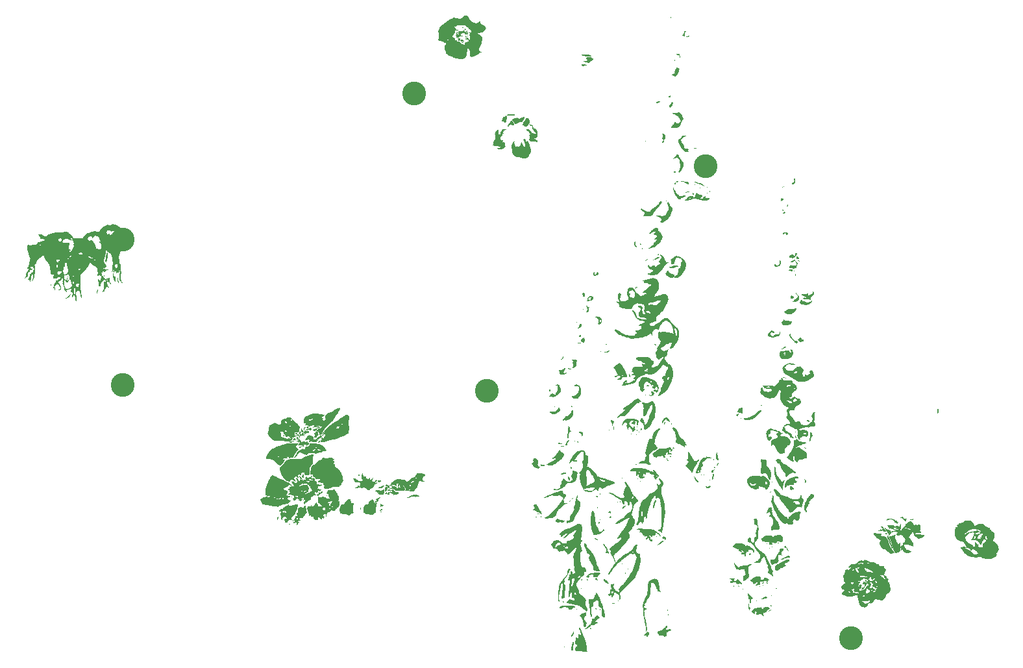
<source format=gbr>
%TF.GenerationSoftware,KiCad,Pcbnew,(6.0.9)*%
%TF.CreationDate,2023-04-16T13:36:15+02:00*%
%TF.ProjectId,iteMX_bottom,6974654d-585f-4626-9f74-746f6d2e6b69,v1.0.0*%
%TF.SameCoordinates,Original*%
%TF.FileFunction,Soldermask,Top*%
%TF.FilePolarity,Negative*%
%FSLAX46Y46*%
G04 Gerber Fmt 4.6, Leading zero omitted, Abs format (unit mm)*
G04 Created by KiCad (PCBNEW (6.0.9)) date 2023-04-16 13:36:15*
%MOMM*%
%LPD*%
G01*
G04 APERTURE LIST*
%ADD10C,3.100000*%
G04 APERTURE END LIST*
%TO.C,G\u002A\u002A\u002A*%
G36*
X75131717Y-14005021D02*
G01*
X75126457Y-14049762D01*
X75085076Y-14093986D01*
X75062820Y-14105487D01*
X75011008Y-14116265D01*
X74999280Y-14102542D01*
X75024522Y-14029387D01*
X75071177Y-13985276D01*
X75095261Y-13981197D01*
X75131717Y-14005021D01*
G37*
G36*
X99422562Y-3768144D02*
G01*
X99566693Y-3795493D01*
X99654275Y-3843141D01*
X99689923Y-3914331D01*
X99690129Y-3956125D01*
X99642976Y-4115645D01*
X99543428Y-4253384D01*
X99456407Y-4322730D01*
X99394498Y-4362347D01*
X99344626Y-4397175D01*
X99291560Y-4439216D01*
X99220075Y-4500473D01*
X99126213Y-4583006D01*
X99048956Y-4654057D01*
X99013072Y-4704310D01*
X99011900Y-4754502D01*
X99038781Y-4825373D01*
X99044343Y-4837989D01*
X99062241Y-4883007D01*
X99066671Y-4922541D01*
X99052598Y-4969058D01*
X99014987Y-5035028D01*
X98948805Y-5132919D01*
X98893277Y-5212178D01*
X98793867Y-5359675D01*
X98729844Y-5475847D01*
X98696175Y-5578345D01*
X98687829Y-5684819D01*
X98699772Y-5812919D01*
X98707456Y-5863876D01*
X98726356Y-6007756D01*
X98725975Y-6092468D01*
X98703677Y-6120121D01*
X98656822Y-6092826D01*
X98582776Y-6012694D01*
X98558474Y-5983131D01*
X98486269Y-5876133D01*
X98440742Y-5759330D01*
X98419545Y-5619186D01*
X98420326Y-5442171D01*
X98434673Y-5269907D01*
X98460397Y-5074699D01*
X98496593Y-4914847D01*
X98550980Y-4770770D01*
X98631278Y-4622882D01*
X98745208Y-4451601D01*
X98772319Y-4413360D01*
X98865729Y-4277649D01*
X98956481Y-4137498D01*
X99030110Y-4015547D01*
X99053516Y-3973183D01*
X99125903Y-3855456D01*
X99200487Y-3788956D01*
X99295605Y-3763499D01*
X99422562Y-3768144D01*
G37*
G36*
X92980496Y-3059131D02*
G01*
X93018751Y-3082590D01*
X93048251Y-3126823D01*
X93052835Y-3164353D01*
X93046070Y-3170609D01*
X92995822Y-3169498D01*
X92981365Y-3163990D01*
X92953165Y-3128422D01*
X92951246Y-3082782D01*
X92975870Y-3059009D01*
X92980496Y-3059131D01*
G37*
G36*
X71308757Y-18633929D02*
G01*
X71324332Y-18692838D01*
X71295153Y-18748555D01*
X71241435Y-18760609D01*
X71191688Y-18724886D01*
X71175471Y-18671604D01*
X71201250Y-18633912D01*
X71259504Y-18609351D01*
X71308757Y-18633929D01*
G37*
G36*
X68818115Y-3951487D02*
G01*
X68829215Y-4059176D01*
X68814646Y-4193266D01*
X68811118Y-4210078D01*
X68799265Y-4359309D01*
X68840138Y-4474882D01*
X68936619Y-4562481D01*
X69007885Y-4598099D01*
X69121427Y-4660911D01*
X69186256Y-4742520D01*
X69214019Y-4860415D01*
X69217098Y-4912323D01*
X69210788Y-5008767D01*
X69189541Y-5143878D01*
X69156767Y-5304576D01*
X69115871Y-5477777D01*
X69070261Y-5650401D01*
X69023342Y-5809365D01*
X68978524Y-5941590D01*
X68939211Y-6033992D01*
X68915917Y-6068809D01*
X68880027Y-6104146D01*
X68846967Y-6143775D01*
X68811720Y-6196526D01*
X68769266Y-6271235D01*
X68714589Y-6376733D01*
X68642672Y-6521852D01*
X68548495Y-6715427D01*
X68547965Y-6716521D01*
X68447104Y-6919794D01*
X68361823Y-7073873D01*
X68282402Y-7187807D01*
X68199124Y-7270646D01*
X68102269Y-7331439D01*
X67982116Y-7379234D01*
X67828950Y-7423082D01*
X67774080Y-7437078D01*
X67642767Y-7470271D01*
X67535144Y-7497808D01*
X67465722Y-7515957D01*
X67448312Y-7520833D01*
X67431170Y-7498160D01*
X67417908Y-7432446D01*
X67416096Y-7413931D01*
X67417985Y-7299335D01*
X67449826Y-7235767D01*
X67516291Y-7216005D01*
X67543182Y-7217487D01*
X67647681Y-7197766D01*
X67732231Y-7142984D01*
X67785907Y-7094342D01*
X67814489Y-7050201D01*
X67824317Y-6989823D01*
X67821730Y-6892473D01*
X67819710Y-6856873D01*
X67807951Y-6654705D01*
X68009851Y-6370606D01*
X68091939Y-6252957D01*
X68158552Y-6153424D01*
X68201959Y-6083823D01*
X68214811Y-6057394D01*
X68232562Y-6016827D01*
X68275415Y-5941582D01*
X68320593Y-5869115D01*
X68377126Y-5778407D01*
X68404081Y-5716282D01*
X68406637Y-5658183D01*
X68389974Y-5579550D01*
X68385429Y-5561698D01*
X68365825Y-5473620D01*
X68364724Y-5407835D01*
X68385685Y-5337242D01*
X68426921Y-5246013D01*
X68477638Y-5120453D01*
X68496546Y-5013331D01*
X68494758Y-4934539D01*
X68497297Y-4810718D01*
X68532982Y-4694546D01*
X68554913Y-4648254D01*
X68597084Y-4544758D01*
X68640056Y-4407374D01*
X68674856Y-4264953D01*
X68676242Y-4258108D01*
X68704107Y-4128945D01*
X68732183Y-4015187D01*
X68755024Y-3938648D01*
X68757767Y-3931466D01*
X68789663Y-3852722D01*
X68818115Y-3951487D01*
G37*
G36*
X66959108Y14240567D02*
G01*
X66960557Y14237697D01*
X66971178Y14169064D01*
X66962082Y14070805D01*
X66938543Y13969728D01*
X66905833Y13892638D01*
X66888667Y13872218D01*
X66837423Y13846589D01*
X66767318Y13826436D01*
X66702414Y13816651D01*
X66666776Y13822128D01*
X66665287Y13826804D01*
X66684998Y13857651D01*
X66734674Y13922056D01*
X66794750Y13995452D01*
X66863945Y14087170D01*
X66913346Y14169711D01*
X66930144Y14215886D01*
X66940706Y14258211D01*
X66959108Y14240567D01*
G37*
G36*
X78889457Y-20525524D02*
G01*
X78872009Y-20539652D01*
X78857881Y-20522205D01*
X78875328Y-20508076D01*
X78889457Y-20525524D01*
G37*
G36*
X78702431Y9648073D02*
G01*
X78774951Y9577287D01*
X78808523Y9519274D01*
X78814280Y9447765D01*
X78809790Y9394745D01*
X78787963Y9293659D01*
X78739409Y9215201D01*
X78652844Y9147704D01*
X78516986Y9079506D01*
X78496075Y9070394D01*
X78410183Y9037597D01*
X78361636Y9033921D01*
X78331921Y9058290D01*
X78330249Y9060746D01*
X78276186Y9109030D01*
X78222642Y9136409D01*
X78166780Y9167926D01*
X78150301Y9195032D01*
X78175039Y9221038D01*
X78223419Y9211048D01*
X78271155Y9170729D01*
X78274402Y9166089D01*
X78326676Y9133240D01*
X78394993Y9153214D01*
X78468142Y9221483D01*
X78491350Y9253714D01*
X78546919Y9361057D01*
X78551752Y9435393D01*
X78505943Y9474344D01*
X78482407Y9478766D01*
X78409351Y9504740D01*
X78390370Y9556214D01*
X78425682Y9625061D01*
X78477254Y9674796D01*
X78580000Y9757999D01*
X78702431Y9648073D01*
G37*
G36*
X95909774Y-1044434D02*
G01*
X95891112Y-1015451D01*
X95839632Y-949800D01*
X95764268Y-858650D01*
X95711406Y-796486D01*
X95610825Y-671604D01*
X95528000Y-547796D01*
X95451716Y-405869D01*
X95370755Y-226631D01*
X95350962Y-179710D01*
X95283731Y-21366D01*
X95232695Y89125D01*
X95190600Y162922D01*
X95150197Y211185D01*
X95104230Y245074D01*
X95059395Y268932D01*
X94942506Y351309D01*
X94891262Y430338D01*
X94844628Y525715D01*
X94784382Y619621D01*
X94784159Y619916D01*
X94714109Y712797D01*
X94791383Y800284D01*
X94899195Y877764D01*
X95030914Y899642D01*
X95141913Y877128D01*
X95215097Y845367D01*
X95271264Y801204D01*
X95323468Y730091D01*
X95384760Y617477D01*
X95397463Y592278D01*
X95505417Y422889D01*
X95647601Y286983D01*
X95837294Y172397D01*
X95876259Y153679D01*
X96007708Y84474D01*
X96172672Y-14332D01*
X96358607Y-134017D01*
X96552972Y-265858D01*
X96743222Y-401136D01*
X96916815Y-531126D01*
X97061208Y-647111D01*
X97163858Y-740365D01*
X97167669Y-744275D01*
X97271243Y-863077D01*
X97326228Y-953001D01*
X97332811Y-1011106D01*
X97291181Y-1034450D01*
X97201526Y-1020090D01*
X97151167Y-1002713D01*
X97032404Y-967886D01*
X96926004Y-966249D01*
X96883331Y-972936D01*
X96711574Y-1025865D01*
X96527169Y-1115962D01*
X96354900Y-1229101D01*
X96219547Y-1351153D01*
X96219295Y-1351435D01*
X96125459Y-1446391D01*
X96055871Y-1489473D01*
X96002730Y-1483623D01*
X95967294Y-1446414D01*
X95950875Y-1396455D01*
X95933562Y-1306975D01*
X95918769Y-1201805D01*
X95914449Y-1154540D01*
X96121676Y-1154540D01*
X96129216Y-1186427D01*
X96132281Y-1187579D01*
X96161565Y-1168286D01*
X96169040Y-1159518D01*
X96169594Y-1130157D01*
X96158433Y-1126478D01*
X96123870Y-1146019D01*
X96121676Y-1154540D01*
X95914449Y-1154540D01*
X95912439Y-1132548D01*
X95909901Y-1104778D01*
X95909774Y-1044434D01*
G37*
G36*
X81401988Y36309150D02*
G01*
X81406899Y36239356D01*
X81404090Y36204077D01*
X81399286Y36116201D01*
X81414106Y36052204D01*
X81458379Y35987933D01*
X81518265Y35923532D01*
X81593594Y35838941D01*
X81630130Y35773207D01*
X81638037Y35704747D01*
X81635711Y35674094D01*
X81632746Y35606164D01*
X81650037Y35559969D01*
X81700170Y35517959D01*
X81781893Y35470267D01*
X81890376Y35397076D01*
X81989377Y35309315D01*
X82027992Y35264884D01*
X82086345Y35195222D01*
X82143991Y35156935D01*
X82226104Y35137024D01*
X82290754Y35129201D01*
X82411993Y35125032D01*
X82528008Y35143783D01*
X82667154Y35190314D01*
X82682645Y35196372D01*
X82789625Y35235329D01*
X82871912Y35259217D01*
X82913682Y35263549D01*
X82915375Y35262364D01*
X82928413Y35201974D01*
X82903002Y35124932D01*
X82848253Y35056663D01*
X82839075Y35049479D01*
X82761217Y35007346D01*
X82654238Y34966611D01*
X82604611Y34952191D01*
X82485302Y34908686D01*
X82356735Y34843015D01*
X82296884Y34804680D01*
X82209323Y34742683D01*
X82157302Y34711541D01*
X82123448Y34707004D01*
X82090388Y34724819D01*
X82060458Y34746835D01*
X81993084Y34803290D01*
X81901798Y34889519D01*
X81799686Y34991954D01*
X81699835Y35097024D01*
X81615334Y35191162D01*
X81559267Y35260796D01*
X81548126Y35278036D01*
X81522407Y35337930D01*
X81484288Y35443354D01*
X81439128Y35578872D01*
X81396957Y35713594D01*
X81347773Y35883834D01*
X81318872Y36007398D01*
X81308097Y36097012D01*
X81313292Y36165405D01*
X81317444Y36182965D01*
X81351172Y36279471D01*
X81381383Y36322027D01*
X81401988Y36309150D01*
G37*
G36*
X68776516Y10550102D02*
G01*
X68898033Y10507427D01*
X69014861Y10439300D01*
X69077732Y10385307D01*
X69134368Y10307843D01*
X69195298Y10196053D01*
X69239972Y10092634D01*
X69274017Y9995670D01*
X69293862Y9914101D01*
X69300958Y9828794D01*
X69296756Y9720620D01*
X69282708Y9570449D01*
X69280898Y9553156D01*
X69262561Y9395160D01*
X69243675Y9283142D01*
X69219529Y9199719D01*
X69185412Y9127508D01*
X69149783Y9069220D01*
X69066827Y8957150D01*
X68966141Y8842206D01*
X68920348Y8796606D01*
X68843563Y8728839D01*
X68781508Y8692418D01*
X68709441Y8678881D01*
X68602620Y8679760D01*
X68581368Y8680642D01*
X68461034Y8691690D01*
X68356637Y8711452D01*
X68300623Y8731166D01*
X68221739Y8787959D01*
X68151958Y8859517D01*
X68107976Y8926842D01*
X68101006Y8958306D01*
X68135055Y9015562D01*
X68208933Y9060013D01*
X68298970Y9078937D01*
X68323599Y9077955D01*
X68374710Y9081380D01*
X68434704Y9106550D01*
X68514133Y9159985D01*
X68623543Y9248206D01*
X68687767Y9303061D01*
X68807651Y9408432D01*
X68887134Y9485022D01*
X68935105Y9544081D01*
X68960452Y9596863D01*
X68972065Y9654619D01*
X68973166Y9664354D01*
X68993662Y9778498D01*
X69025524Y9886832D01*
X69028746Y9895074D01*
X69052250Y9983031D01*
X69044075Y10074729D01*
X69026018Y10138447D01*
X68991391Y10228494D01*
X68956628Y10292502D01*
X68944840Y10305699D01*
X68894939Y10317495D01*
X68805673Y10317693D01*
X68735873Y10311103D01*
X68630294Y10300516D01*
X68563449Y10306110D01*
X68511815Y10331546D01*
X68488270Y10349626D01*
X68428780Y10413072D01*
X68424388Y10464306D01*
X68477459Y10505960D01*
X68590354Y10540668D01*
X68674509Y10557019D01*
X68776516Y10550102D01*
G37*
G36*
X77199976Y4833624D02*
G01*
X77227306Y4771899D01*
X77220229Y4691441D01*
X77193938Y4636882D01*
X77141733Y4584362D01*
X77099108Y4594596D01*
X77066256Y4667538D01*
X77065923Y4668792D01*
X77053628Y4776635D01*
X77085481Y4839414D01*
X77142832Y4856845D01*
X77199976Y4833624D01*
G37*
G36*
X76705688Y8751457D02*
G01*
X76792158Y8689175D01*
X76890859Y8603476D01*
X76987284Y8506788D01*
X77054839Y8427557D01*
X77159200Y8292687D01*
X77019455Y8318707D01*
X76920156Y8325735D01*
X76872558Y8302158D01*
X76879413Y8250377D01*
X76902421Y8216741D01*
X76917118Y8157839D01*
X76908245Y8125806D01*
X76877861Y8095131D01*
X76820509Y8092197D01*
X76752040Y8105949D01*
X76654966Y8120233D01*
X76574811Y8116630D01*
X76560127Y8112297D01*
X76519836Y8081370D01*
X76443822Y8009651D01*
X76338426Y7903913D01*
X76209990Y7770935D01*
X76064853Y7617489D01*
X75909360Y7450354D01*
X75749851Y7276303D01*
X75592666Y7102113D01*
X75444149Y6934558D01*
X75310639Y6780417D01*
X75281655Y6746311D01*
X75164658Y6610077D01*
X75074420Y6515995D01*
X74997067Y6457419D01*
X74918731Y6427703D01*
X74825541Y6420197D01*
X74703627Y6428253D01*
X74633096Y6435457D01*
X74530995Y6442926D01*
X74454569Y6434946D01*
X74379540Y6404735D01*
X74281628Y6345511D01*
X74259430Y6331069D01*
X74164730Y6270453D01*
X74092764Y6226759D01*
X74057977Y6208732D01*
X74057188Y6208664D01*
X74038988Y6235522D01*
X74031320Y6258600D01*
X74030499Y6309093D01*
X74056605Y6368894D01*
X74114337Y6442951D01*
X74208396Y6536206D01*
X74343482Y6653606D01*
X74524294Y6800096D01*
X74610336Y6867836D01*
X74761189Y6987061D01*
X74892381Y7092999D01*
X74996586Y7179544D01*
X75066480Y7240596D01*
X75094736Y7270048D01*
X75094840Y7271516D01*
X75059132Y7275475D01*
X74984171Y7267421D01*
X74951678Y7261823D01*
X74857706Y7251819D01*
X74784913Y7257312D01*
X74772021Y7261901D01*
X74745114Y7283271D01*
X74748613Y7317288D01*
X74785750Y7381517D01*
X74797318Y7399258D01*
X74889551Y7511998D01*
X75021372Y7625991D01*
X75200002Y7746712D01*
X75425324Y7875690D01*
X75610629Y7986246D01*
X75753133Y8093699D01*
X75821076Y8162239D01*
X75901411Y8249735D01*
X75982580Y8323465D01*
X76017048Y8348562D01*
X76080097Y8391392D01*
X76177207Y8461240D01*
X76292158Y8546341D01*
X76353387Y8592555D01*
X76463994Y8673070D01*
X76558938Y8735662D01*
X76625181Y8772070D01*
X76645959Y8777888D01*
X76705688Y8751457D01*
G37*
G36*
X93589206Y-18428902D02*
G01*
X93724953Y-18470745D01*
X93840652Y-18534618D01*
X93863011Y-18553122D01*
X93896058Y-18607274D01*
X93875659Y-18664690D01*
X93798801Y-18729869D01*
X93709041Y-18782926D01*
X93579886Y-18884114D01*
X93480321Y-19014285D01*
X93419095Y-19106706D01*
X93368979Y-19156084D01*
X93312548Y-19176108D01*
X93269753Y-19179676D01*
X93174777Y-19199907D01*
X93110336Y-19261743D01*
X93103513Y-19272436D01*
X93068686Y-19343376D01*
X93071351Y-19404857D01*
X93091716Y-19457352D01*
X93120665Y-19548244D01*
X93125916Y-19624338D01*
X93107523Y-19667692D01*
X93091062Y-19671693D01*
X93054684Y-19646974D01*
X92996705Y-19587788D01*
X92963661Y-19548850D01*
X92875949Y-19462827D01*
X92773885Y-19392532D01*
X92742668Y-19377352D01*
X92663859Y-19348333D01*
X92607684Y-19347165D01*
X92545903Y-19377900D01*
X92495035Y-19412890D01*
X92401012Y-19472055D01*
X92328826Y-19491378D01*
X92253570Y-19473994D01*
X92201679Y-19449840D01*
X92157396Y-19421621D01*
X92139140Y-19385170D01*
X92146935Y-19325915D01*
X92180799Y-19229280D01*
X92202072Y-19175849D01*
X92207673Y-19123811D01*
X92171177Y-19072581D01*
X92123511Y-19033887D01*
X92056471Y-18986303D01*
X92022055Y-18974422D01*
X92002123Y-18995794D01*
X91992771Y-19016241D01*
X91972324Y-19091011D01*
X91961456Y-19178579D01*
X91955651Y-19262544D01*
X91948955Y-19320197D01*
X91919524Y-19354192D01*
X91862003Y-19346687D01*
X91790611Y-19303535D01*
X91719571Y-19230583D01*
X91714386Y-19223712D01*
X91621349Y-19127262D01*
X91540681Y-19093718D01*
X91456588Y-19084879D01*
X91564456Y-18958710D01*
X91670706Y-18849613D01*
X91793970Y-18745979D01*
X91916389Y-18661194D01*
X92020102Y-18608650D01*
X92039591Y-18602491D01*
X92113254Y-18589713D01*
X92224829Y-18577688D01*
X92336661Y-18569827D01*
X92470226Y-18556443D01*
X92598046Y-18533037D01*
X92677055Y-18510013D01*
X92801586Y-18461383D01*
X92838560Y-18536431D01*
X92873679Y-18626242D01*
X92889651Y-18686612D01*
X92918360Y-18749238D01*
X92964006Y-18759216D01*
X93016954Y-18721569D01*
X93067571Y-18641321D01*
X93090620Y-18581801D01*
X93146833Y-18510498D01*
X93263829Y-18457549D01*
X93441613Y-18422953D01*
X93466290Y-18420115D01*
X93589206Y-18428902D01*
G37*
G36*
X69047851Y653475D02*
G01*
X69030404Y639346D01*
X69016275Y656794D01*
X69033723Y670923D01*
X69047851Y653475D01*
G37*
G36*
X80220961Y-9287748D02*
G01*
X80292436Y-9327290D01*
X80333892Y-9398420D01*
X80358751Y-9515722D01*
X80362661Y-9544092D01*
X80359370Y-9636691D01*
X80328193Y-9691596D01*
X80280124Y-9700464D01*
X80226155Y-9654951D01*
X80222874Y-9650165D01*
X80164368Y-9609811D01*
X80093589Y-9607659D01*
X79993201Y-9591778D01*
X79923200Y-9528377D01*
X79897033Y-9431137D01*
X79898235Y-9408913D01*
X79933434Y-9316150D01*
X80011734Y-9268310D01*
X80106050Y-9265209D01*
X80220961Y-9287748D01*
G37*
G36*
X82824589Y43036832D02*
G01*
X82923271Y43017724D01*
X82960789Y42986352D01*
X82937793Y42944973D01*
X82854937Y42895842D01*
X82774218Y42862636D01*
X82577952Y42758348D01*
X82451623Y42646726D01*
X82376068Y42563723D01*
X82336722Y42506059D01*
X82325135Y42453931D01*
X82332854Y42387538D01*
X82335323Y42374230D01*
X82367323Y42285754D01*
X82432735Y42163721D01*
X82523503Y42022659D01*
X82555408Y41977504D01*
X82653924Y41834819D01*
X82719053Y41722303D01*
X82759447Y41622535D01*
X82783757Y41518095D01*
X82783864Y41517462D01*
X82817346Y41387789D01*
X82870669Y41313412D01*
X82954450Y41286800D01*
X83079310Y41300422D01*
X83087446Y41302161D01*
X83191470Y41309703D01*
X83273076Y41289379D01*
X83322578Y41249803D01*
X83330287Y41199590D01*
X83286515Y41147354D01*
X83271928Y41138114D01*
X83231694Y41108368D01*
X83236020Y41074582D01*
X83261344Y41037419D01*
X83300549Y40954585D01*
X83291935Y40889387D01*
X83247471Y40858354D01*
X83146115Y40850494D01*
X83024839Y40866527D01*
X82914117Y40900610D01*
X82857997Y40933081D01*
X82716033Y41061910D01*
X82569491Y41211557D01*
X82434025Y41364788D01*
X82325288Y41504368D01*
X82286961Y41561814D01*
X82211936Y41694880D01*
X82137784Y41846109D01*
X82069443Y42002818D01*
X82011850Y42152320D01*
X81969940Y42281931D01*
X81948648Y42378965D01*
X81950499Y42426476D01*
X81988857Y42476801D01*
X82063016Y42547487D01*
X82151848Y42619305D01*
X82249300Y42702121D01*
X82329733Y42788310D01*
X82371585Y42851608D01*
X82444624Y42942743D01*
X82562941Y43006798D01*
X82711926Y43037800D01*
X82824589Y43036832D01*
G37*
G36*
X73403633Y11113976D02*
G01*
X73386185Y11099847D01*
X73372057Y11117294D01*
X73389504Y11131423D01*
X73403633Y11113976D01*
G37*
G36*
X73319703Y5903689D02*
G01*
X73381642Y5881637D01*
X73512083Y5828145D01*
X73587414Y5783075D01*
X73614009Y5738987D01*
X73598245Y5688438D01*
X73574724Y5656276D01*
X73530633Y5580634D01*
X73488387Y5473347D01*
X73470588Y5411599D01*
X73436735Y5308156D01*
X73395100Y5226773D01*
X73370813Y5198611D01*
X73337635Y5177096D01*
X73325961Y5188356D01*
X73333626Y5243157D01*
X73348502Y5309593D01*
X73365486Y5394280D01*
X73365186Y5457856D01*
X73342103Y5521895D01*
X73290741Y5607975D01*
X73260791Y5653797D01*
X73180494Y5786036D01*
X73144787Y5874412D01*
X73155121Y5921658D01*
X73212942Y5930507D01*
X73319703Y5903689D01*
G37*
G36*
X84179848Y36993106D02*
G01*
X84247536Y36979632D01*
X84442676Y36929070D01*
X84645463Y36863089D01*
X84843946Y36786927D01*
X85026174Y36705827D01*
X85180196Y36625029D01*
X85294060Y36549774D01*
X85348337Y36496904D01*
X85369810Y36464075D01*
X85372711Y36445027D01*
X85350527Y36441501D01*
X85296745Y36455238D01*
X85204853Y36487978D01*
X85068335Y36541462D01*
X84880682Y36617431D01*
X84848898Y36630393D01*
X84590472Y36737857D01*
X84384494Y36827837D01*
X84232063Y36899695D01*
X84134281Y36952791D01*
X84092250Y36986484D01*
X84107072Y37000136D01*
X84179848Y36993106D01*
G37*
G36*
X80737703Y51134810D02*
G01*
X80737828Y51127165D01*
X80710577Y51099032D01*
X80702933Y51098908D01*
X80674799Y51126159D01*
X80674675Y51133803D01*
X80701925Y51161936D01*
X80709570Y51162060D01*
X80737703Y51134810D01*
G37*
G36*
X80005729Y43241997D02*
G01*
X80162900Y43190798D01*
X80263608Y43124026D01*
X80313913Y43037177D01*
X80319780Y43008736D01*
X80314298Y42940936D01*
X80289458Y42830633D01*
X80250357Y42692977D01*
X80202099Y42543121D01*
X80149782Y42396213D01*
X80098507Y42267406D01*
X80053375Y42171850D01*
X80023160Y42127631D01*
X79969992Y42087318D01*
X79925896Y42090747D01*
X79878402Y42121863D01*
X79851246Y42147919D01*
X79850153Y42180000D01*
X79879447Y42234076D01*
X79927698Y42303949D01*
X80029543Y42447568D01*
X79940744Y42573060D01*
X79881414Y42665647D01*
X79861849Y42732190D01*
X79880070Y42794500D01*
X79915672Y42849256D01*
X79969176Y42957870D01*
X79964844Y43064482D01*
X79910541Y43171649D01*
X79835325Y43282832D01*
X80005729Y43241997D01*
G37*
G36*
X73195217Y4878603D02*
G01*
X73177770Y4864474D01*
X73163641Y4881922D01*
X73181089Y4896050D01*
X73195217Y4878603D01*
G37*
G36*
X82181713Y-735280D02*
G01*
X82181837Y-742925D01*
X82154586Y-771058D01*
X82146942Y-771182D01*
X82118809Y-743931D01*
X82118685Y-736287D01*
X82145935Y-708154D01*
X82153580Y-708030D01*
X82181713Y-735280D01*
G37*
G36*
X68720250Y-18714696D02*
G01*
X68754831Y-18748763D01*
X68761544Y-18776535D01*
X68738754Y-18802246D01*
X68699844Y-18788166D01*
X68681722Y-18764138D01*
X68677664Y-18720718D01*
X68683068Y-18713195D01*
X68720250Y-18714696D01*
G37*
G36*
X79919486Y5419973D02*
G01*
X79950043Y5384616D01*
X79941168Y5367070D01*
X79936721Y5367226D01*
X79912371Y5392461D01*
X79904098Y5407512D01*
X79902647Y5429512D01*
X79919486Y5419973D01*
G37*
G36*
X70024405Y20855958D02*
G01*
X70089552Y20790470D01*
X70106102Y20769331D01*
X70180486Y20696471D01*
X70262798Y20650922D01*
X70273758Y20647953D01*
X70365068Y20627709D01*
X70336482Y20367032D01*
X70318918Y20230577D01*
X70299392Y20142156D01*
X70273170Y20086366D01*
X70239282Y20050794D01*
X70163831Y20009652D01*
X70075454Y19987509D01*
X69997177Y19987350D01*
X69952030Y20012153D01*
X69951327Y20013519D01*
X69961027Y20040512D01*
X70002196Y20043313D01*
X70051997Y20048907D01*
X70065266Y20092367D01*
X70063854Y20119535D01*
X70071546Y20208414D01*
X70099672Y20303640D01*
X70119748Y20363978D01*
X70119561Y20421658D01*
X70095654Y20496417D01*
X70047364Y20602184D01*
X70000043Y20707048D01*
X69967327Y20792041D01*
X69956271Y20838824D01*
X69956280Y20838910D01*
X69977674Y20873176D01*
X70024405Y20855958D01*
G37*
G36*
X96412443Y-11347856D02*
G01*
X96412283Y-11385727D01*
X96408018Y-11389957D01*
X96389702Y-11383650D01*
X96389180Y-11366695D01*
X96403464Y-11341918D01*
X96412443Y-11347856D01*
G37*
G36*
X97193560Y37409050D02*
G01*
X97211253Y37356714D01*
X97225309Y37257771D01*
X97231709Y37197150D01*
X97234566Y37010469D01*
X97198999Y36870289D01*
X97123181Y36771220D01*
X97076519Y36739218D01*
X96965804Y36692852D01*
X96860847Y36675837D01*
X96789687Y36689695D01*
X96791760Y36721469D01*
X96837123Y36789482D01*
X96921665Y36887718D01*
X96934368Y36901381D01*
X97030095Y37009438D01*
X97084375Y37087288D01*
X97104120Y37145874D01*
X97103543Y37169140D01*
X97090219Y37263982D01*
X97081682Y37325390D01*
X97087212Y37393838D01*
X97124986Y37420557D01*
X97166662Y37426444D01*
X97193560Y37409050D01*
G37*
G36*
X74687536Y-12774394D02*
G01*
X74674258Y-12815559D01*
X74639409Y-12845479D01*
X74590427Y-12859629D01*
X74573986Y-12842512D01*
X74574675Y-12787785D01*
X74619588Y-12754712D01*
X74648172Y-12752985D01*
X74687536Y-12774394D01*
G37*
G36*
X97055322Y32635599D02*
G01*
X97037874Y32621470D01*
X97023745Y32638917D01*
X97041193Y32653046D01*
X97055322Y32635599D01*
G37*
G36*
X78674966Y527191D02*
G01*
X78675091Y519546D01*
X78647840Y491413D01*
X78640196Y491289D01*
X78612063Y518540D01*
X78611939Y526183D01*
X78639189Y554317D01*
X78646834Y554441D01*
X78674966Y527191D01*
G37*
G36*
X83873798Y35610120D02*
G01*
X83929013Y35559896D01*
X83980461Y35486819D01*
X84013756Y35408648D01*
X84018083Y35386620D01*
X84012406Y35319061D01*
X83977579Y35302603D01*
X83922282Y35337347D01*
X83881230Y35385041D01*
X83831147Y35472526D01*
X83808377Y35553627D01*
X83817134Y35609352D01*
X83829205Y35619734D01*
X83873798Y35610120D01*
G37*
G36*
X98029222Y16596185D02*
G01*
X98063287Y16549603D01*
X98100664Y16511062D01*
X98173231Y16459179D01*
X98212671Y16435250D01*
X98292924Y16384954D01*
X98346735Y16343377D01*
X98357284Y16330803D01*
X98342323Y16296861D01*
X98287960Y16247370D01*
X98211725Y16194900D01*
X98131153Y16152018D01*
X98084355Y16135136D01*
X97985896Y16113299D01*
X97914802Y16113779D01*
X97851131Y16143523D01*
X97774938Y16209472D01*
X97723266Y16260866D01*
X97559676Y16426081D01*
X97632041Y16508008D01*
X97732788Y16591823D01*
X97842421Y16635407D01*
X97946160Y16637337D01*
X98029222Y16596185D01*
G37*
G36*
X97422483Y22454007D02*
G01*
X97493052Y22378703D01*
X97552844Y22285595D01*
X97609068Y22195994D01*
X97668109Y22129223D01*
X97691801Y22112307D01*
X97742085Y22054019D01*
X97760907Y21956129D01*
X97750510Y21832848D01*
X97713139Y21698391D01*
X97651036Y21566969D01*
X97592321Y21482268D01*
X97472648Y21382530D01*
X97314931Y21317568D01*
X97136643Y21291334D01*
X96955257Y21307779D01*
X96894201Y21324374D01*
X96842757Y21356651D01*
X96850568Y21396165D01*
X96914750Y21437084D01*
X96957974Y21453335D01*
X97050758Y21507924D01*
X97089060Y21567257D01*
X97138040Y21635448D01*
X97237214Y21713479D01*
X97299967Y21751968D01*
X97418364Y21828617D01*
X97495278Y21904956D01*
X97546946Y21993376D01*
X97588223Y22099619D01*
X97591355Y22162763D01*
X97556176Y22190600D01*
X97542618Y22192831D01*
X97502341Y22217427D01*
X97445810Y22274350D01*
X97385902Y22347092D01*
X97335491Y22419143D01*
X97307455Y22473995D01*
X97308178Y22493433D01*
X97356501Y22495953D01*
X97422483Y22454007D01*
G37*
G36*
X92735496Y-16049722D02*
G01*
X92735659Y-16056867D01*
X92708211Y-16097219D01*
X92698909Y-16102776D01*
X92672629Y-16092776D01*
X92670456Y-16069744D01*
X92691482Y-16028274D01*
X92707206Y-16023836D01*
X92735496Y-16049722D01*
G37*
G36*
X90931383Y-2075294D02*
G01*
X90932363Y-2027074D01*
X90934136Y-1939927D01*
X90983582Y-1805409D01*
X91013356Y-1753511D01*
X91119022Y-1615875D01*
X91250733Y-1506835D01*
X91414793Y-1424341D01*
X91617503Y-1366341D01*
X91865167Y-1330778D01*
X92164086Y-1315603D01*
X92358906Y-1315277D01*
X92478936Y-1318398D01*
X92551364Y-1327097D01*
X92592074Y-1345848D01*
X92616954Y-1379127D01*
X92622171Y-1389439D01*
X92656391Y-1444887D01*
X92696569Y-1458959D01*
X92761241Y-1433548D01*
X92805870Y-1408210D01*
X92931681Y-1369667D01*
X93078158Y-1385112D01*
X93238523Y-1451274D01*
X93406004Y-1564873D01*
X93573824Y-1722636D01*
X93658428Y-1820363D01*
X93790969Y-2003746D01*
X93885298Y-2176623D01*
X93936895Y-2329300D01*
X93944110Y-2433009D01*
X93923851Y-2491677D01*
X93875426Y-2588683D01*
X93806392Y-2709863D01*
X93735409Y-2823999D01*
X93640559Y-2966059D01*
X93569666Y-3060141D01*
X93516064Y-3113894D01*
X93473085Y-3134969D01*
X93463487Y-3136018D01*
X93398446Y-3115744D01*
X93364173Y-3056373D01*
X93310920Y-2979419D01*
X93213354Y-2904293D01*
X93090083Y-2841350D01*
X92959717Y-2800950D01*
X92889083Y-2791966D01*
X92747549Y-2765819D01*
X92632509Y-2717129D01*
X92534500Y-2674169D01*
X92471991Y-2676813D01*
X92450174Y-2722670D01*
X92467248Y-2793225D01*
X92483640Y-2884587D01*
X92448467Y-2963567D01*
X92357177Y-3037041D01*
X92277865Y-3079297D01*
X92167987Y-3129009D01*
X92092555Y-3149179D01*
X92029686Y-3139569D01*
X91957494Y-3099946D01*
X91920830Y-3075455D01*
X91814432Y-3021864D01*
X91698006Y-2988664D01*
X91681487Y-2986449D01*
X91589435Y-2965252D01*
X91495334Y-2915379D01*
X91380112Y-2826697D01*
X91379011Y-2825767D01*
X91293889Y-2750192D01*
X91232665Y-2688758D01*
X91207518Y-2653784D01*
X91207444Y-2652321D01*
X91193063Y-2614934D01*
X91152366Y-2538275D01*
X91093105Y-2436656D01*
X91070450Y-2399523D01*
X91018401Y-2302476D01*
X91322977Y-2302476D01*
X91334697Y-2359178D01*
X91346556Y-2399373D01*
X91382028Y-2495567D01*
X91421931Y-2574113D01*
X91428348Y-2583557D01*
X91499781Y-2633670D01*
X91610596Y-2658878D01*
X91740675Y-2656464D01*
X91829457Y-2637779D01*
X91911483Y-2598696D01*
X91965190Y-2547120D01*
X91968504Y-2540622D01*
X92014572Y-2479244D01*
X92076115Y-2443885D01*
X92131946Y-2443083D01*
X92155241Y-2465354D01*
X92186261Y-2494098D01*
X92200977Y-2490218D01*
X92198915Y-2457974D01*
X92162496Y-2407487D01*
X92109104Y-2357328D01*
X92056122Y-2326062D01*
X92044737Y-2323342D01*
X91994285Y-2336049D01*
X91915021Y-2374599D01*
X91872467Y-2399949D01*
X91771894Y-2456576D01*
X91698322Y-2471665D01*
X91629704Y-2444003D01*
X91555047Y-2382549D01*
X91474918Y-2323103D01*
X91398822Y-2287770D01*
X91383117Y-2284666D01*
X91337383Y-2283080D01*
X91322977Y-2302476D01*
X91018401Y-2302476D01*
X91004816Y-2277146D01*
X93311644Y-2277146D01*
X93333334Y-2339896D01*
X93359578Y-2377962D01*
X93421191Y-2440618D01*
X93481264Y-2473033D01*
X93485899Y-2473753D01*
X93517118Y-2472013D01*
X93534261Y-2449561D01*
X93540748Y-2392970D01*
X93539998Y-2288813D01*
X93539357Y-2263878D01*
X93528216Y-2127851D01*
X93505635Y-2018166D01*
X93476026Y-1941245D01*
X93443798Y-1903511D01*
X93413359Y-1911388D01*
X93389121Y-1971296D01*
X93379747Y-2031415D01*
X93360056Y-2131036D01*
X93330532Y-2213206D01*
X93311644Y-2277146D01*
X91004816Y-2277146D01*
X91000206Y-2268551D01*
X90976446Y-2224249D01*
X90931383Y-2075294D01*
G37*
G36*
X93085785Y-13940621D02*
G01*
X93068338Y-13954750D01*
X93054209Y-13937302D01*
X93071657Y-13923174D01*
X93085785Y-13940621D01*
G37*
G36*
X69628104Y22502779D02*
G01*
X69718317Y22479178D01*
X69768324Y22439283D01*
X69796748Y22379461D01*
X69822834Y22244403D01*
X69807271Y22119542D01*
X69752880Y22025156D01*
X69746558Y22019189D01*
X69667174Y21970095D01*
X69603713Y21981350D01*
X69573610Y22014283D01*
X69526232Y22118091D01*
X69492951Y22251431D01*
X69481385Y22380665D01*
X69483249Y22413222D01*
X69495163Y22526568D01*
X69628104Y22502779D01*
G37*
G36*
X91147138Y-16686020D02*
G01*
X91165146Y-16723841D01*
X91200398Y-16773501D01*
X91272037Y-16850549D01*
X91367499Y-16941920D01*
X91418907Y-16987735D01*
X91567254Y-17120931D01*
X91666414Y-17221504D01*
X91718576Y-17294148D01*
X91725928Y-17343560D01*
X91690658Y-17374436D01*
X91614956Y-17391473D01*
X91607462Y-17392351D01*
X91505199Y-17418089D01*
X91451383Y-17473329D01*
X91439169Y-17568363D01*
X91446546Y-17634171D01*
X91461568Y-17803794D01*
X91445994Y-17924374D01*
X91400283Y-17992364D01*
X91400207Y-17992415D01*
X91361547Y-18006653D01*
X91345118Y-17970271D01*
X91342712Y-17950375D01*
X91333686Y-17855478D01*
X91328099Y-17794379D01*
X91316280Y-17715010D01*
X91294752Y-17607749D01*
X91283569Y-17559232D01*
X91254671Y-17463262D01*
X91222122Y-17416423D01*
X91179143Y-17404595D01*
X91147138Y-17398855D01*
X91125751Y-17373819D01*
X91111529Y-17317660D01*
X91101025Y-17218551D01*
X91093677Y-17111604D01*
X91081354Y-16975243D01*
X91063931Y-16858288D01*
X91044372Y-16778718D01*
X91035653Y-16759880D01*
X91011269Y-16711255D01*
X91031718Y-16683870D01*
X91044346Y-16677165D01*
X91108359Y-16657032D01*
X91147138Y-16686020D01*
G37*
G36*
X80687559Y25369880D02*
G01*
X80742314Y25298119D01*
X80838245Y25184925D01*
X80985039Y25077549D01*
X81170104Y24984183D01*
X81296401Y24937611D01*
X81400286Y24902478D01*
X81477378Y24873135D01*
X81510139Y24856493D01*
X81504991Y24820821D01*
X81479992Y24775218D01*
X81450156Y24708897D01*
X81447652Y24668147D01*
X81431172Y24625860D01*
X81376552Y24563994D01*
X81329795Y24523404D01*
X81240972Y24462478D01*
X81160499Y24436494D01*
X81067141Y24443383D01*
X80939659Y24481071D01*
X80930024Y24484419D01*
X80813475Y24535457D01*
X80688295Y24606837D01*
X80566792Y24689299D01*
X80461275Y24773574D01*
X80384049Y24850398D01*
X80347425Y24910507D01*
X80346198Y24923927D01*
X80332276Y24994746D01*
X80318489Y25017617D01*
X80304253Y25061280D01*
X80340791Y25109452D01*
X80392253Y25168845D01*
X80452121Y25254324D01*
X80468268Y25280375D01*
X80542710Y25373456D01*
X80616121Y25403311D01*
X80687559Y25369880D01*
G37*
G36*
X76590571Y23319324D02*
G01*
X76625863Y23276656D01*
X76611402Y23228750D01*
X76562577Y23202277D01*
X76501571Y23166870D01*
X76458346Y23115306D01*
X76408847Y23053696D01*
X76374123Y23051167D01*
X76361443Y23103740D01*
X76368272Y23164559D01*
X76399800Y23256659D01*
X76457633Y23305708D01*
X76469950Y23310739D01*
X76544435Y23325794D01*
X76590571Y23319324D01*
G37*
G36*
X85028188Y-1189749D02*
G01*
X85037006Y-1218602D01*
X85006627Y-1254408D01*
X84968876Y-1259329D01*
X84919520Y-1234179D01*
X84910702Y-1205327D01*
X84941080Y-1169520D01*
X84978832Y-1164600D01*
X85028188Y-1189749D01*
G37*
G36*
X69141086Y18461220D02*
G01*
X69215836Y18447879D01*
X69249834Y18440081D01*
X69333320Y18414647D01*
X69369429Y18383827D01*
X69373754Y18334044D01*
X69373579Y18332324D01*
X69333489Y18203335D01*
X69248286Y18074419D01*
X69151579Y17982121D01*
X69035912Y17925461D01*
X68899405Y17903227D01*
X68769327Y17917856D01*
X68710090Y17942683D01*
X68680453Y17964935D01*
X68701023Y17971990D01*
X68763716Y17968422D01*
X68872459Y17977965D01*
X68953546Y18032166D01*
X69013224Y18137460D01*
X69049814Y18263089D01*
X69074209Y18364010D01*
X69094700Y18436285D01*
X69105197Y18461573D01*
X69141086Y18461220D01*
G37*
G36*
X80600406Y-18824895D02*
G01*
X80602976Y-18827949D01*
X80620350Y-18886761D01*
X80615723Y-18934479D01*
X80594427Y-18977553D01*
X80576666Y-18976622D01*
X80563462Y-18927393D01*
X80563919Y-18870092D01*
X80576718Y-18818113D01*
X80600406Y-18824895D01*
G37*
G36*
X95846021Y30372665D02*
G01*
X95854514Y30326573D01*
X95853157Y30310120D01*
X95822935Y30233124D01*
X95763779Y30183737D01*
X95695349Y30171756D01*
X95639789Y30203782D01*
X95623057Y30266369D01*
X95654040Y30328864D01*
X95717516Y30366669D01*
X95804706Y30384216D01*
X95846021Y30372665D01*
G37*
G36*
X67061407Y2530420D02*
G01*
X67069102Y2505505D01*
X67064407Y2486227D01*
X67045146Y2455213D01*
X67001733Y2439757D01*
X66919728Y2437047D01*
X66833064Y2441138D01*
X66725583Y2451726D01*
X66650127Y2466958D01*
X66622372Y2483662D01*
X66622382Y2483765D01*
X66640081Y2505511D01*
X66694111Y2520864D01*
X66793908Y2531518D01*
X66926551Y2538331D01*
X67018584Y2539588D01*
X67061407Y2530420D01*
G37*
G36*
X84851518Y36208531D02*
G01*
X84851643Y36200887D01*
X84824392Y36172754D01*
X84816748Y36172629D01*
X84788614Y36199880D01*
X84788490Y36207524D01*
X84815740Y36235658D01*
X84823385Y36235781D01*
X84851518Y36208531D01*
G37*
G36*
X97373546Y20525537D02*
G01*
X97399172Y20478840D01*
X97387686Y20400577D01*
X97335776Y20299360D01*
X97310887Y20264575D01*
X97237890Y20177305D01*
X97141832Y20073695D01*
X97034845Y19965534D01*
X96929068Y19864610D01*
X96836633Y19782711D01*
X96769678Y19731628D01*
X96752914Y19722532D01*
X96696721Y19715317D01*
X96593122Y19715608D01*
X96457714Y19722963D01*
X96329399Y19734429D01*
X95969552Y19772251D01*
X95796224Y20076325D01*
X95935039Y20150262D01*
X96048544Y20212201D01*
X96175508Y20283576D01*
X96227236Y20313332D01*
X96402509Y20385331D01*
X96600503Y20419113D01*
X96793424Y20410965D01*
X96855437Y20397288D01*
X96960578Y20381413D01*
X97061548Y20400735D01*
X97178467Y20460297D01*
X97224212Y20489800D01*
X97314121Y20532060D01*
X97373546Y20525537D01*
G37*
G36*
X91168846Y6542303D02*
G01*
X91173076Y6538038D01*
X91166769Y6519722D01*
X91149813Y6519199D01*
X91125037Y6533484D01*
X91130975Y6542463D01*
X91168846Y6542303D01*
G37*
G36*
X67906194Y-4596898D02*
G01*
X67888492Y-4647562D01*
X67852964Y-4701445D01*
X67824342Y-4727835D01*
X67787953Y-4741324D01*
X67782587Y-4702473D01*
X67782937Y-4698989D01*
X67809212Y-4632515D01*
X67858713Y-4583212D01*
X67895369Y-4572813D01*
X67906194Y-4596898D01*
G37*
G36*
X89169793Y-14726217D02*
G01*
X89328875Y-14742937D01*
X89295273Y-14879686D01*
X89277681Y-14966484D01*
X89283767Y-15013312D01*
X89318052Y-15040742D01*
X89332120Y-15047224D01*
X89381767Y-15057749D01*
X89434582Y-15037286D01*
X89507294Y-14978121D01*
X89531916Y-14955074D01*
X89603859Y-14892328D01*
X89665506Y-14859950D01*
X89728918Y-14860437D01*
X89806163Y-14896291D01*
X89909302Y-14970009D01*
X90015238Y-15055198D01*
X90125676Y-15151051D01*
X90195957Y-15228648D01*
X90239018Y-15304568D01*
X90261304Y-15370653D01*
X90283478Y-15460486D01*
X90284612Y-15507052D01*
X90263712Y-15527335D01*
X90251914Y-15531128D01*
X90197538Y-15516109D01*
X90135152Y-15455386D01*
X90133984Y-15453835D01*
X90074173Y-15386800D01*
X90016047Y-15363290D01*
X89940401Y-15381026D01*
X89858529Y-15421141D01*
X89763641Y-15467677D01*
X89700810Y-15477912D01*
X89647629Y-15448195D01*
X89582787Y-15376197D01*
X89524473Y-15311286D01*
X89481718Y-15273381D01*
X89473178Y-15269534D01*
X89382053Y-15268229D01*
X89263995Y-15273916D01*
X89140186Y-15284656D01*
X89031814Y-15298505D01*
X88960063Y-15313525D01*
X88949773Y-15317502D01*
X88867623Y-15328358D01*
X88793341Y-15291049D01*
X88738944Y-15220771D01*
X88716449Y-15132723D01*
X88735530Y-15046545D01*
X88763034Y-15022480D01*
X88816007Y-15033321D01*
X88851941Y-15049105D01*
X88932832Y-15074975D01*
X88978808Y-15067964D01*
X88993809Y-15022312D01*
X88962245Y-14961761D01*
X88894495Y-14899513D01*
X88809094Y-14852081D01*
X88737066Y-14815325D01*
X88702355Y-14784039D01*
X88702698Y-14775267D01*
X88750714Y-14752043D01*
X88843361Y-14733951D01*
X88961850Y-14722963D01*
X89087391Y-14721054D01*
X89169793Y-14726217D01*
G37*
G36*
X82013056Y53703397D02*
G01*
X82076362Y53683179D01*
X82129253Y53635868D01*
X82134535Y53629816D01*
X82186972Y53546929D01*
X82230286Y53440307D01*
X82257805Y53332552D01*
X82262863Y53246265D01*
X82255583Y53219552D01*
X82208409Y53184809D01*
X82164190Y53180066D01*
X82120630Y53192430D01*
X82112258Y53228892D01*
X82127602Y53291227D01*
X82139986Y53377448D01*
X82111595Y53440695D01*
X82034447Y53490401D01*
X81927073Y53528312D01*
X81813910Y53570769D01*
X81742129Y53615914D01*
X81719824Y53657569D01*
X81732070Y53677157D01*
X81778978Y53692027D01*
X81864688Y53702839D01*
X81913125Y53705479D01*
X82013056Y53703397D01*
G37*
G36*
X79439525Y-20455639D02*
G01*
X79422077Y-20469767D01*
X79407949Y-20452320D01*
X79425396Y-20438191D01*
X79439525Y-20455639D01*
G37*
G36*
X63743742Y-6263463D02*
G01*
X63752560Y-6292316D01*
X63722181Y-6328122D01*
X63684430Y-6333043D01*
X63635074Y-6307893D01*
X63626256Y-6279041D01*
X63656634Y-6243234D01*
X63694386Y-6238314D01*
X63743742Y-6263463D01*
G37*
G36*
X63463124Y-6681897D02*
G01*
X63491830Y-6728962D01*
X63491672Y-6767934D01*
X63489202Y-6770390D01*
X63433488Y-6786256D01*
X63393847Y-6753959D01*
X63388677Y-6716981D01*
X63405691Y-6666867D01*
X63423024Y-6656742D01*
X63463124Y-6681897D01*
G37*
G36*
X80960698Y1231305D02*
G01*
X81020754Y1188639D01*
X81033306Y1141641D01*
X81016605Y1085482D01*
X80971831Y1077399D01*
X80915628Y1120378D01*
X80915531Y1120498D01*
X80885087Y1184434D01*
X80902227Y1226599D01*
X80960566Y1231338D01*
X80960698Y1231305D01*
G37*
G36*
X83362356Y1737126D02*
G01*
X83430047Y1654164D01*
X83492680Y1543732D01*
X83511621Y1500472D01*
X83570616Y1376997D01*
X83653203Y1231730D01*
X83743354Y1092500D01*
X83760390Y1068507D01*
X83849623Y943305D01*
X83936742Y818063D01*
X84006000Y715489D01*
X84018886Y695726D01*
X84094268Y598121D01*
X84167208Y554550D01*
X84249441Y564157D01*
X84352699Y626085D01*
X84405199Y667522D01*
X84495239Y733701D01*
X84573924Y777477D01*
X84617595Y788860D01*
X84653419Y760598D01*
X84650906Y693822D01*
X84613484Y597852D01*
X84544584Y482007D01*
X84466489Y378100D01*
X84394351Y283441D01*
X84341244Y200612D01*
X84318615Y147479D01*
X84318599Y147325D01*
X84298274Y92865D01*
X84250779Y5660D01*
X84186280Y-95673D01*
X84184473Y-98320D01*
X84072100Y-275997D01*
X83988518Y-444614D01*
X83919361Y-634792D01*
X83895040Y-715074D01*
X83850785Y-837767D01*
X83805045Y-897739D01*
X83753495Y-895453D01*
X83691812Y-831375D01*
X83636184Y-742845D01*
X83528458Y-595236D01*
X83380078Y-468461D01*
X83354191Y-450706D01*
X83176438Y-324443D01*
X83043068Y-214203D01*
X82958054Y-123727D01*
X82925372Y-56753D01*
X82925366Y-47364D01*
X82943967Y18908D01*
X82991330Y96498D01*
X83075038Y196215D01*
X83156585Y282172D01*
X83253468Y392989D01*
X83297244Y478057D01*
X83288299Y545841D01*
X83227022Y604807D01*
X83172750Y635737D01*
X83093736Y680181D01*
X83045676Y715642D01*
X83038666Y726870D01*
X83063709Y757446D01*
X83123220Y806536D01*
X83144436Y821969D01*
X83211838Y879701D01*
X83246773Y946126D01*
X83263678Y1045247D01*
X83268236Y1148134D01*
X83266338Y1288162D01*
X83258481Y1439356D01*
X83255357Y1479259D01*
X83246714Y1606728D01*
X83243915Y1708374D01*
X83247187Y1769024D01*
X83250810Y1778991D01*
X83299360Y1782207D01*
X83362356Y1737126D01*
G37*
G36*
X80679658Y-19385280D02*
G01*
X80690007Y-19463080D01*
X80679473Y-19537725D01*
X80663877Y-19597416D01*
X80649482Y-19598640D01*
X80627596Y-19553030D01*
X80605474Y-19472715D01*
X80605494Y-19400164D01*
X80626116Y-19356980D01*
X80641875Y-19352902D01*
X80679658Y-19385280D01*
G37*
G36*
X81616999Y36995383D02*
G01*
X81606165Y36984808D01*
X81605367Y36999009D01*
X81616999Y36995383D01*
G37*
G36*
X69551907Y-2963656D02*
G01*
X69465550Y-2808108D01*
X69377916Y-2607624D01*
X69295544Y-2380282D01*
X69224978Y-2144163D01*
X69172755Y-1917347D01*
X69172043Y-1913569D01*
X69142754Y-1723524D01*
X69134320Y-1559811D01*
X69145368Y-1389275D01*
X69149045Y-1357556D01*
X69163293Y-1218880D01*
X69163976Y-1171169D01*
X69957737Y-1171169D01*
X69960945Y-1293601D01*
X69976445Y-1389997D01*
X70003248Y-1472524D01*
X70044173Y-1623217D01*
X70069073Y-1817907D01*
X70076308Y-2038745D01*
X70069972Y-2199494D01*
X70066545Y-2307401D01*
X70070615Y-2398656D01*
X70074956Y-2426966D01*
X70067115Y-2501816D01*
X70038770Y-2530828D01*
X69984497Y-2579567D01*
X69984311Y-2610648D01*
X70030140Y-2619389D01*
X70113911Y-2601105D01*
X70142210Y-2590841D01*
X70212605Y-2558404D01*
X70319122Y-2503618D01*
X70443077Y-2436216D01*
X70494397Y-2407313D01*
X70632377Y-2333336D01*
X70773281Y-2265313D01*
X70892328Y-2215011D01*
X70920535Y-2204983D01*
X71089733Y-2148959D01*
X71082779Y-2019933D01*
X71065067Y-1917994D01*
X71030333Y-1832272D01*
X71022510Y-1820698D01*
X70981909Y-1749735D01*
X70978568Y-1741965D01*
X71725034Y-1741965D01*
X71742097Y-1777165D01*
X71810838Y-1840985D01*
X71930950Y-1931805D01*
X72019200Y-1992952D01*
X72249135Y-2148428D01*
X72331570Y-2084972D01*
X72383022Y-2031566D01*
X72397165Y-1987105D01*
X72396126Y-1984391D01*
X72353995Y-1953338D01*
X72295649Y-1938587D01*
X72227346Y-1921136D01*
X72123131Y-1883064D01*
X72003907Y-1832109D01*
X71987013Y-1824297D01*
X71847183Y-1763912D01*
X71759960Y-1737008D01*
X71725034Y-1741965D01*
X70978568Y-1741965D01*
X70943230Y-1659794D01*
X70937685Y-1646899D01*
X70916283Y-1586297D01*
X70854855Y-1451888D01*
X70762022Y-1313100D01*
X70721394Y-1264655D01*
X70639069Y-1161763D01*
X70545060Y-1026668D01*
X70456162Y-883923D01*
X70432642Y-842630D01*
X70352061Y-705005D01*
X70287662Y-619446D01*
X70229792Y-580008D01*
X70168799Y-580748D01*
X70095031Y-615724D01*
X70079581Y-625241D01*
X70037044Y-654076D01*
X70008950Y-685317D01*
X69991181Y-732629D01*
X69979620Y-809673D01*
X69970149Y-930110D01*
X69965331Y-1004313D01*
X69957737Y-1171169D01*
X69163976Y-1171169D01*
X69164643Y-1124613D01*
X69151857Y-1056744D01*
X69124334Y-998352D01*
X69067667Y-902060D01*
X69231555Y-733169D01*
X69233308Y-731232D01*
X69323272Y-631821D01*
X69404620Y-530107D01*
X69456774Y-452032D01*
X69519127Y-279782D01*
X69539769Y-81117D01*
X69517456Y121450D01*
X69493162Y207610D01*
X69458204Y328381D01*
X69451471Y426496D01*
X69475423Y526236D01*
X69532517Y651880D01*
X69539549Y665645D01*
X69585454Y792613D01*
X69618219Y956181D01*
X69634442Y1130199D01*
X69630724Y1288519D01*
X69625554Y1327029D01*
X69615222Y1437646D01*
X69613836Y1570164D01*
X69616826Y1631232D01*
X69621861Y1731999D01*
X69613698Y1786789D01*
X69586554Y1812692D01*
X69551953Y1823061D01*
X69465740Y1814990D01*
X69352714Y1765521D01*
X69225028Y1683397D01*
X69094838Y1577360D01*
X68974301Y1456147D01*
X68886130Y1344262D01*
X68792373Y1212555D01*
X68687846Y1073311D01*
X68598258Y960472D01*
X68526452Y869216D01*
X68473794Y793443D01*
X68451350Y749118D01*
X68451253Y748376D01*
X68470387Y681357D01*
X68540609Y644656D01*
X68655570Y641503D01*
X68660182Y642023D01*
X68759701Y645013D01*
X68803353Y627301D01*
X68788751Y593254D01*
X68713513Y547237D01*
X68712262Y546643D01*
X68563662Y494653D01*
X68439715Y488303D01*
X68366888Y515411D01*
X68252343Y557951D01*
X68126732Y548545D01*
X68005989Y492720D01*
X67906048Y396003D01*
X67874060Y344425D01*
X67823008Y258227D01*
X67789700Y226557D01*
X67773834Y243061D01*
X67775106Y301386D01*
X67793209Y395180D01*
X67827841Y518089D01*
X67878698Y663759D01*
X67890868Y695267D01*
X67967518Y853095D01*
X68079303Y1035380D01*
X68213601Y1224722D01*
X68357794Y1403723D01*
X68499264Y1554981D01*
X68545492Y1597875D01*
X68725466Y1736736D01*
X68891589Y1821161D01*
X68920724Y1830992D01*
X69046043Y1875066D01*
X69169904Y1926543D01*
X69220508Y1950926D01*
X69299246Y1986928D01*
X69368045Y2000051D01*
X69452876Y1992195D01*
X69539969Y1974276D01*
X69681977Y1931745D01*
X69773796Y1872356D01*
X69828616Y1783216D01*
X69857746Y1663610D01*
X69881346Y1530959D01*
X69906505Y1445888D01*
X69941936Y1392882D01*
X69996357Y1356426D01*
X70041767Y1336035D01*
X70125283Y1291344D01*
X70183727Y1231743D01*
X70219964Y1147328D01*
X70236857Y1028200D01*
X70237272Y864457D01*
X70227584Y693587D01*
X70208156Y480918D01*
X70182134Y312601D01*
X70146194Y169570D01*
X70125064Y106035D01*
X70089496Y-2863D01*
X70067474Y-89071D01*
X70063496Y-134805D01*
X70063902Y-135817D01*
X70101334Y-163610D01*
X70175530Y-194205D01*
X70194857Y-200255D01*
X70339210Y-255808D01*
X70487964Y-341322D01*
X70652154Y-464104D01*
X70834142Y-623446D01*
X71040937Y-829140D01*
X71207799Y-1026716D01*
X71327726Y-1207549D01*
X71359999Y-1271092D01*
X71391410Y-1325940D01*
X71436511Y-1374224D01*
X71502946Y-1419475D01*
X71598360Y-1465223D01*
X71730397Y-1514996D01*
X71906703Y-1572326D01*
X72134923Y-1640743D01*
X72204483Y-1661007D01*
X72404205Y-1720625D01*
X72593057Y-1780077D01*
X72758719Y-1835251D01*
X72888870Y-1882029D01*
X72971187Y-1916302D01*
X72975543Y-1918485D01*
X73085085Y-1967347D01*
X73225458Y-2020151D01*
X73363480Y-2064614D01*
X73489479Y-2106441D01*
X73600619Y-2152759D01*
X73674571Y-2194160D01*
X73678882Y-2197522D01*
X73757906Y-2262049D01*
X73661335Y-2325195D01*
X73605324Y-2359041D01*
X73538986Y-2392364D01*
X73452155Y-2429225D01*
X73334656Y-2473693D01*
X73176322Y-2529829D01*
X72984273Y-2595811D01*
X72807464Y-2663593D01*
X72611676Y-2750373D01*
X72431234Y-2840637D01*
X72380963Y-2868512D01*
X72257232Y-2936862D01*
X72151310Y-2990626D01*
X72076712Y-3023216D01*
X72050011Y-3029871D01*
X72007599Y-3003285D01*
X71949017Y-2940856D01*
X71921590Y-2904906D01*
X71861786Y-2831861D01*
X71810003Y-2786475D01*
X71793809Y-2779738D01*
X71719354Y-2800747D01*
X71652803Y-2867894D01*
X71608504Y-2964147D01*
X71599895Y-3009992D01*
X71577865Y-3124757D01*
X71541326Y-3225426D01*
X71497913Y-3295577D01*
X71456238Y-3318906D01*
X71413815Y-3290082D01*
X71372168Y-3230258D01*
X71321808Y-3164480D01*
X71256244Y-3145041D01*
X71166666Y-3172434D01*
X71044265Y-3247152D01*
X71042002Y-3248728D01*
X70894326Y-3342338D01*
X70757927Y-3403712D01*
X70614678Y-3437027D01*
X70446453Y-3446461D01*
X70235129Y-3436191D01*
X70230257Y-3435807D01*
X70081194Y-3421081D01*
X69950146Y-3402834D01*
X69853524Y-3383655D01*
X69813038Y-3369953D01*
X69753358Y-3314617D01*
X69702600Y-3232537D01*
X69700334Y-3227283D01*
X69657744Y-3141287D01*
X69640883Y-3111923D01*
X69683018Y-3111923D01*
X69688117Y-3134352D01*
X69727146Y-3156726D01*
X69805161Y-3180708D01*
X69927217Y-3207955D01*
X70098371Y-3240129D01*
X70323680Y-3278886D01*
X70519080Y-3311278D01*
X70598310Y-3303560D01*
X70705427Y-3266356D01*
X70763494Y-3238114D01*
X70872335Y-3171190D01*
X70971797Y-3096087D01*
X71013202Y-3057440D01*
X71101250Y-2963530D01*
X71020039Y-2922477D01*
X70925915Y-2887424D01*
X70853886Y-2872498D01*
X70781876Y-2874088D01*
X70663345Y-2886450D01*
X70512749Y-2907114D01*
X70344543Y-2933612D01*
X70173182Y-2963474D01*
X70013120Y-2994233D01*
X69878814Y-3023420D01*
X69784718Y-3048566D01*
X69754379Y-3060266D01*
X69706790Y-3087781D01*
X69683018Y-3111923D01*
X69640883Y-3111923D01*
X69638177Y-3107210D01*
X69595445Y-3032791D01*
X69551907Y-2963656D01*
G37*
G36*
X77732987Y9182067D02*
G01*
X77733112Y9174422D01*
X77705861Y9146289D01*
X77698217Y9146165D01*
X77670083Y9173416D01*
X77669960Y9181059D01*
X77697210Y9209193D01*
X77704854Y9209317D01*
X77732987Y9182067D01*
G37*
G36*
X85332093Y-1202744D02*
G01*
X85388162Y-1225593D01*
X85402868Y-1243217D01*
X85410523Y-1285009D01*
X85380780Y-1284691D01*
X85334603Y-1250566D01*
X85298682Y-1212185D01*
X85311149Y-1201700D01*
X85332093Y-1202744D01*
G37*
G36*
X74683869Y-4033611D02*
G01*
X74683994Y-4041255D01*
X74656743Y-4069388D01*
X74649099Y-4069513D01*
X74620965Y-4042262D01*
X74620842Y-4034618D01*
X74648092Y-4006484D01*
X74655737Y-4006361D01*
X74683869Y-4033611D01*
G37*
G36*
X71470814Y-5459015D02*
G01*
X71492433Y-5504360D01*
X71478842Y-5541961D01*
X71436203Y-5551542D01*
X71376274Y-5535209D01*
X71357160Y-5521951D01*
X71339039Y-5465663D01*
X71370043Y-5428873D01*
X71417297Y-5427616D01*
X71470814Y-5459015D01*
G37*
G36*
X67945316Y-16638098D02*
G01*
X67886356Y-16707052D01*
X67850135Y-16832335D01*
X67842463Y-16889928D01*
X67822510Y-17032583D01*
X67796751Y-17120085D01*
X67761782Y-17160736D01*
X67729460Y-17165706D01*
X67701287Y-17155210D01*
X67680603Y-17126622D01*
X67667493Y-17074230D01*
X67662045Y-16992324D01*
X67664346Y-16875195D01*
X67674485Y-16717133D01*
X67692547Y-16512428D01*
X67718623Y-16255369D01*
X67747509Y-15988196D01*
X67773963Y-15747817D01*
X68041566Y-15747817D01*
X68045001Y-15772892D01*
X68067667Y-15791345D01*
X68091869Y-15783342D01*
X68122744Y-15741305D01*
X68165429Y-15657657D01*
X68225061Y-15524820D01*
X68246252Y-15476026D01*
X68331136Y-15260409D01*
X68387973Y-15073388D01*
X68409550Y-14960400D01*
X68420324Y-14853792D01*
X68417406Y-14793044D01*
X68396609Y-14761232D01*
X68355537Y-14742065D01*
X68300741Y-14707433D01*
X68280662Y-14642723D01*
X68279587Y-14604559D01*
X68273014Y-14529039D01*
X68885836Y-14529039D01*
X68889426Y-14600024D01*
X68900683Y-14617757D01*
X68957828Y-14645184D01*
X69037256Y-14641347D01*
X69107098Y-14608155D01*
X69110355Y-14605209D01*
X69181445Y-14513890D01*
X69191313Y-14430040D01*
X69176525Y-14394401D01*
X69150266Y-14358868D01*
X69116439Y-14352963D01*
X69054574Y-14376545D01*
X69019206Y-14393329D01*
X68931712Y-14455185D01*
X68885836Y-14529039D01*
X68273014Y-14529039D01*
X68270989Y-14505767D01*
X68254663Y-14462700D01*
X68247052Y-14442623D01*
X68213630Y-14425758D01*
X68190726Y-14443191D01*
X68178303Y-14485064D01*
X68161928Y-14577632D01*
X68142875Y-14709268D01*
X68122419Y-14868342D01*
X68101833Y-15043227D01*
X68082392Y-15222294D01*
X68065370Y-15393915D01*
X68052043Y-15546462D01*
X68043683Y-15668305D01*
X68041566Y-15747817D01*
X67773963Y-15747817D01*
X67834664Y-15196257D01*
X67857114Y-14992268D01*
X67735367Y-14979472D01*
X67654589Y-14965096D01*
X67619085Y-14936304D01*
X67610890Y-14890431D01*
X67623418Y-14815815D01*
X67658143Y-14718518D01*
X67675685Y-14681102D01*
X67731463Y-14519953D01*
X67749814Y-14381753D01*
X67755645Y-14285413D01*
X67768075Y-14238231D01*
X67794507Y-14225871D01*
X67827720Y-14230776D01*
X67891853Y-14227392D01*
X67926267Y-14179114D01*
X67933674Y-14080147D01*
X67928673Y-14015184D01*
X67929255Y-13885171D01*
X67963435Y-13806917D01*
X68030524Y-13781834D01*
X68041822Y-13782573D01*
X68104169Y-13817960D01*
X68141549Y-13897654D01*
X68146722Y-13995103D01*
X68157510Y-14073638D01*
X68182887Y-14117606D01*
X68220904Y-14141246D01*
X68268195Y-14127272D01*
X68323385Y-14088395D01*
X68394523Y-14040839D01*
X68448207Y-14017947D01*
X68455223Y-14017573D01*
X68495095Y-13995314D01*
X68517519Y-13960271D01*
X68533032Y-13886845D01*
X68525318Y-13814563D01*
X68498523Y-13769726D01*
X68486817Y-13765495D01*
X68450829Y-13732940D01*
X68420062Y-13655570D01*
X68398342Y-13552054D01*
X68389496Y-13441059D01*
X68397349Y-13341256D01*
X68398623Y-13335175D01*
X68411686Y-13205408D01*
X68387797Y-13070657D01*
X68375832Y-13032326D01*
X68339375Y-12852623D01*
X68341622Y-12721313D01*
X68347876Y-12611789D01*
X68345066Y-12471009D01*
X68334578Y-12337474D01*
X68312757Y-12140240D01*
X68298678Y-11993594D01*
X68292260Y-11885111D01*
X68293427Y-11802361D01*
X68302098Y-11732919D01*
X68318195Y-11664357D01*
X68330055Y-11622961D01*
X68367119Y-11523121D01*
X68427352Y-11388349D01*
X68501566Y-11238359D01*
X68560970Y-11127564D01*
X68639795Y-10982921D01*
X68690138Y-10880621D01*
X68716516Y-10808755D01*
X68723454Y-10755418D01*
X68717403Y-10715602D01*
X68686727Y-10643160D01*
X68644604Y-10624334D01*
X68587530Y-10660622D01*
X68511996Y-10753526D01*
X68464947Y-10823640D01*
X68377197Y-10934326D01*
X68245403Y-11066232D01*
X68080401Y-11208635D01*
X68056676Y-11227677D01*
X67932131Y-11329345D01*
X67820950Y-11424735D01*
X67735657Y-11502809D01*
X67690104Y-11550770D01*
X67624798Y-11613813D01*
X67569888Y-11616621D01*
X67522096Y-11557997D01*
X67490524Y-11477927D01*
X67447548Y-11376513D01*
X67385325Y-11310003D01*
X67307534Y-11264162D01*
X67221948Y-11210067D01*
X67162631Y-11152978D01*
X67150198Y-11130714D01*
X67133575Y-11092624D01*
X67106810Y-11086239D01*
X67052018Y-11112137D01*
X67012281Y-11135163D01*
X66933703Y-11177063D01*
X66877318Y-11199556D01*
X66867003Y-11200879D01*
X66832230Y-11175244D01*
X66780721Y-11115152D01*
X66765546Y-11094440D01*
X66703905Y-11016435D01*
X66664944Y-10994789D01*
X66642270Y-11029406D01*
X66632082Y-11092466D01*
X66605566Y-11194569D01*
X66556333Y-11240367D01*
X66489034Y-11227430D01*
X66442786Y-11191307D01*
X66372333Y-11137308D01*
X66308518Y-11110286D01*
X66306679Y-11110061D01*
X66260940Y-11082372D01*
X66255467Y-11030779D01*
X66241269Y-10966293D01*
X66177177Y-10905796D01*
X66152636Y-10889978D01*
X66083160Y-10852734D01*
X66016707Y-10835337D01*
X65929108Y-10834004D01*
X65838992Y-10840905D01*
X65732043Y-10847712D01*
X65652790Y-10847138D01*
X65620128Y-10840113D01*
X65608668Y-10798542D01*
X65600179Y-10722229D01*
X67151369Y-10722229D01*
X67158867Y-10744443D01*
X67189779Y-10773984D01*
X67190425Y-10774570D01*
X67294035Y-10827261D01*
X67423628Y-10826184D01*
X67474872Y-10812346D01*
X67551814Y-10761657D01*
X67592812Y-10685510D01*
X67587714Y-10605936D01*
X67578154Y-10588250D01*
X67552257Y-10562985D01*
X67512076Y-10560098D01*
X67442297Y-10581582D01*
X67356059Y-10617145D01*
X67241295Y-10666821D01*
X67175956Y-10699102D01*
X67151369Y-10722229D01*
X65600179Y-10722229D01*
X65599894Y-10719670D01*
X65598542Y-10696396D01*
X65586828Y-10632319D01*
X65918435Y-10632319D01*
X65922389Y-10676863D01*
X65956725Y-10681151D01*
X66005956Y-10663834D01*
X66064707Y-10623080D01*
X66078084Y-10609422D01*
X66132617Y-10553751D01*
X66147254Y-10535638D01*
X66149227Y-10533828D01*
X67021515Y-10533828D01*
X67047263Y-10547344D01*
X67077663Y-10547161D01*
X67141984Y-10524499D01*
X67168280Y-10490290D01*
X67163974Y-10444039D01*
X67126242Y-10432282D01*
X67075225Y-10455408D01*
X67045435Y-10487906D01*
X67021515Y-10533828D01*
X66149227Y-10533828D01*
X66238905Y-10451573D01*
X66239843Y-10450712D01*
X66362833Y-10408763D01*
X66362975Y-10408738D01*
X66508341Y-10368478D01*
X66595574Y-10307834D01*
X66626555Y-10233822D01*
X66610104Y-10140108D01*
X66542772Y-10077915D01*
X66431548Y-10052618D01*
X66391449Y-10052984D01*
X66246455Y-10091324D01*
X66120007Y-10186244D01*
X66017219Y-10332259D01*
X65943207Y-10523886D01*
X65939593Y-10537486D01*
X65918435Y-10632319D01*
X65586828Y-10632319D01*
X65580331Y-10596782D01*
X65575023Y-10567748D01*
X65522151Y-10480644D01*
X65449084Y-10445276D01*
X65392158Y-10419930D01*
X65383001Y-10359298D01*
X65421768Y-10261021D01*
X65466378Y-10185682D01*
X65602283Y-9997022D01*
X65735777Y-9865637D01*
X65876760Y-9786501D01*
X66035134Y-9754594D01*
X66220797Y-9764892D01*
X66277231Y-9774321D01*
X66446925Y-9820253D01*
X66594235Y-9896063D01*
X66740579Y-10013715D01*
X66788492Y-10059949D01*
X66865128Y-10129209D01*
X66933364Y-10164761D01*
X67022700Y-10179147D01*
X67075567Y-10181973D01*
X67226119Y-10172234D01*
X67325618Y-10127578D01*
X67377174Y-10046235D01*
X67384771Y-10006015D01*
X67401873Y-9944987D01*
X67445465Y-9896692D01*
X67525881Y-9854851D01*
X67653457Y-9813190D01*
X67740822Y-9789779D01*
X67909066Y-9724710D01*
X68077700Y-9622408D01*
X68223976Y-9498648D01*
X68309008Y-9395717D01*
X68343966Y-9329432D01*
X68341852Y-9271187D01*
X68319879Y-9216347D01*
X68290575Y-9137311D01*
X68280363Y-9078864D01*
X68280474Y-9077590D01*
X68300340Y-9034933D01*
X68350106Y-8955034D01*
X68421209Y-8851175D01*
X68470303Y-8783218D01*
X68568367Y-8645756D01*
X68629345Y-8547200D01*
X68657182Y-8477992D01*
X68655821Y-8428574D01*
X68631787Y-8391973D01*
X68594412Y-8372657D01*
X68544138Y-8388152D01*
X68471229Y-8443618D01*
X68390605Y-8519701D01*
X68299976Y-8596533D01*
X68187367Y-8675799D01*
X68135277Y-8707445D01*
X68039455Y-8766969D01*
X67961392Y-8824460D01*
X67932752Y-8851236D01*
X67864834Y-8897156D01*
X67790350Y-8918649D01*
X67667895Y-8964095D01*
X67551265Y-9071645D01*
X67494068Y-9150740D01*
X67419125Y-9243158D01*
X67324254Y-9327361D01*
X67222903Y-9395295D01*
X67128519Y-9438909D01*
X67054552Y-9450151D01*
X67021502Y-9433694D01*
X67026012Y-9396630D01*
X67075165Y-9326149D01*
X67170899Y-9219723D01*
X67238494Y-9150580D01*
X67359418Y-9026452D01*
X67437731Y-8937910D01*
X67477956Y-8877986D01*
X67484616Y-8839712D01*
X67462230Y-8816121D01*
X67457177Y-8813657D01*
X67434338Y-8813489D01*
X67393414Y-8830091D01*
X67328039Y-8867425D01*
X67231850Y-8929451D01*
X67098479Y-9020131D01*
X66921565Y-9143427D01*
X66876800Y-9174878D01*
X66784819Y-9237217D01*
X66713489Y-9281214D01*
X66678089Y-9297450D01*
X66677943Y-9297439D01*
X66667082Y-9268851D01*
X66671399Y-9208957D01*
X66685029Y-9112317D01*
X66679150Y-9063846D01*
X66648352Y-9049802D01*
X66610016Y-9052960D01*
X66546226Y-9048022D01*
X66519093Y-9000966D01*
X66518960Y-9000327D01*
X66523174Y-8914728D01*
X66574104Y-8824272D01*
X66676542Y-8722261D01*
X66771189Y-8647935D01*
X66948765Y-8526266D01*
X67133972Y-8420315D01*
X67343550Y-8321628D01*
X67594243Y-8221750D01*
X67671046Y-8193519D01*
X67916825Y-8101605D01*
X68113160Y-8020912D01*
X68271789Y-7945669D01*
X68404453Y-7870106D01*
X68522889Y-7788447D01*
X68571295Y-7750880D01*
X68674182Y-7672895D01*
X68753409Y-7628330D01*
X68832081Y-7607644D01*
X68933299Y-7601296D01*
X68933448Y-7601293D01*
X69089862Y-7611073D01*
X69221221Y-7643181D01*
X69229817Y-7646632D01*
X69294496Y-7678437D01*
X69334864Y-7718480D01*
X69362268Y-7784762D01*
X69388052Y-7895282D01*
X69388798Y-7898880D01*
X69412296Y-8018623D01*
X69430838Y-8124215D01*
X69439207Y-8182965D01*
X69439619Y-8255100D01*
X69432923Y-8376066D01*
X69420558Y-8531768D01*
X69403965Y-8708114D01*
X69384582Y-8891011D01*
X69363847Y-9066367D01*
X69343204Y-9220089D01*
X69324088Y-9338083D01*
X69318221Y-9367432D01*
X69297393Y-9508358D01*
X69299133Y-9621477D01*
X69321769Y-9696458D01*
X69363627Y-9722967D01*
X69375537Y-9721191D01*
X69442776Y-9721153D01*
X69465229Y-9759487D01*
X69436081Y-9823667D01*
X69433233Y-9827224D01*
X69378421Y-9907402D01*
X69317821Y-10015202D01*
X69262008Y-10129303D01*
X69221560Y-10228388D01*
X69207370Y-10282503D01*
X69214390Y-10342416D01*
X69239142Y-10441639D01*
X69276536Y-10560227D01*
X69282669Y-10577741D01*
X69329737Y-10715794D01*
X69373930Y-10854518D01*
X69405352Y-10962713D01*
X69445987Y-11116488D01*
X69336035Y-11242751D01*
X69226082Y-11369016D01*
X69202261Y-11845385D01*
X69193688Y-12070911D01*
X69193764Y-12246460D01*
X69202949Y-12385019D01*
X69221702Y-12499582D01*
X69226044Y-12518308D01*
X69255271Y-12651783D01*
X69279870Y-12786310D01*
X69290491Y-12860293D01*
X69317496Y-12985744D01*
X69362956Y-13111816D01*
X69374221Y-13135161D01*
X69417745Y-13212821D01*
X69458623Y-13250158D01*
X69521043Y-13260855D01*
X69594333Y-13259701D01*
X69747557Y-13254802D01*
X69846810Y-13428852D01*
X69922824Y-13590195D01*
X69952902Y-13723244D01*
X69937719Y-13823430D01*
X69877950Y-13886188D01*
X69776130Y-13906968D01*
X69704155Y-13913234D01*
X69674267Y-13945740D01*
X69666723Y-14001245D01*
X69667421Y-14095405D01*
X69675787Y-14164127D01*
X69661587Y-14225352D01*
X69598142Y-14317769D01*
X69484454Y-14442517D01*
X69319527Y-14600739D01*
X69202150Y-14706393D01*
X69091971Y-14820071D01*
X68979129Y-14964025D01*
X68872935Y-15123135D01*
X68782703Y-15282284D01*
X68717747Y-15426355D01*
X68687379Y-15540228D01*
X68687156Y-15542420D01*
X68699175Y-15669140D01*
X68749653Y-15811251D01*
X68828218Y-15943549D01*
X68874673Y-15998023D01*
X68938143Y-16072811D01*
X68972404Y-16149103D01*
X68988127Y-16253986D01*
X68990677Y-16292447D01*
X69008333Y-16439744D01*
X69047992Y-16565723D01*
X69117147Y-16681003D01*
X69223290Y-16796197D01*
X69373915Y-16921922D01*
X69501287Y-17015790D01*
X69651503Y-17138026D01*
X69778674Y-17270338D01*
X69870533Y-17398646D01*
X69908679Y-17483148D01*
X69923788Y-17559969D01*
X69918883Y-17643258D01*
X69891987Y-17756573D01*
X69883177Y-17787009D01*
X69849441Y-17918775D01*
X69839640Y-18024793D01*
X69857234Y-18124095D01*
X69905676Y-18235712D01*
X69988426Y-18378678D01*
X69991583Y-18383827D01*
X70062416Y-18504069D01*
X70103142Y-18590520D01*
X70119892Y-18661534D01*
X70118795Y-18735468D01*
X70116344Y-18757423D01*
X70091439Y-18873613D01*
X70051710Y-18983315D01*
X70041267Y-19004052D01*
X69983687Y-19108858D01*
X69934509Y-19001302D01*
X69865913Y-18906658D01*
X69745745Y-18802540D01*
X69689838Y-18763262D01*
X69558566Y-18673266D01*
X69417251Y-18572778D01*
X69318946Y-18500344D01*
X69176358Y-18397613D01*
X69047207Y-18318571D01*
X68916941Y-18257751D01*
X68771009Y-18209682D01*
X68594862Y-18168898D01*
X68373949Y-18129929D01*
X68303906Y-18118880D01*
X68002519Y-18067813D01*
X67764305Y-18017881D01*
X67588943Y-17969004D01*
X67476115Y-17921103D01*
X67452096Y-17905144D01*
X67428040Y-17850021D01*
X67455287Y-17766965D01*
X67531210Y-17661560D01*
X67601638Y-17587373D01*
X67694009Y-17511186D01*
X67784989Y-17472436D01*
X67888422Y-17470639D01*
X68018153Y-17505306D01*
X68169144Y-17567418D01*
X68280254Y-17614385D01*
X68351115Y-17634939D01*
X68397583Y-17632398D01*
X68421709Y-17620277D01*
X68461158Y-17558202D01*
X68458285Y-17460641D01*
X68413435Y-17339137D01*
X68413327Y-17338924D01*
X68377842Y-17287671D01*
X68326521Y-17267941D01*
X68247575Y-17268396D01*
X68164896Y-17269165D01*
X68123377Y-17249893D01*
X68101243Y-17199008D01*
X68098589Y-17189224D01*
X68089065Y-17108963D01*
X68089256Y-16995990D01*
X68094982Y-16917332D01*
X68105245Y-16776584D01*
X68098775Y-16687367D01*
X68092652Y-16675848D01*
X68439802Y-16675848D01*
X68447637Y-16772386D01*
X68448964Y-16777533D01*
X68487276Y-16821504D01*
X68551328Y-16831922D01*
X68614074Y-16810531D01*
X68647272Y-16764759D01*
X68643752Y-16689869D01*
X68608402Y-16615963D01*
X68555619Y-16564348D01*
X68505223Y-16554530D01*
X68460868Y-16595816D01*
X68439802Y-16675848D01*
X68092652Y-16675848D01*
X68073265Y-16639373D01*
X68065826Y-16636542D01*
X68029054Y-16622546D01*
X67945316Y-16638098D01*
G37*
G36*
X71887290Y-7856870D02*
G01*
X71887666Y-7865660D01*
X71873660Y-7895282D01*
X71870422Y-7895773D01*
X71845789Y-7870812D01*
X71840302Y-7860682D01*
X71845864Y-7831847D01*
X71857545Y-7830569D01*
X71887290Y-7856870D01*
G37*
G36*
X66458379Y7539766D02*
G01*
X66500942Y7467871D01*
X66528124Y7406012D01*
X66558488Y7313750D01*
X66563880Y7239189D01*
X66538372Y7170032D01*
X66476041Y7093988D01*
X66370958Y6998761D01*
X66305522Y6944214D01*
X66097080Y6799346D01*
X65895211Y6711772D01*
X65703715Y6682346D01*
X65526394Y6711925D01*
X65442829Y6749902D01*
X65345234Y6817290D01*
X65265991Y6894007D01*
X65219467Y6964589D01*
X65213186Y6997114D01*
X65245465Y7021433D01*
X65327459Y7035594D01*
X65446093Y7038946D01*
X65588295Y7030835D01*
X65678536Y7020329D01*
X65807199Y7011953D01*
X65912437Y7031999D01*
X66007051Y7087845D01*
X66103845Y7186872D01*
X66207988Y7325543D01*
X66287296Y7432306D01*
X66357287Y7515100D01*
X66407949Y7562623D01*
X66424255Y7569603D01*
X66458379Y7539766D01*
G37*
G36*
X72365090Y-14817313D02*
G01*
X72427248Y-14853703D01*
X72444834Y-14865616D01*
X72516514Y-14922160D01*
X72613283Y-15008433D01*
X72716753Y-15107883D01*
X72739359Y-15130672D01*
X72930191Y-15324982D01*
X72833737Y-15374971D01*
X72738516Y-15414537D01*
X72677887Y-15410860D01*
X72638445Y-15362280D01*
X72633140Y-15350069D01*
X72593464Y-15296532D01*
X72518166Y-15225629D01*
X72441099Y-15165638D01*
X72316662Y-15061810D01*
X72251109Y-14970097D01*
X72245282Y-14892212D01*
X72282313Y-14842509D01*
X72324816Y-14814724D01*
X72365090Y-14817313D01*
G37*
G36*
X79577674Y4845698D02*
G01*
X79600902Y4805162D01*
X79586110Y4742682D01*
X79530174Y4651372D01*
X79434011Y4529177D01*
X79374372Y4455561D01*
X79326756Y4388255D01*
X79285901Y4315604D01*
X79246544Y4225949D01*
X79203423Y4107629D01*
X79151275Y3948988D01*
X79102534Y3794808D01*
X79023596Y3541478D01*
X78963015Y3340600D01*
X78919424Y3184271D01*
X78891458Y3064582D01*
X78877748Y2973631D01*
X78876930Y2903511D01*
X78887637Y2846315D01*
X78908501Y2794139D01*
X78924328Y2763773D01*
X78991384Y2665923D01*
X79082668Y2561781D01*
X79133271Y2513613D01*
X79209267Y2447209D01*
X79263212Y2400012D01*
X79280533Y2384798D01*
X79272724Y2353542D01*
X79233582Y2291262D01*
X79174644Y2213785D01*
X79107447Y2136929D01*
X79078323Y2107469D01*
X78995420Y2045684D01*
X78881169Y1982222D01*
X78795516Y1944797D01*
X78635095Y1865357D01*
X78477902Y1755514D01*
X78343225Y1630798D01*
X78250354Y1506736D01*
X78249487Y1505161D01*
X78207085Y1389377D01*
X78176481Y1228604D01*
X78159166Y1040510D01*
X78156633Y842762D01*
X78170376Y653030D01*
X78174767Y620594D01*
X78201045Y464843D01*
X78228527Y362046D01*
X78261914Y301752D01*
X78305905Y273509D01*
X78333327Y268143D01*
X78380953Y248358D01*
X78389144Y228900D01*
X78363644Y187871D01*
X78308051Y133999D01*
X78244766Y85964D01*
X78196195Y62449D01*
X78189532Y62458D01*
X78148415Y75146D01*
X78066628Y102784D01*
X77980005Y133014D01*
X77642727Y227544D01*
X77324076Y265137D01*
X77102661Y257587D01*
X76934511Y242148D01*
X76825912Y237692D01*
X76773372Y247555D01*
X76773404Y275075D01*
X76822517Y323590D01*
X76917224Y396439D01*
X76939972Y413223D01*
X77064699Y500063D01*
X77160153Y552314D01*
X77243970Y578191D01*
X77309222Y585205D01*
X77458985Y611560D01*
X77559527Y676439D01*
X77613829Y782220D01*
X77623134Y835207D01*
X77648022Y936484D01*
X77696715Y1055918D01*
X77733354Y1124514D01*
X77785771Y1215689D01*
X77822020Y1285967D01*
X77832799Y1314277D01*
X77821042Y1357972D01*
X77787812Y1434280D01*
X77769077Y1471708D01*
X77702294Y1600021D01*
X77851899Y2261089D01*
X77930029Y2596452D01*
X78000587Y2878973D01*
X78062987Y3106623D01*
X78116644Y3277374D01*
X78160976Y3389194D01*
X78190239Y3435765D01*
X78242680Y3455040D01*
X78329676Y3459874D01*
X78362977Y3457515D01*
X78482068Y3458492D01*
X78559794Y3497118D01*
X78605539Y3581880D01*
X78626178Y3695513D01*
X78685099Y3960793D01*
X78799809Y4216912D01*
X78962748Y4450358D01*
X79152949Y4636903D01*
X79286505Y4735645D01*
X79407439Y4807575D01*
X79505244Y4847528D01*
X79569415Y4850340D01*
X79577674Y4845698D01*
G37*
G36*
X68892439Y3107311D02*
G01*
X68940031Y3093227D01*
X68992532Y3066646D01*
X68990293Y3037282D01*
X68976464Y3022105D01*
X68902422Y2987512D01*
X68825547Y3006233D01*
X68788494Y3042799D01*
X68779070Y3088968D01*
X68817834Y3111842D01*
X68892439Y3107311D01*
G37*
G36*
X73628384Y5056339D02*
G01*
X73622463Y4938132D01*
X73626504Y4826848D01*
X73630907Y4792693D01*
X73638925Y4721351D01*
X73623651Y4694385D01*
X73592434Y4693192D01*
X73528117Y4723047D01*
X73498882Y4753895D01*
X73471789Y4846210D01*
X73486206Y4961287D01*
X73538215Y5077524D01*
X73564212Y5114030D01*
X73644467Y5214484D01*
X73628384Y5056339D01*
G37*
G36*
X80253192Y5637157D02*
G01*
X80258600Y5583031D01*
X80237411Y5486112D01*
X80201403Y5373768D01*
X80158372Y5267688D01*
X80123955Y5224350D01*
X80098222Y5243812D01*
X80088155Y5279479D01*
X80079282Y5400539D01*
X80096770Y5513247D01*
X80135123Y5602092D01*
X80188846Y5651568D01*
X80221765Y5656515D01*
X80253192Y5637157D01*
G37*
G36*
X69262265Y-335138D02*
G01*
X69262389Y-342783D01*
X69235138Y-370915D01*
X69227495Y-371040D01*
X69199361Y-343789D01*
X69199237Y-336145D01*
X69226487Y-308012D01*
X69234132Y-307888D01*
X69262265Y-335138D01*
G37*
G36*
X77178295Y29191100D02*
G01*
X77183216Y29153348D01*
X77158066Y29103993D01*
X77129214Y29095174D01*
X77093407Y29125554D01*
X77088488Y29163305D01*
X77113636Y29212661D01*
X77142489Y29221479D01*
X77178295Y29191100D01*
G37*
G36*
X86164992Y35793595D02*
G01*
X86169731Y35735256D01*
X86169698Y35735124D01*
X86137986Y35688272D01*
X86086043Y35662593D01*
X86036585Y35662709D01*
X86012329Y35693242D01*
X86012473Y35703137D01*
X86039384Y35760155D01*
X86058892Y35780291D01*
X86122826Y35810734D01*
X86164992Y35793595D01*
G37*
G36*
X92816987Y7194043D02*
G01*
X92788702Y7121281D01*
X92722004Y7019489D01*
X92627003Y6900593D01*
X92513817Y6776515D01*
X92392561Y6659179D01*
X92290680Y6573633D01*
X92189532Y6489535D01*
X92102007Y6405996D01*
X92047814Y6342104D01*
X91989050Y6272968D01*
X91900569Y6190425D01*
X91833764Y6136846D01*
X91660668Y6041135D01*
X91446590Y5974298D01*
X91208016Y5938187D01*
X90961430Y5934654D01*
X90723314Y5965549D01*
X90600620Y5998316D01*
X90533506Y6037044D01*
X90504813Y6086352D01*
X90519608Y6128804D01*
X90557964Y6145008D01*
X90624920Y6151951D01*
X90723740Y6157764D01*
X90764425Y6159262D01*
X90939516Y6180831D01*
X91131292Y6237137D01*
X91344695Y6330688D01*
X91584667Y6463994D01*
X91856147Y6639563D01*
X92164078Y6859907D01*
X92206404Y6891492D01*
X92348543Y6995084D01*
X92484505Y7088971D01*
X92600656Y7164082D01*
X92683358Y7211344D01*
X92695935Y7217200D01*
X92825286Y7273008D01*
X92816987Y7194043D01*
G37*
G36*
X94193116Y-10594171D02*
G01*
X94281652Y-10613635D01*
X94340995Y-10647870D01*
X94354586Y-10677392D01*
X94327648Y-10699877D01*
X94270033Y-10692359D01*
X94204209Y-10659576D01*
X94180967Y-10640781D01*
X94142846Y-10601710D01*
X94155215Y-10591632D01*
X94193116Y-10594171D01*
G37*
G36*
X96908881Y37375169D02*
G01*
X96913320Y37359445D01*
X96887433Y37331155D01*
X96880288Y37330992D01*
X96839936Y37358440D01*
X96834380Y37367742D01*
X96844379Y37394022D01*
X96867411Y37396195D01*
X96908881Y37375169D01*
G37*
G36*
X63293605Y942704D02*
G01*
X63423604Y892794D01*
X63561279Y810453D01*
X63611446Y772640D01*
X63723925Y682404D01*
X63673395Y409049D01*
X63649900Y276713D01*
X63639617Y189244D01*
X63643778Y129151D01*
X63663617Y78942D01*
X63700371Y21125D01*
X63700818Y20464D01*
X63780012Y-71394D01*
X63875192Y-149958D01*
X63892550Y-160770D01*
X64006328Y-226774D01*
X63928832Y-283751D01*
X63794743Y-362691D01*
X63669081Y-387977D01*
X63533016Y-361202D01*
X63446283Y-324555D01*
X63362922Y-280279D01*
X63281496Y-225811D01*
X63188800Y-150915D01*
X63071622Y-45352D01*
X63003212Y18829D01*
X62900871Y125750D01*
X62851808Y209657D01*
X62855672Y281542D01*
X62912113Y352394D01*
X62990657Y412802D01*
X63131505Y510360D01*
X63071051Y606402D01*
X63034401Y676075D01*
X63030893Y735884D01*
X63058956Y818162D01*
X63060582Y822062D01*
X63113345Y912511D01*
X63178643Y950989D01*
X63188661Y952778D01*
X63293605Y942704D01*
G37*
G36*
X71802008Y-6989813D02*
G01*
X71816815Y-7010923D01*
X71838257Y-7062408D01*
X71808786Y-7104026D01*
X71802019Y-7109627D01*
X71755827Y-7135668D01*
X71723083Y-7111875D01*
X71718041Y-7104561D01*
X71704204Y-7051594D01*
X71732837Y-7005856D01*
X71772343Y-6971750D01*
X71802008Y-6989813D01*
G37*
G36*
X71392761Y-19562002D02*
G01*
X71461448Y-19586623D01*
X71545478Y-19639371D01*
X71627500Y-19705991D01*
X71690167Y-19772227D01*
X71716129Y-19823824D01*
X71716038Y-19827635D01*
X71690691Y-19861499D01*
X71624663Y-19924421D01*
X71528053Y-20007335D01*
X71414127Y-20098709D01*
X71299658Y-20191437D01*
X71208396Y-20272461D01*
X71149598Y-20333044D01*
X71132506Y-20364414D01*
X71171672Y-20388699D01*
X71249906Y-20408449D01*
X71281129Y-20412730D01*
X71398023Y-20432472D01*
X71455506Y-20462431D01*
X71457392Y-20506980D01*
X71413586Y-20564314D01*
X71348843Y-20615979D01*
X71293289Y-20636829D01*
X71290143Y-20636663D01*
X71237992Y-20653079D01*
X71164507Y-20700325D01*
X71136248Y-20723323D01*
X71072099Y-20772489D01*
X71008189Y-20799788D01*
X70922888Y-20810999D01*
X70804154Y-20812035D01*
X70679772Y-20813405D01*
X70601439Y-20824338D01*
X70551935Y-20848947D01*
X70523106Y-20879190D01*
X70445040Y-20962805D01*
X70339473Y-21053286D01*
X70217054Y-21144118D01*
X70088434Y-21228790D01*
X69964262Y-21300787D01*
X69855188Y-21353597D01*
X69771861Y-21380705D01*
X69724930Y-21375600D01*
X69720735Y-21369909D01*
X69737029Y-21337625D01*
X69794357Y-21285290D01*
X69860849Y-21237439D01*
X69956555Y-21164552D01*
X70071713Y-21062441D01*
X70184837Y-20950424D01*
X70209492Y-20923998D01*
X70315065Y-20813336D01*
X70423013Y-20707716D01*
X70513859Y-20626021D01*
X70532681Y-20610709D01*
X70609696Y-20545037D01*
X70646294Y-20492366D01*
X70654795Y-20430324D01*
X70652686Y-20392760D01*
X70656662Y-20297918D01*
X70681739Y-20238969D01*
X70706242Y-20177687D01*
X70697114Y-20114166D01*
X70687310Y-20054320D01*
X70706730Y-20022586D01*
X70767729Y-20010452D01*
X70849627Y-20009106D01*
X70907990Y-20000587D01*
X70961138Y-19966609D01*
X71023249Y-19895750D01*
X71070284Y-19831395D01*
X71165148Y-19702789D01*
X71237877Y-19620452D01*
X71298574Y-19575943D01*
X71357342Y-19560822D01*
X71392761Y-19562002D01*
G37*
G36*
X70244335Y21939042D02*
G01*
X70308870Y22008550D01*
X70358421Y22052632D01*
X70401875Y22079810D01*
X70452318Y22090257D01*
X70522835Y22084149D01*
X70626512Y22061660D01*
X70776436Y22022966D01*
X70805946Y22015189D01*
X70889913Y21968898D01*
X70920583Y21889923D01*
X70897514Y21780773D01*
X70860231Y21706153D01*
X70810471Y21636099D01*
X70746187Y21584280D01*
X70648828Y21537987D01*
X70573986Y21510110D01*
X70442637Y21470422D01*
X70312807Y21442320D01*
X70219877Y21432311D01*
X70082390Y21431276D01*
X70095443Y21553775D01*
X70141938Y21750719D01*
X70243665Y21750719D01*
X70255330Y21647493D01*
X70307043Y21585564D01*
X70385587Y21572186D01*
X70477744Y21614615D01*
X70483452Y21619121D01*
X70549913Y21697834D01*
X70587228Y21792023D01*
X70594534Y21884922D01*
X70570968Y21959769D01*
X70515670Y21999803D01*
X70503140Y22001930D01*
X70434321Y21982690D01*
X70356025Y21925096D01*
X70287257Y21847549D01*
X70247023Y21768450D01*
X70243665Y21750719D01*
X70141938Y21750719D01*
X70144401Y21761153D01*
X70145181Y21764458D01*
X70244335Y21939042D01*
G37*
G36*
X72278598Y-10759434D02*
G01*
X72257500Y-10795438D01*
X72223685Y-10825964D01*
X72201659Y-10804357D01*
X72207182Y-10756515D01*
X72226941Y-10740800D01*
X72275684Y-10729180D01*
X72278598Y-10759434D01*
G37*
G36*
X78668808Y8411225D02*
G01*
X78727462Y8333965D01*
X78794029Y8223079D01*
X78860883Y8091318D01*
X78920397Y7951432D01*
X78922567Y7945718D01*
X78973717Y7795961D01*
X79007957Y7654644D01*
X79025838Y7508759D01*
X79027913Y7345303D01*
X79014733Y7151266D01*
X78986851Y6913642D01*
X78971207Y6799958D01*
X78891864Y6240018D01*
X78632923Y5750067D01*
X78510486Y5521147D01*
X78411664Y5343540D01*
X78332459Y5211375D01*
X78268872Y5118783D01*
X78216906Y5059896D01*
X78172562Y5028843D01*
X78135487Y5019827D01*
X78069370Y4990680D01*
X77992329Y4915476D01*
X77971559Y4888778D01*
X77886187Y4790071D01*
X77789732Y4704462D01*
X77697999Y4644000D01*
X77626791Y4620733D01*
X77620339Y4621016D01*
X77573417Y4651203D01*
X77553708Y4683888D01*
X77537689Y4743619D01*
X77515682Y4850577D01*
X77490493Y4989103D01*
X77464926Y5143535D01*
X77441788Y5298214D01*
X77435679Y5342772D01*
X77418400Y5411964D01*
X77379128Y5470036D01*
X77304592Y5533040D01*
X77242428Y5576512D01*
X77115690Y5669449D01*
X77041046Y5746397D01*
X77013015Y5818142D01*
X77026112Y5895472D01*
X77052284Y5950592D01*
X77100674Y6047324D01*
X77138354Y6137395D01*
X77141935Y6147825D01*
X77180044Y6211201D01*
X77221022Y6227305D01*
X77284494Y6192436D01*
X77354027Y6108813D01*
X77421900Y5989672D01*
X77480394Y5848246D01*
X77517135Y5719677D01*
X77548796Y5592457D01*
X77582477Y5479508D01*
X77611200Y5404096D01*
X77612702Y5401102D01*
X77655675Y5317606D01*
X77747369Y5428709D01*
X77819146Y5511555D01*
X77885935Y5582194D01*
X77901491Y5597099D01*
X77939521Y5653851D01*
X77985103Y5753996D01*
X78030263Y5879357D01*
X78042055Y5917537D01*
X78079582Y6034465D01*
X78134999Y6194869D01*
X78202736Y6383216D01*
X78277223Y6583977D01*
X78339717Y6747697D01*
X78422876Y6966211D01*
X78484561Y7138537D01*
X78528409Y7276813D01*
X78558054Y7393175D01*
X78577132Y7499760D01*
X78585418Y7567883D01*
X78600159Y7755095D01*
X78599296Y7882896D01*
X78582696Y7953459D01*
X78561051Y7970031D01*
X78520270Y7954561D01*
X78452128Y7912455D01*
X78429152Y7896101D01*
X78345848Y7812344D01*
X78288649Y7694521D01*
X78276522Y7656418D01*
X78232821Y7544624D01*
X78165790Y7412102D01*
X78095085Y7295560D01*
X78029274Y7191644D01*
X77979781Y7101856D01*
X77956333Y7044012D01*
X77955762Y7040365D01*
X77929612Y6942717D01*
X77875060Y6826372D01*
X77801476Y6704403D01*
X77718231Y6589881D01*
X77634698Y6495877D01*
X77560249Y6435466D01*
X77511198Y6420281D01*
X77460048Y6433107D01*
X77424721Y6464611D01*
X77404021Y6523078D01*
X77396753Y6616792D01*
X77401721Y6754039D01*
X77417729Y6943107D01*
X77425093Y7016938D01*
X77445416Y7245757D01*
X77452400Y7428192D01*
X77443883Y7580366D01*
X77417700Y7718403D01*
X77371691Y7858427D01*
X77303693Y8016562D01*
X77285925Y8054626D01*
X77240331Y8154337D01*
X77209301Y8227960D01*
X77199168Y8260416D01*
X77199370Y8260732D01*
X77230842Y8254455D01*
X77309190Y8232520D01*
X77420874Y8198827D01*
X77496075Y8175280D01*
X77631337Y8133170D01*
X77723192Y8108753D01*
X77788662Y8100207D01*
X77844767Y8105709D01*
X77908530Y8123438D01*
X77926524Y8129201D01*
X78020895Y8165713D01*
X78147595Y8222768D01*
X78283578Y8289828D01*
X78323754Y8310861D01*
X78442042Y8370720D01*
X78542577Y8415995D01*
X78610027Y8440023D01*
X78625691Y8442110D01*
X78668808Y8411225D01*
G37*
G36*
X71667035Y-13955893D02*
G01*
X71747461Y-13980707D01*
X71800338Y-14024370D01*
X71823626Y-14062578D01*
X71833870Y-14112385D01*
X71800174Y-14154917D01*
X71766945Y-14177907D01*
X71643970Y-14257600D01*
X71565323Y-14314306D01*
X71521511Y-14358738D01*
X71503038Y-14401609D01*
X71500414Y-14453630D01*
X71501560Y-14477355D01*
X71501943Y-14553689D01*
X71483555Y-14584190D01*
X71434804Y-14586118D01*
X71428903Y-14585518D01*
X71354085Y-14559585D01*
X71315367Y-14525698D01*
X71252940Y-14474987D01*
X71183528Y-14481995D01*
X71128338Y-14537965D01*
X71073667Y-14593944D01*
X70991159Y-14603345D01*
X70987991Y-14603026D01*
X70900281Y-14569472D01*
X70858571Y-14495394D01*
X70864757Y-14385954D01*
X70885023Y-14323079D01*
X70910335Y-14249439D01*
X70907678Y-14220224D01*
X70884702Y-14220550D01*
X70779772Y-14241129D01*
X70639048Y-14259010D01*
X70490234Y-14270918D01*
X70440037Y-14273111D01*
X70334924Y-14285471D01*
X70289382Y-14316670D01*
X70301205Y-14370850D01*
X70353091Y-14436326D01*
X70410877Y-14516205D01*
X70411387Y-14571422D01*
X70353945Y-14602719D01*
X70237877Y-14610841D01*
X70196471Y-14609162D01*
X70082110Y-14599200D01*
X70017263Y-14582953D01*
X69987975Y-14556227D01*
X69983972Y-14545297D01*
X69995483Y-14486007D01*
X70038323Y-14429757D01*
X70107301Y-14351655D01*
X70152836Y-14283719D01*
X70186386Y-14232316D01*
X70229258Y-14189621D01*
X70288853Y-14153463D01*
X70372569Y-14121676D01*
X70487808Y-14092090D01*
X70641969Y-14062536D01*
X70842452Y-14030847D01*
X71096658Y-13994853D01*
X71174912Y-13984189D01*
X71389318Y-13958667D01*
X71550505Y-13948890D01*
X71667035Y-13955893D01*
G37*
G36*
X95592680Y-10811685D02*
G01*
X95660434Y-10841727D01*
X95661753Y-10843036D01*
X95696652Y-10911122D01*
X95680551Y-10996348D01*
X95611661Y-11103952D01*
X95546990Y-11178485D01*
X95453455Y-11289512D01*
X95407026Y-11379654D01*
X95404041Y-11466167D01*
X95440836Y-11566310D01*
X95457734Y-11599078D01*
X95494582Y-11678777D01*
X95508973Y-11733410D01*
X95505897Y-11744930D01*
X95470069Y-11738336D01*
X95403119Y-11702280D01*
X95364702Y-11676622D01*
X95282690Y-11624467D01*
X95221804Y-11607182D01*
X95155435Y-11617764D01*
X95148621Y-11619743D01*
X95068477Y-11649535D01*
X95018728Y-11690668D01*
X94991794Y-11757747D01*
X94980089Y-11865378D01*
X94977343Y-11949657D01*
X94979418Y-12090307D01*
X94995298Y-12188567D01*
X95028800Y-12264758D01*
X95039726Y-12281781D01*
X95107014Y-12381244D01*
X95023275Y-12516136D01*
X94910172Y-12654192D01*
X94770599Y-12757318D01*
X94621706Y-12813948D01*
X94571837Y-12820566D01*
X94460596Y-12841735D01*
X94345836Y-12883861D01*
X94328265Y-12892724D01*
X94253137Y-12931907D01*
X94206489Y-12954274D01*
X94200198Y-12956342D01*
X94183937Y-12929604D01*
X94149347Y-12860834D01*
X94110662Y-12779325D01*
X94030306Y-12597285D01*
X93981798Y-12464650D01*
X93963771Y-12376705D01*
X93974863Y-12328732D01*
X93979246Y-12324453D01*
X94028510Y-12307850D01*
X94119981Y-12294355D01*
X94215947Y-12287759D01*
X94326607Y-12279363D01*
X94417109Y-12258070D01*
X94494967Y-12216521D01*
X94567704Y-12147354D01*
X94642838Y-12043208D01*
X94727888Y-11896722D01*
X94830372Y-11700536D01*
X94844769Y-11672180D01*
X94920243Y-11532023D01*
X95001205Y-11395715D01*
X95074129Y-11285601D01*
X95098031Y-11253877D01*
X95167633Y-11156587D01*
X95199708Y-11078282D01*
X95204419Y-11001155D01*
X95208361Y-10918759D01*
X95241233Y-10870675D01*
X95279190Y-10847570D01*
X95377695Y-10814895D01*
X95490313Y-10802837D01*
X95592680Y-10811685D01*
G37*
G36*
X75083804Y6000588D02*
G01*
X75255886Y6072671D01*
X75284982Y6081064D01*
X75370602Y6101595D01*
X75453037Y6113589D01*
X75546492Y6117163D01*
X75665168Y6112432D01*
X75823270Y6099515D01*
X75955983Y6086574D01*
X76202746Y6057907D01*
X76394373Y6026149D01*
X76539223Y5988890D01*
X76645656Y5943721D01*
X76722033Y5888234D01*
X76750003Y5857809D01*
X76780332Y5810272D01*
X76790354Y5755176D01*
X76781234Y5672371D01*
X76765337Y5592944D01*
X76744272Y5478309D01*
X76742281Y5407329D01*
X76759666Y5363001D01*
X76769584Y5351447D01*
X76809505Y5287792D01*
X76800549Y5243122D01*
X76756332Y5225157D01*
X76690470Y5241612D01*
X76639071Y5277478D01*
X76601529Y5348430D01*
X76588335Y5473487D01*
X76588411Y5498295D01*
X76576901Y5646272D01*
X76535243Y5742400D01*
X76460213Y5792340D01*
X76415870Y5801132D01*
X76349252Y5801868D01*
X76327865Y5776359D01*
X76345368Y5711833D01*
X76357229Y5683018D01*
X76369569Y5589617D01*
X76349282Y5475587D01*
X76304177Y5369262D01*
X76253743Y5307374D01*
X76216854Y5286900D01*
X76183300Y5302221D01*
X76137332Y5362235D01*
X76125731Y5379671D01*
X76076032Y5449018D01*
X76042836Y5471640D01*
X76011140Y5455953D01*
X76003116Y5448427D01*
X75944217Y5408335D01*
X75906346Y5426823D01*
X75893581Y5459279D01*
X75904605Y5540066D01*
X75975138Y5640620D01*
X76069260Y5730641D01*
X76125534Y5780749D01*
X76145780Y5813862D01*
X76123563Y5839639D01*
X76052445Y5867738D01*
X75957840Y5897807D01*
X75855947Y5903979D01*
X75782352Y5856124D01*
X75747532Y5764235D01*
X75717149Y5706853D01*
X75654902Y5651935D01*
X75588827Y5594699D01*
X75568742Y5527680D01*
X75595068Y5439987D01*
X75667819Y5321325D01*
X75731729Y5225594D01*
X75782177Y5142776D01*
X75803267Y5101796D01*
X75849828Y5042696D01*
X75930868Y4979471D01*
X76021068Y4929370D01*
X76084576Y4910130D01*
X76126149Y4930018D01*
X76145019Y4999552D01*
X76167972Y5071877D01*
X76215139Y5085641D01*
X76286013Y5040775D01*
X76306029Y5021741D01*
X76346901Y4970619D01*
X76344957Y4922622D01*
X76319160Y4873201D01*
X76288282Y4808730D01*
X76296386Y4767109D01*
X76322305Y4739663D01*
X76352192Y4706117D01*
X76346312Y4676325D01*
X76297701Y4633025D01*
X76271132Y4612859D01*
X76181451Y4534412D01*
X76101447Y4447240D01*
X76094560Y4438304D01*
X76044310Y4382426D01*
X76008807Y4362709D01*
X76003758Y4365375D01*
X75994038Y4410024D01*
X75995508Y4487717D01*
X75996302Y4495842D01*
X75996042Y4606321D01*
X75961733Y4693820D01*
X75883514Y4777099D01*
X75823975Y4823669D01*
X75748929Y4883133D01*
X75701319Y4928951D01*
X75692190Y4944737D01*
X75681130Y4985257D01*
X75650854Y5058433D01*
X75639973Y5081934D01*
X75596828Y5151930D01*
X75561113Y5162229D01*
X75531882Y5111780D01*
X75508193Y4999525D01*
X75498563Y4923836D01*
X75475658Y4781251D01*
X75445398Y4696343D01*
X75408959Y4670973D01*
X75367521Y4706999D01*
X75364364Y4712032D01*
X75335069Y4789029D01*
X75318435Y4886470D01*
X75318055Y4892486D01*
X75290544Y5065014D01*
X75233567Y5197237D01*
X75218489Y5249739D01*
X75250550Y5298789D01*
X75263565Y5310900D01*
X75304366Y5355794D01*
X75309002Y5402187D01*
X75287686Y5465989D01*
X75241505Y5551919D01*
X75177181Y5594862D01*
X75076028Y5605242D01*
X75040607Y5603850D01*
X74972256Y5594995D01*
X74922896Y5568732D01*
X74876347Y5511476D01*
X74822766Y5420943D01*
X74752022Y5309690D01*
X74695793Y5256112D01*
X74650134Y5257124D01*
X74633271Y5272948D01*
X74635185Y5311635D01*
X74659481Y5385013D01*
X74674586Y5420249D01*
X74720270Y5532797D01*
X74758321Y5646854D01*
X74763246Y5664743D01*
X74824319Y5786118D01*
X74868531Y5832003D01*
X75210917Y5832003D01*
X75231722Y5798819D01*
X75239174Y5797108D01*
X75272358Y5817914D01*
X75274069Y5825365D01*
X75253263Y5858550D01*
X75245812Y5860260D01*
X75212627Y5839455D01*
X75210917Y5832003D01*
X74868531Y5832003D01*
X74900016Y5864680D01*
X74935560Y5901569D01*
X75083804Y6000588D01*
G37*
G36*
X82098305Y4567343D02*
G01*
X82124295Y4520346D01*
X82120991Y4499344D01*
X82097073Y4484712D01*
X82066635Y4518098D01*
X82042471Y4572467D01*
X82059682Y4588321D01*
X82098305Y4567343D01*
G37*
G36*
X81495610Y38389047D02*
G01*
X81602769Y38324250D01*
X81655738Y38274260D01*
X81660062Y38232348D01*
X81643321Y38209916D01*
X81576632Y38182020D01*
X81489366Y38184907D01*
X81414857Y38215804D01*
X81399950Y38230153D01*
X81377784Y38291255D01*
X81375378Y38360865D01*
X81384715Y38449701D01*
X81495610Y38389047D01*
G37*
G36*
X76516136Y171051D02*
G01*
X76519724Y126027D01*
X76510896Y111296D01*
X76468846Y83538D01*
X76413246Y108168D01*
X76404303Y115044D01*
X76384726Y146352D01*
X76419737Y181112D01*
X76420645Y181719D01*
X76476123Y195066D01*
X76516136Y171051D01*
G37*
G36*
X81616999Y36995383D02*
G01*
X81606165Y36984808D01*
X81605367Y36999009D01*
X81616999Y36995383D01*
G37*
G36*
X95727828Y33346022D02*
G01*
X95740984Y33295899D01*
X95714462Y33254004D01*
X95651135Y33220107D01*
X95572924Y33239491D01*
X95563233Y33244468D01*
X95544778Y33279651D01*
X95566784Y33325577D01*
X95613917Y33362665D01*
X95663467Y33372499D01*
X95727828Y33346022D01*
G37*
G36*
X86706471Y-521957D02*
G01*
X86688687Y-558867D01*
X86645057Y-630337D01*
X86585519Y-721716D01*
X86520005Y-818356D01*
X86458452Y-905607D01*
X86410795Y-968818D01*
X86386969Y-993340D01*
X86386795Y-993334D01*
X86372862Y-965257D01*
X86349710Y-895816D01*
X86339197Y-859986D01*
X86311973Y-744175D01*
X86316085Y-668327D01*
X86360424Y-616723D01*
X86453886Y-573645D01*
X86512671Y-553406D01*
X86611710Y-525134D01*
X86681352Y-513857D01*
X86706471Y-521957D01*
G37*
G36*
X71197850Y-9517802D02*
G01*
X71274266Y-9538435D01*
X71364733Y-9578876D01*
X71450591Y-9628432D01*
X71513184Y-9676413D01*
X71534140Y-9710510D01*
X71503885Y-9734581D01*
X71423306Y-9723222D01*
X71294453Y-9676909D01*
X71192947Y-9631659D01*
X71089881Y-9576703D01*
X71047212Y-9537803D01*
X71064889Y-9516142D01*
X71142859Y-9512904D01*
X71197850Y-9517802D01*
G37*
G36*
X71720649Y-3370990D02*
G01*
X71720774Y-3378635D01*
X71693523Y-3406767D01*
X71685879Y-3406892D01*
X71657745Y-3379641D01*
X71657622Y-3371997D01*
X71684872Y-3343863D01*
X71692516Y-3343740D01*
X71720649Y-3370990D01*
G37*
G36*
X75156471Y-5219290D02*
G01*
X75146952Y-5252424D01*
X75102490Y-5310255D01*
X75078796Y-5335108D01*
X74997731Y-5417149D01*
X74904148Y-5513769D01*
X74867825Y-5551820D01*
X74798596Y-5620197D01*
X74745906Y-5663991D01*
X74728004Y-5672805D01*
X74714821Y-5644401D01*
X74714614Y-5576887D01*
X74715409Y-5568970D01*
X74737463Y-5444920D01*
X74780416Y-5363373D01*
X74859160Y-5305678D01*
X74959193Y-5263702D01*
X75056939Y-5232197D01*
X75129005Y-5216798D01*
X75156471Y-5219290D01*
G37*
G36*
X94087980Y-3385828D02*
G01*
X94061013Y-3428617D01*
X94007917Y-3479612D01*
X93941282Y-3524211D01*
X93938363Y-3525732D01*
X93880791Y-3549830D01*
X93873888Y-3537006D01*
X93877326Y-3531819D01*
X93930521Y-3471245D01*
X93996182Y-3412558D01*
X94053566Y-3373068D01*
X94076227Y-3365846D01*
X94087980Y-3385828D01*
G37*
G36*
X67620406Y-1479124D02*
G01*
X67719894Y-1516209D01*
X67798293Y-1592405D01*
X67838393Y-1688004D01*
X67839586Y-1730050D01*
X67811392Y-1841027D01*
X67759212Y-1912919D01*
X67693466Y-1933751D01*
X67656536Y-1915308D01*
X67637549Y-1860429D01*
X67631329Y-1774422D01*
X67620169Y-1665710D01*
X67596964Y-1572175D01*
X67585550Y-1546136D01*
X67560209Y-1492468D01*
X67576481Y-1476468D01*
X67620406Y-1479124D01*
G37*
G36*
X74385544Y13368012D02*
G01*
X74447254Y13303658D01*
X74528296Y13205410D01*
X74621538Y13083266D01*
X74719845Y12947221D01*
X74816087Y12807269D01*
X74903129Y12673407D01*
X74973842Y12555631D01*
X75021091Y12463936D01*
X75033814Y12430574D01*
X75071944Y12327648D01*
X75124938Y12211713D01*
X75143445Y12176185D01*
X75241571Y11953052D01*
X75281660Y11750258D01*
X75279459Y11647801D01*
X75265737Y11560442D01*
X75241015Y11518295D01*
X75193359Y11503080D01*
X75184330Y11502073D01*
X75085915Y11492135D01*
X75019102Y11485333D01*
X74955254Y11493330D01*
X74868778Y11520860D01*
X74779591Y11559154D01*
X74707609Y11599442D01*
X74672749Y11632959D01*
X74671992Y11638160D01*
X74696196Y11668762D01*
X74743008Y11707474D01*
X74795444Y11754011D01*
X74814971Y11784671D01*
X74794821Y11812724D01*
X74740594Y11814413D01*
X74674863Y11792057D01*
X74637470Y11766454D01*
X74594208Y11720104D01*
X74596582Y11681306D01*
X74619869Y11646072D01*
X74656403Y11544680D01*
X74633919Y11423534D01*
X74583439Y11328800D01*
X74515298Y11254080D01*
X74416599Y11204183D01*
X74352909Y11185257D01*
X74226115Y11153559D01*
X74145384Y11137212D01*
X74095674Y11134293D01*
X74061943Y11142875D01*
X74053576Y11146939D01*
X74024199Y11191341D01*
X74021780Y11224100D01*
X74053540Y11272733D01*
X74124814Y11324113D01*
X74213270Y11366588D01*
X74296577Y11388511D01*
X74334217Y11387099D01*
X74371278Y11390314D01*
X74392023Y11432956D01*
X74401876Y11499275D01*
X74404608Y11630520D01*
X74377014Y11708989D01*
X74315328Y11736704D01*
X74215782Y11715689D01*
X74099690Y11661614D01*
X73947389Y11584134D01*
X73837665Y11538416D01*
X73760217Y11521061D01*
X73704747Y11528672D01*
X73701179Y11530158D01*
X73646051Y11571903D01*
X73648778Y11618042D01*
X73704630Y11662211D01*
X73808878Y11698042D01*
X73829160Y11702460D01*
X73962138Y11735134D01*
X74039791Y11774322D01*
X74070110Y11831413D01*
X74061080Y11917793D01*
X74036772Y11998389D01*
X73968616Y12142432D01*
X73849439Y12321883D01*
X73731086Y12474030D01*
X73483456Y12777156D01*
X73900370Y13078773D01*
X74043145Y13181130D01*
X74169034Y13269626D01*
X74268617Y13337776D01*
X74332469Y13379094D01*
X74350298Y13388477D01*
X74385544Y13368012D01*
G37*
G36*
X84066067Y-1437569D02*
G01*
X84128624Y-1472794D01*
X84148707Y-1485345D01*
X84248855Y-1585638D01*
X84298841Y-1688117D01*
X84347478Y-1788385D01*
X84411453Y-1871328D01*
X84431236Y-1888475D01*
X84501880Y-1950326D01*
X84578178Y-2031105D01*
X84646759Y-2114669D01*
X84694253Y-2184876D01*
X84708003Y-2222645D01*
X84678982Y-2243150D01*
X84611935Y-2239056D01*
X84526286Y-2212820D01*
X84487459Y-2194762D01*
X84429543Y-2151257D01*
X84354963Y-2078077D01*
X84276584Y-1990336D01*
X84207267Y-1903151D01*
X84159876Y-1831636D01*
X84146477Y-1794055D01*
X84137923Y-1746400D01*
X84111976Y-1661929D01*
X84088493Y-1596777D01*
X84056081Y-1506311D01*
X84037702Y-1444218D01*
X84036195Y-1427198D01*
X84066067Y-1437569D01*
G37*
G36*
X67751937Y-13443576D02*
G01*
X67754299Y-13446201D01*
X67822372Y-13494365D01*
X67871187Y-13509240D01*
X67937927Y-13529990D01*
X67944946Y-13571589D01*
X67892322Y-13633525D01*
X67846598Y-13669816D01*
X67758654Y-13749440D01*
X67718831Y-13829593D01*
X67714263Y-13857241D01*
X67681257Y-14004501D01*
X67620516Y-14137923D01*
X67553151Y-14223178D01*
X67494236Y-14299036D01*
X67458556Y-14376978D01*
X67425141Y-14448249D01*
X67363512Y-14547392D01*
X67286531Y-14653853D01*
X67280505Y-14661550D01*
X67189669Y-14777685D01*
X67133027Y-14855556D01*
X67105530Y-14906825D01*
X67102127Y-14943148D01*
X67117771Y-14976185D01*
X67134220Y-14999310D01*
X67162277Y-15043608D01*
X67167733Y-15084760D01*
X67148531Y-15143977D01*
X67112661Y-15221485D01*
X67039931Y-15373601D01*
X67153655Y-15526346D01*
X67222183Y-15629388D01*
X67253319Y-15711871D01*
X67255744Y-15796943D01*
X67255613Y-15798287D01*
X67251884Y-15913774D01*
X67258547Y-16035639D01*
X67259765Y-16046144D01*
X67262064Y-16149471D01*
X67233713Y-16242783D01*
X67201726Y-16303617D01*
X67157217Y-16389213D01*
X67143263Y-16452141D01*
X67155017Y-16522445D01*
X67162332Y-16547800D01*
X67186597Y-16679513D01*
X67195526Y-16841765D01*
X67189009Y-17004655D01*
X67166939Y-17138281D01*
X67164521Y-17146735D01*
X67130600Y-17221352D01*
X67070574Y-17273550D01*
X66986147Y-17313339D01*
X66894849Y-17346447D01*
X66840220Y-17352560D01*
X66801892Y-17332590D01*
X66790953Y-17322087D01*
X66770368Y-17292787D01*
X66760814Y-17249947D01*
X66762557Y-17181222D01*
X66775865Y-17074263D01*
X66799538Y-16925549D01*
X66819337Y-16781107D01*
X66838936Y-16593333D01*
X66857411Y-16376855D01*
X66873838Y-16146298D01*
X66887294Y-15916286D01*
X66896858Y-15701447D01*
X66901605Y-15516405D01*
X66900613Y-15375786D01*
X66899190Y-15346515D01*
X66884705Y-15255063D01*
X66858514Y-15220286D01*
X66823628Y-15237086D01*
X66783055Y-15300368D01*
X66739807Y-15405035D01*
X66696895Y-15545989D01*
X66657327Y-15718135D01*
X66646784Y-15773854D01*
X66614699Y-15943377D01*
X66579940Y-16113503D01*
X66547424Y-16260770D01*
X66528768Y-16337160D01*
X66486362Y-16536370D01*
X66453461Y-16764016D01*
X66431944Y-16998617D01*
X66423689Y-17218689D01*
X66430574Y-17402752D01*
X66433339Y-17428539D01*
X66450885Y-17596663D01*
X66455545Y-17711025D01*
X66446894Y-17780126D01*
X66424510Y-17812468D01*
X66413995Y-17816534D01*
X66383998Y-17794426D01*
X66360108Y-17724269D01*
X66356123Y-17701831D01*
X66325381Y-17419088D01*
X66312580Y-17107510D01*
X66316676Y-16780938D01*
X66336628Y-16453212D01*
X66371393Y-16138174D01*
X66419928Y-15849663D01*
X66481189Y-15601522D01*
X66523707Y-15477554D01*
X66587860Y-15323775D01*
X66649988Y-15201900D01*
X66723191Y-15091265D01*
X66820574Y-14971204D01*
X66904937Y-14876228D01*
X67001175Y-14764804D01*
X67092437Y-14650447D01*
X67159876Y-14556833D01*
X67162899Y-14552167D01*
X67240853Y-14450058D01*
X67332451Y-14355886D01*
X67362313Y-14330985D01*
X67432658Y-14271351D01*
X67463269Y-14218190D01*
X67467267Y-14142780D01*
X67464861Y-14106522D01*
X67472274Y-13973104D01*
X67506558Y-13811971D01*
X67560374Y-13648910D01*
X67626384Y-13509706D01*
X67641707Y-13485008D01*
X67685681Y-13424904D01*
X67716228Y-13413230D01*
X67751937Y-13443576D01*
G37*
G36*
X69206640Y4387525D02*
G01*
X69351677Y4368932D01*
X69445016Y4345540D01*
X69498385Y4309565D01*
X69523514Y4253225D01*
X69532011Y4171656D01*
X69525427Y4053492D01*
X69499554Y3941356D01*
X69460536Y3851492D01*
X69414520Y3800146D01*
X69389167Y3794128D01*
X69357473Y3812573D01*
X69364554Y3866776D01*
X69369486Y3880917D01*
X69387881Y4000581D01*
X69347066Y4098710D01*
X69246498Y4176258D01*
X69187217Y4202576D01*
X69089385Y4246048D01*
X69040011Y4287062D01*
X69025567Y4335333D01*
X69028770Y4375144D01*
X69051969Y4394100D01*
X69109856Y4396438D01*
X69206640Y4387525D01*
G37*
G36*
X77734553Y42296342D02*
G01*
X77717105Y42282213D01*
X77702977Y42299660D01*
X77720424Y42313789D01*
X77734553Y42296342D01*
G37*
G36*
X96374271Y-12239465D02*
G01*
X96375593Y-12239942D01*
X96438351Y-12285214D01*
X96463193Y-12331780D01*
X96452509Y-12428917D01*
X96379725Y-12524242D01*
X96244286Y-12618343D01*
X96148028Y-12667401D01*
X95996555Y-12740789D01*
X95897173Y-12796866D01*
X95842810Y-12841379D01*
X95826391Y-12880080D01*
X95840146Y-12917676D01*
X95898619Y-12968267D01*
X95939502Y-12985590D01*
X96000841Y-13015625D01*
X96000102Y-13058069D01*
X95937428Y-13112626D01*
X95857185Y-13157663D01*
X95749178Y-13217326D01*
X95651879Y-13279967D01*
X95610700Y-13311491D01*
X95529937Y-13362263D01*
X95459042Y-13375033D01*
X95414556Y-13348032D01*
X95409074Y-13333055D01*
X95381790Y-13303913D01*
X95337300Y-13314629D01*
X95296827Y-13354513D01*
X95281875Y-13397136D01*
X95255115Y-13477338D01*
X95217122Y-13535697D01*
X95155953Y-13582899D01*
X95060514Y-13633159D01*
X94950375Y-13678869D01*
X94845111Y-13712419D01*
X94764290Y-13726200D01*
X94736891Y-13722396D01*
X94651428Y-13657411D01*
X94597287Y-13548513D01*
X94573620Y-13426380D01*
X94567448Y-13313880D01*
X94573615Y-13215777D01*
X94582275Y-13177958D01*
X94656079Y-13060705D01*
X94784070Y-12952404D01*
X94956950Y-12860504D01*
X94999767Y-12843348D01*
X95106107Y-12798664D01*
X95250013Y-12732245D01*
X95413294Y-12652754D01*
X95577764Y-12568849D01*
X95591797Y-12561485D01*
X95811590Y-12446841D01*
X95983200Y-12360074D01*
X96113935Y-12298186D01*
X96211102Y-12258178D01*
X96282010Y-12237054D01*
X96333964Y-12231816D01*
X96374271Y-12239465D01*
G37*
G36*
X95032556Y-10063828D02*
G01*
X95061263Y-10110893D01*
X95061104Y-10149865D01*
X95058635Y-10152320D01*
X95002920Y-10168187D01*
X94963280Y-10135890D01*
X94958110Y-10098912D01*
X94975124Y-10048798D01*
X94992457Y-10038672D01*
X95032556Y-10063828D01*
G37*
G36*
X91559091Y-14801372D02*
G01*
X91610311Y-14764060D01*
X91795789Y-14641049D01*
X91958366Y-14558333D01*
X92117300Y-14508719D01*
X92291848Y-14485016D01*
X92367567Y-14481267D01*
X92548303Y-14484729D01*
X92671166Y-14509152D01*
X92738588Y-14555601D01*
X92753000Y-14625142D01*
X92748137Y-14647942D01*
X92720046Y-14730221D01*
X92696794Y-14781535D01*
X92693075Y-14843676D01*
X92733231Y-14905535D01*
X92801171Y-14945946D01*
X92825457Y-14950818D01*
X92894008Y-14933619D01*
X92979453Y-14881883D01*
X93061231Y-14812192D01*
X93118779Y-14741129D01*
X93133411Y-14702469D01*
X93165849Y-14644295D01*
X93239050Y-14617476D01*
X93340461Y-14618879D01*
X93457528Y-14645369D01*
X93577697Y-14693813D01*
X93688414Y-14761076D01*
X93777126Y-14844024D01*
X93794937Y-14867627D01*
X93820083Y-14940255D01*
X93788250Y-14992428D01*
X93704730Y-15016126D01*
X93696675Y-15016526D01*
X93635807Y-15045327D01*
X93606044Y-15116649D01*
X93610137Y-15216201D01*
X93640497Y-15308456D01*
X93669513Y-15395443D01*
X93653928Y-15438095D01*
X93590781Y-15439597D01*
X93533417Y-15423614D01*
X93472831Y-15397896D01*
X93453989Y-15361581D01*
X93466634Y-15291295D01*
X93469934Y-15278896D01*
X93484140Y-15191312D01*
X93479084Y-15124844D01*
X93476504Y-15118631D01*
X93459720Y-15095634D01*
X93430608Y-15083521D01*
X93377381Y-15082343D01*
X93288256Y-15092148D01*
X93151448Y-15112988D01*
X93106742Y-15120200D01*
X92979345Y-15135453D01*
X92857018Y-15141382D01*
X92793125Y-15138969D01*
X92673081Y-15126352D01*
X92678266Y-15246615D01*
X92656001Y-15391957D01*
X92615107Y-15471433D01*
X92558795Y-15539843D01*
X92488423Y-15577650D01*
X92389084Y-15597764D01*
X92283991Y-15619150D01*
X92198065Y-15648429D01*
X92172227Y-15662764D01*
X92093518Y-15699780D01*
X92038160Y-15681853D01*
X92025631Y-15662940D01*
X92038985Y-15625416D01*
X92092235Y-15569962D01*
X92132360Y-15538476D01*
X92228248Y-15451103D01*
X92281725Y-15347754D01*
X92290436Y-15317590D01*
X92302906Y-15224634D01*
X92283784Y-15182496D01*
X92240040Y-15191543D01*
X92178643Y-15252141D01*
X92138592Y-15309612D01*
X92086584Y-15368587D01*
X92039505Y-15382748D01*
X92038231Y-15382289D01*
X91933416Y-15355735D01*
X91870361Y-15375117D01*
X91852074Y-15407197D01*
X91820450Y-15478351D01*
X91789280Y-15486712D01*
X91761562Y-15432932D01*
X91750315Y-15384980D01*
X91711047Y-15255654D01*
X91642594Y-15171356D01*
X91530029Y-15115894D01*
X91491441Y-15104128D01*
X91402786Y-15069813D01*
X91399890Y-15066658D01*
X92565369Y-15066658D01*
X92566630Y-15083239D01*
X92603807Y-15117853D01*
X92612538Y-15119989D01*
X92643932Y-15098937D01*
X92645570Y-15091536D01*
X92622781Y-15061122D01*
X92599661Y-15054786D01*
X92565369Y-15066658D01*
X91399890Y-15066658D01*
X91363575Y-15027098D01*
X91375455Y-14971265D01*
X91399287Y-14944098D01*
X91440078Y-14897596D01*
X91559091Y-14801372D01*
G37*
G36*
X96718411Y25599647D02*
G01*
X96816255Y25587568D01*
X96865682Y25571318D01*
X96881500Y25540833D01*
X96878993Y25490532D01*
X96849966Y25400194D01*
X96807167Y25338713D01*
X96744931Y25278124D01*
X96648949Y25355144D01*
X96585149Y25401839D01*
X96533441Y25417392D01*
X96464525Y25406657D01*
X96416790Y25393610D01*
X96280612Y25355056D01*
X96345160Y25437706D01*
X96440026Y25539943D01*
X96535830Y25592220D01*
X96655079Y25604299D01*
X96718411Y25599647D01*
G37*
G36*
X86617009Y-1122109D02*
G01*
X86624234Y-1215754D01*
X86607416Y-1365251D01*
X86601760Y-1399027D01*
X86566126Y-1569517D01*
X86525799Y-1706041D01*
X86483927Y-1802063D01*
X86443659Y-1851051D01*
X86408142Y-1846473D01*
X86395465Y-1827144D01*
X86388814Y-1808114D01*
X86386461Y-1778935D01*
X86389328Y-1728572D01*
X86398341Y-1645994D01*
X86414422Y-1520164D01*
X86432489Y-1384723D01*
X86453360Y-1248350D01*
X86474239Y-1162310D01*
X86499358Y-1113574D01*
X86527805Y-1091454D01*
X86585085Y-1081586D01*
X86617009Y-1122109D01*
G37*
G36*
X68052126Y-150606D02*
G01*
X68086985Y-227225D01*
X68074617Y-319868D01*
X68031689Y-389830D01*
X67999799Y-418928D01*
X67980160Y-409134D01*
X67963740Y-350670D01*
X67955216Y-307057D01*
X67946511Y-201358D01*
X67963813Y-136032D01*
X68002460Y-118608D01*
X68052126Y-150606D01*
G37*
G36*
X69561919Y20476949D02*
G01*
X69579558Y20422642D01*
X69583949Y20350859D01*
X69574857Y20296395D01*
X69554500Y20264552D01*
X69523438Y20289697D01*
X69498542Y20353885D01*
X69499991Y20429186D01*
X69525869Y20484106D01*
X69535661Y20490831D01*
X69561919Y20476949D01*
G37*
G36*
X94353418Y-3921395D02*
G01*
X94355175Y-3925593D01*
X94387127Y-4041417D01*
X94411790Y-4207549D01*
X94427366Y-4411034D01*
X94429403Y-4459785D01*
X94436828Y-4565464D01*
X94454841Y-4656063D01*
X94489878Y-4750403D01*
X94548378Y-4867306D01*
X94601869Y-4964012D01*
X94683872Y-5105983D01*
X94767829Y-5245433D01*
X94841004Y-5361444D01*
X94871719Y-5407222D01*
X94936102Y-5509134D01*
X94987204Y-5606898D01*
X95005602Y-5653504D01*
X95047387Y-5733167D01*
X95118325Y-5820520D01*
X95149872Y-5850823D01*
X95220048Y-5922080D01*
X95311300Y-6027732D01*
X95408565Y-6149961D01*
X95453383Y-6209856D01*
X95560655Y-6346244D01*
X95656986Y-6448975D01*
X95732802Y-6507995D01*
X95741256Y-6512207D01*
X95822422Y-6563963D01*
X95879197Y-6626117D01*
X95879757Y-6627113D01*
X95922649Y-6676419D01*
X95990774Y-6691726D01*
X96029419Y-6690840D01*
X96097299Y-6690980D01*
X96135852Y-6711704D01*
X96161723Y-6768614D01*
X96179354Y-6831401D01*
X96213232Y-6929208D01*
X96248483Y-6964103D01*
X96288881Y-6936625D01*
X96335215Y-6853778D01*
X96370611Y-6785836D01*
X96414075Y-6723682D01*
X96474573Y-6658531D01*
X96561074Y-6581601D01*
X96682546Y-6484110D01*
X96822164Y-6376862D01*
X96956828Y-6276565D01*
X97058848Y-6208121D01*
X97144758Y-6163217D01*
X97231098Y-6133540D01*
X97334405Y-6110780D01*
X97361451Y-6105803D01*
X97492043Y-6077528D01*
X97609825Y-6043885D01*
X97690592Y-6011851D01*
X97694102Y-6009924D01*
X97798475Y-5975634D01*
X97881120Y-5992573D01*
X97933163Y-6049781D01*
X97945729Y-6136302D01*
X97909943Y-6241177D01*
X97897633Y-6261232D01*
X97854196Y-6357443D01*
X97841274Y-6479767D01*
X97841800Y-6509585D01*
X97826307Y-6681590D01*
X97771153Y-6895454D01*
X97765888Y-6911670D01*
X97723265Y-7035228D01*
X97689378Y-7111189D01*
X97655504Y-7153004D01*
X97612915Y-7174127D01*
X97592082Y-7179656D01*
X97515497Y-7187027D01*
X97430356Y-7169618D01*
X97321111Y-7122746D01*
X97215564Y-7066317D01*
X97140786Y-7027813D01*
X97092380Y-7022474D01*
X97041761Y-7051656D01*
X97011135Y-7076015D01*
X96959573Y-7130072D01*
X96930891Y-7198347D01*
X96922717Y-7294964D01*
X96932682Y-7434049D01*
X96940333Y-7497862D01*
X96930721Y-7585389D01*
X96872670Y-7648305D01*
X96761089Y-7690445D01*
X96661602Y-7707980D01*
X96537773Y-7723403D01*
X96459724Y-7728652D01*
X96410277Y-7721808D01*
X96372254Y-7700954D01*
X96337223Y-7671774D01*
X96284663Y-7603547D01*
X96240301Y-7509606D01*
X96234996Y-7493424D01*
X96198204Y-7371974D01*
X96110632Y-7458544D01*
X96043784Y-7524711D01*
X95992516Y-7575596D01*
X95986875Y-7581217D01*
X95921511Y-7609286D01*
X95823703Y-7591932D01*
X95689152Y-7528194D01*
X95651247Y-7506088D01*
X95503675Y-7398216D01*
X95357157Y-7250452D01*
X95207843Y-7057691D01*
X95051882Y-6814826D01*
X94885425Y-6516750D01*
X94840777Y-6431180D01*
X94748415Y-6254355D01*
X94660505Y-6090364D01*
X94583152Y-5950269D01*
X94522461Y-5845133D01*
X94485465Y-5787263D01*
X94420414Y-5650066D01*
X94405995Y-5549655D01*
X94378992Y-5409744D01*
X94305413Y-5243755D01*
X94294256Y-5223725D01*
X94227516Y-5085958D01*
X94169024Y-4930557D01*
X94140125Y-4827296D01*
X94117111Y-4711946D01*
X94111409Y-4630061D01*
X94124686Y-4553562D01*
X94158609Y-4454370D01*
X94162942Y-4442807D01*
X94204750Y-4311129D01*
X94237211Y-4172505D01*
X94247900Y-4103472D01*
X94267699Y-3982606D01*
X94294095Y-3908305D01*
X94323774Y-3886068D01*
X94353418Y-3921395D01*
G37*
G36*
X76936099Y4030141D02*
G01*
X76936223Y4022497D01*
X76908972Y3994364D01*
X76901329Y3994239D01*
X76873195Y4021490D01*
X76873071Y4029134D01*
X76900321Y4057268D01*
X76907966Y4057391D01*
X76936099Y4030141D01*
G37*
G36*
X78387165Y25151424D02*
G01*
X78441158Y25230053D01*
X78493772Y25270039D01*
X78562187Y25273201D01*
X78631394Y25274470D01*
X78660247Y25307194D01*
X78665932Y25339498D01*
X78668464Y25433204D01*
X78643591Y25489743D01*
X78579261Y25521030D01*
X78464304Y25538888D01*
X78329675Y25562512D01*
X78240547Y25603034D01*
X78213459Y25625649D01*
X78158760Y25697778D01*
X78104260Y25799069D01*
X78057487Y25910605D01*
X78025978Y26013470D01*
X78017262Y26088749D01*
X78021827Y26106863D01*
X78069691Y26150605D01*
X78133159Y26140549D01*
X78202180Y26080985D01*
X78249811Y26009592D01*
X78297982Y25930218D01*
X78337589Y25879939D01*
X78350415Y25871318D01*
X78390604Y25884014D01*
X78466481Y25921070D01*
X78537942Y25960852D01*
X78699210Y26043346D01*
X78823325Y26081680D01*
X78908017Y26075849D01*
X78951017Y26025842D01*
X78954865Y25962293D01*
X78956202Y25915862D01*
X78980276Y25906517D01*
X79036810Y25935422D01*
X79102233Y25979977D01*
X79183265Y26035160D01*
X79247889Y26075492D01*
X79261697Y26082935D01*
X79312216Y26122208D01*
X79371342Y26186314D01*
X79372138Y26187312D01*
X79434383Y26244213D01*
X79492190Y26245926D01*
X79495174Y26244678D01*
X79558224Y26244826D01*
X79592741Y26278623D01*
X79633474Y26362086D01*
X79618639Y26419074D01*
X79545468Y26458389D01*
X79535221Y26461573D01*
X79459816Y26490292D01*
X79416523Y26518406D01*
X79414532Y26521498D01*
X79425924Y26557965D01*
X79467725Y26632128D01*
X79532222Y26730907D01*
X79568394Y26782412D01*
X79647961Y26899731D01*
X79714854Y27010218D01*
X79758112Y27095341D01*
X79765731Y27116020D01*
X79778237Y27182502D01*
X79763752Y27240173D01*
X79714487Y27311513D01*
X79686231Y27345467D01*
X79632202Y27417801D01*
X79608393Y27468432D01*
X79614067Y27483278D01*
X79670349Y27474836D01*
X79760210Y27439978D01*
X79864942Y27388323D01*
X79965839Y27329489D01*
X80044195Y27273095D01*
X80068315Y27249708D01*
X80119924Y27165241D01*
X80156363Y27063141D01*
X80157866Y27056193D01*
X80188922Y26949796D01*
X80238116Y26829562D01*
X80297354Y26710543D01*
X80358541Y26607792D01*
X80413585Y26536357D01*
X80450860Y26511313D01*
X80524636Y26514767D01*
X80595236Y26528293D01*
X80682091Y26541287D01*
X80720286Y26526293D01*
X80713339Y26491510D01*
X80664769Y26445136D01*
X80578095Y26395369D01*
X80529314Y26374709D01*
X80457388Y26336366D01*
X80381317Y26271055D01*
X80291057Y26168932D01*
X80200629Y26052434D01*
X80111400Y25927911D01*
X80034683Y25810660D01*
X79980437Y25716467D01*
X79961225Y25672893D01*
X79906828Y25576937D01*
X79816831Y25489822D01*
X79812558Y25486755D01*
X79716130Y25406069D01*
X79627226Y25312478D01*
X79614220Y25296077D01*
X79470211Y25119544D01*
X79338696Y24993227D01*
X79205442Y24909740D01*
X79056215Y24861698D01*
X78876781Y24841718D01*
X78735761Y24840301D01*
X78586366Y24841935D01*
X78451058Y24842222D01*
X78348701Y24841183D01*
X78310134Y24839885D01*
X78212198Y24848579D01*
X78109198Y24877167D01*
X78106649Y24878197D01*
X78023516Y24920402D01*
X77964170Y24964695D01*
X77960714Y24968573D01*
X77948018Y24996106D01*
X77973389Y25014052D01*
X78020341Y25022442D01*
X78610508Y25022442D01*
X78647759Y25009041D01*
X78662933Y25007213D01*
X78713790Y25008306D01*
X78711249Y25032646D01*
X78704806Y25041121D01*
X78664111Y25067271D01*
X78629024Y25049087D01*
X78610508Y25022442D01*
X78020341Y25022442D01*
X78047192Y25027240D01*
X78098884Y25032899D01*
X78226974Y25062753D01*
X78267690Y25072243D01*
X78387165Y25151424D01*
G37*
G36*
X89782380Y-10911532D02*
G01*
X89693558Y-10893294D01*
X89680572Y-10894058D01*
X89597048Y-10880201D01*
X89483162Y-10834191D01*
X89356800Y-10765165D01*
X89235848Y-10682255D01*
X89186875Y-10641905D01*
X89132414Y-10586124D01*
X89121930Y-10537638D01*
X89146972Y-10469032D01*
X89242620Y-10329085D01*
X89380025Y-10219956D01*
X89539950Y-10155301D01*
X89603201Y-10145183D01*
X89864955Y-10130789D01*
X90083372Y-10139274D01*
X90274660Y-10171462D01*
X90312277Y-10181139D01*
X90477465Y-10233799D01*
X90591110Y-10290865D01*
X90665065Y-10360355D01*
X90711186Y-10450283D01*
X90711460Y-10451063D01*
X90753879Y-10535477D01*
X90799057Y-10568873D01*
X90838001Y-10547832D01*
X90855133Y-10505700D01*
X90895391Y-10455469D01*
X90976007Y-10445052D01*
X91090227Y-10471691D01*
X91231295Y-10532628D01*
X91392457Y-10625103D01*
X91566954Y-10746359D01*
X91696038Y-10849079D01*
X91924958Y-11041148D01*
X91892808Y-11165469D01*
X91865346Y-11250408D01*
X91837024Y-11307092D01*
X91830589Y-11314175D01*
X91784148Y-11320986D01*
X91746855Y-11286241D01*
X91740430Y-11249822D01*
X91723741Y-11205321D01*
X91676425Y-11132299D01*
X91631920Y-11074993D01*
X91566003Y-10998684D01*
X91523780Y-10964490D01*
X91489715Y-10964592D01*
X91455182Y-10986087D01*
X91365644Y-11025227D01*
X91290397Y-11005261D01*
X91258922Y-10971145D01*
X91209432Y-10924586D01*
X91168705Y-10932928D01*
X91144611Y-10987579D01*
X91145020Y-11079945D01*
X91147104Y-11093244D01*
X91151919Y-11191697D01*
X91120214Y-11242279D01*
X91047208Y-11252119D01*
X91040914Y-11251518D01*
X90974157Y-11259023D01*
X90908860Y-11304186D01*
X90851817Y-11367323D01*
X90790983Y-11447120D01*
X90764477Y-11508444D01*
X90763635Y-11579553D01*
X90770762Y-11631718D01*
X90778078Y-11749815D01*
X90754696Y-11826592D01*
X90752864Y-11829367D01*
X90710488Y-11876219D01*
X90665176Y-11873944D01*
X90616597Y-11842860D01*
X90578756Y-11777528D01*
X90575896Y-11698552D01*
X90574227Y-11617387D01*
X90541717Y-11577672D01*
X90469655Y-11575406D01*
X90364980Y-11601714D01*
X90270744Y-11624248D01*
X90198506Y-11630210D01*
X90178849Y-11626089D01*
X90144129Y-11583263D01*
X90162141Y-11528213D01*
X90227898Y-11475186D01*
X90232490Y-11472771D01*
X90293720Y-11432577D01*
X90320062Y-11398944D01*
X90297025Y-11352972D01*
X90231107Y-11294398D01*
X90138471Y-11233981D01*
X90035283Y-11182479D01*
X89951876Y-11153881D01*
X89862762Y-11128794D01*
X89822946Y-11104689D01*
X89819425Y-11070248D01*
X89821604Y-11063364D01*
X90200897Y-11063364D01*
X90217941Y-11117153D01*
X90263958Y-11214660D01*
X90266961Y-11220733D01*
X90319344Y-11312508D01*
X90369709Y-11359690D01*
X90435212Y-11378220D01*
X90436619Y-11378387D01*
X90512040Y-11381103D01*
X90556202Y-11371679D01*
X90568690Y-11326599D01*
X90539404Y-11260364D01*
X90480223Y-11185783D01*
X90403025Y-11115665D01*
X90319690Y-11062820D01*
X90249145Y-11040600D01*
X90211680Y-11041710D01*
X90200897Y-11063364D01*
X89821604Y-11063364D01*
X89827287Y-11045415D01*
X89828140Y-11024186D01*
X89830482Y-10965875D01*
X89782380Y-10911532D01*
G37*
G36*
X94299068Y17561428D02*
G01*
X94405608Y17488027D01*
X94479184Y17409104D01*
X94513509Y17352546D01*
X94505766Y17316358D01*
X94479281Y17291770D01*
X94438330Y17267044D01*
X94393537Y17270681D01*
X94321112Y17305324D01*
X94311864Y17310360D01*
X94200211Y17362617D01*
X94123719Y17373220D01*
X94069492Y17342023D01*
X94044685Y17307333D01*
X94010503Y17241956D01*
X94002293Y17188959D01*
X94023473Y17128571D01*
X94077458Y17041026D01*
X94095333Y17014287D01*
X94186671Y16902584D01*
X94271005Y16853211D01*
X94351923Y16865887D01*
X94433016Y16940327D01*
X94464991Y16985316D01*
X94507940Y17041939D01*
X94554977Y17070993D01*
X94624166Y17076981D01*
X94733577Y17064402D01*
X94763774Y17059757D01*
X94916621Y17065256D01*
X95052472Y17131097D01*
X95168887Y17255814D01*
X95214280Y17330745D01*
X95302487Y17495883D01*
X95281766Y17290549D01*
X95257238Y17142383D01*
X95211913Y17026318D01*
X95137854Y16936256D01*
X95027124Y16866097D01*
X94871783Y16809743D01*
X94663896Y16761096D01*
X94569637Y16743391D01*
X94393916Y16715639D01*
X94258379Y16705926D01*
X94141967Y16715515D01*
X94023619Y16745664D01*
X93921878Y16782159D01*
X93770087Y16853309D01*
X93678938Y16930428D01*
X93645581Y17020317D01*
X93667163Y17129776D01*
X93727737Y17245142D01*
X93811933Y17354090D01*
X93917464Y17454874D01*
X94029039Y17536045D01*
X94131365Y17586155D01*
X94196593Y17596155D01*
X94299068Y17561428D01*
G37*
G36*
X65919750Y2793640D02*
G01*
X65919875Y2785995D01*
X65892624Y2757862D01*
X65884980Y2757738D01*
X65856847Y2784989D01*
X65856723Y2792632D01*
X65883973Y2820766D01*
X65891618Y2820890D01*
X65919750Y2793640D01*
G37*
G36*
X76816657Y-6275873D02*
G01*
X76841312Y-6023174D01*
X76862328Y-5825645D01*
X76880945Y-5675145D01*
X76896647Y-5574731D01*
X77427984Y-5574731D01*
X77448789Y-5607915D01*
X77456241Y-5609626D01*
X77489425Y-5588820D01*
X77491136Y-5581369D01*
X77470330Y-5548184D01*
X77462879Y-5546474D01*
X77429694Y-5567279D01*
X77427984Y-5574731D01*
X76896647Y-5574731D01*
X76898398Y-5563530D01*
X76907818Y-5520059D01*
X76915924Y-5482659D01*
X76934761Y-5424389D01*
X76951418Y-5388917D01*
X76990826Y-5305625D01*
X77040554Y-5184897D01*
X77091265Y-5049674D01*
X77102481Y-5017792D01*
X77171912Y-4827183D01*
X77231815Y-4688299D01*
X77288212Y-4591301D01*
X77347128Y-4526348D01*
X77414587Y-4483600D01*
X77435014Y-4474602D01*
X77568350Y-4399023D01*
X77717677Y-4279930D01*
X77869538Y-4130069D01*
X78010471Y-3962184D01*
X78080982Y-3862965D01*
X78157983Y-3748828D01*
X78213345Y-3677515D01*
X78259671Y-3638367D01*
X78309559Y-3620731D01*
X78375404Y-3613960D01*
X78445670Y-3603124D01*
X78518979Y-3575179D01*
X78607927Y-3523251D01*
X78725108Y-3440461D01*
X78808643Y-3377375D01*
X78983639Y-3240928D01*
X79111881Y-3132363D01*
X79198653Y-3043162D01*
X79249234Y-2964812D01*
X79268905Y-2888797D01*
X79262948Y-2806600D01*
X79236644Y-2709708D01*
X79231822Y-2695037D01*
X79200931Y-2569927D01*
X79193742Y-2462117D01*
X79210284Y-2387656D01*
X79231222Y-2365848D01*
X79275135Y-2374054D01*
X79316472Y-2423959D01*
X79341648Y-2494721D01*
X79343406Y-2537953D01*
X79346313Y-2597187D01*
X79361014Y-2617337D01*
X79406271Y-2597377D01*
X79474761Y-2541598D01*
X79551951Y-2465230D01*
X79623306Y-2383503D01*
X79674296Y-2311646D01*
X79690616Y-2271925D01*
X79679309Y-2231494D01*
X79646272Y-2147975D01*
X79597299Y-2035508D01*
X79563676Y-1962156D01*
X79511465Y-1842991D01*
X79476116Y-1747663D01*
X79461933Y-1688755D01*
X79465773Y-1676013D01*
X79529864Y-1685585D01*
X79620758Y-1726306D01*
X79717900Y-1787026D01*
X79800738Y-1856590D01*
X79803149Y-1859074D01*
X79861775Y-1939563D01*
X79922597Y-2053606D01*
X79963442Y-2152520D01*
X80001529Y-2278287D01*
X80012098Y-2380516D01*
X79991692Y-2477972D01*
X79936848Y-2589417D01*
X79860917Y-2708643D01*
X79804859Y-2794708D01*
X79771644Y-2860379D01*
X79756136Y-2926943D01*
X79753202Y-3015686D01*
X79757312Y-3138148D01*
X79797320Y-3556882D01*
X79881140Y-3989517D01*
X80003421Y-4409759D01*
X80032641Y-4491684D01*
X80085134Y-4636685D01*
X80124522Y-4756259D01*
X80153685Y-4865286D01*
X80175503Y-4978643D01*
X80192860Y-5111210D01*
X80208635Y-5277867D01*
X80225110Y-5485622D01*
X80270564Y-6081010D01*
X80141161Y-7073043D01*
X80107033Y-7327752D01*
X80072681Y-7571522D01*
X80039600Y-7794654D01*
X80009284Y-7987451D01*
X79983228Y-8140216D01*
X79962924Y-8243252D01*
X79957165Y-8266850D01*
X79924166Y-8405055D01*
X79896694Y-8548451D01*
X79884710Y-8632467D01*
X79869481Y-8727824D01*
X79849949Y-8793491D01*
X79838108Y-8810154D01*
X79801625Y-8797089D01*
X79750871Y-8746766D01*
X79745177Y-8739463D01*
X79677181Y-8675464D01*
X79579506Y-8611404D01*
X79533353Y-8588043D01*
X79445764Y-8543879D01*
X79385332Y-8505060D01*
X79370617Y-8489799D01*
X79370739Y-8424290D01*
X79423920Y-8357929D01*
X79516818Y-8304068D01*
X79593346Y-8260651D01*
X79655774Y-8191619D01*
X79719722Y-8079543D01*
X79721867Y-8075253D01*
X79769516Y-7975803D01*
X79793997Y-7902828D01*
X79799267Y-7830121D01*
X79789279Y-7731476D01*
X79781797Y-7678180D01*
X79769700Y-7556141D01*
X79761020Y-7394069D01*
X79756729Y-7215383D01*
X79757024Y-7081535D01*
X79758036Y-6930223D01*
X79756330Y-6801207D01*
X79752264Y-6708273D01*
X79746281Y-6665383D01*
X79743194Y-6623915D01*
X79744855Y-6529902D01*
X79750803Y-6394084D01*
X79760572Y-6227203D01*
X79772600Y-6054638D01*
X79815677Y-5478559D01*
X79728701Y-5322799D01*
X79681213Y-5219363D01*
X79653846Y-5123219D01*
X79650976Y-5079034D01*
X79653976Y-4940807D01*
X79641407Y-4772114D01*
X79616519Y-4603136D01*
X79585769Y-4474103D01*
X79526885Y-4331610D01*
X79453967Y-4225559D01*
X79374856Y-4160822D01*
X79297390Y-4142273D01*
X79229412Y-4174782D01*
X79192155Y-4229490D01*
X79148265Y-4294951D01*
X79095550Y-4308407D01*
X79082050Y-4305711D01*
X79045423Y-4289484D01*
X79028615Y-4254128D01*
X79027932Y-4183590D01*
X79035313Y-4102417D01*
X79041053Y-3978415D01*
X79023961Y-3910033D01*
X78980934Y-3892531D01*
X78914500Y-3918000D01*
X78867417Y-3961175D01*
X78800050Y-4043220D01*
X78723135Y-4148420D01*
X78647411Y-4261054D01*
X78583614Y-4365406D01*
X78542482Y-4445754D01*
X78533101Y-4476337D01*
X78520898Y-4519153D01*
X78489421Y-4612656D01*
X78441774Y-4748105D01*
X78381063Y-4916760D01*
X78310390Y-5109882D01*
X78253508Y-5263397D01*
X78167871Y-5494200D01*
X78101728Y-5676162D01*
X78052134Y-5819844D01*
X78016138Y-5935808D01*
X77990796Y-6034614D01*
X77973160Y-6126824D01*
X77960281Y-6223000D01*
X77949214Y-6333700D01*
X77946509Y-6363503D01*
X77925907Y-6571568D01*
X77905695Y-6723640D01*
X77883869Y-6827183D01*
X77858424Y-6889659D01*
X77827354Y-6918528D01*
X77796302Y-6922363D01*
X77754781Y-6904646D01*
X77730773Y-6854245D01*
X77720204Y-6759007D01*
X77718686Y-6690731D01*
X77695664Y-6618893D01*
X77651025Y-6593991D01*
X77592054Y-6605785D01*
X77551076Y-6676024D01*
X77527762Y-6805655D01*
X77521592Y-6968133D01*
X77517993Y-7088941D01*
X77500891Y-7176407D01*
X77461699Y-7260500D01*
X77417258Y-7332271D01*
X77355004Y-7433448D01*
X77304295Y-7524711D01*
X77282642Y-7570723D01*
X77262260Y-7617077D01*
X77245925Y-7618381D01*
X77222594Y-7568755D01*
X77207911Y-7530944D01*
X77149418Y-7403270D01*
X77091258Y-7320103D01*
X77043140Y-7290783D01*
X77011239Y-7314640D01*
X76958539Y-7380464D01*
X76895487Y-7474942D01*
X76884359Y-7493112D01*
X76785061Y-7637029D01*
X76693688Y-7729618D01*
X76614104Y-7768166D01*
X76550170Y-7749957D01*
X76537622Y-7736886D01*
X76515061Y-7699674D01*
X76513971Y-7655547D01*
X76536642Y-7585231D01*
X76563249Y-7520934D01*
X76616825Y-7392370D01*
X76659481Y-7279847D01*
X76693470Y-7172286D01*
X76721048Y-7058607D01*
X76744469Y-6927733D01*
X76765990Y-6768585D01*
X76778462Y-6655402D01*
X77112362Y-6655402D01*
X77115854Y-6754908D01*
X77133288Y-6793885D01*
X77164777Y-6772831D01*
X77210434Y-6692244D01*
X77230935Y-6647447D01*
X77296007Y-6495242D01*
X77337398Y-6382398D01*
X77359060Y-6291098D01*
X77364943Y-6203531D01*
X77359000Y-6101883D01*
X77356877Y-6079680D01*
X77338778Y-5940882D01*
X77316100Y-5860190D01*
X77285974Y-5832227D01*
X77245532Y-5851619D01*
X77238585Y-5858099D01*
X77210518Y-5914004D01*
X77183137Y-6027558D01*
X77155889Y-6201270D01*
X77146761Y-6272805D01*
X77122702Y-6494867D01*
X77112362Y-6655402D01*
X76778462Y-6655402D01*
X76787863Y-6570082D01*
X76798610Y-6460804D01*
X76812344Y-6321148D01*
X76816657Y-6275873D01*
G37*
G36*
X95250906Y-4390747D02*
G01*
X95206239Y-4310774D01*
X95187953Y-4256720D01*
X95146037Y-4133929D01*
X95076976Y-4062918D01*
X94983975Y-4035902D01*
X94918623Y-4015630D01*
X94855750Y-3964220D01*
X94789806Y-3874197D01*
X94715237Y-3738089D01*
X94633571Y-3564244D01*
X94576192Y-3444052D01*
X94524220Y-3348840D01*
X94485120Y-3291652D01*
X94471414Y-3281062D01*
X94424427Y-3253257D01*
X94418968Y-3244637D01*
X94422599Y-3190331D01*
X94460202Y-3122792D01*
X94514845Y-3066748D01*
X94553808Y-3047674D01*
X94614887Y-3062690D01*
X94707748Y-3120867D01*
X94824700Y-3215620D01*
X94958053Y-3340368D01*
X95100115Y-3488528D01*
X95196279Y-3597544D01*
X95297400Y-3713546D01*
X95374471Y-3791811D01*
X95443167Y-3844143D01*
X95519160Y-3882347D01*
X95618123Y-3918226D01*
X95625235Y-3920597D01*
X95761663Y-3963980D01*
X95900153Y-4004894D01*
X95994009Y-4030173D01*
X96087412Y-4059063D01*
X96219110Y-4107189D01*
X96369729Y-4167205D01*
X96485235Y-4216383D01*
X96711813Y-4305434D01*
X96935400Y-4374136D01*
X97144997Y-4420482D01*
X97329606Y-4442463D01*
X97478230Y-4438072D01*
X97565186Y-4413558D01*
X97688300Y-4331037D01*
X97787759Y-4224094D01*
X97848530Y-4110672D01*
X97859217Y-4062616D01*
X97881579Y-3958979D01*
X97913864Y-3875031D01*
X97957755Y-3789773D01*
X98030507Y-3995460D01*
X98082556Y-4116830D01*
X98145007Y-4226318D01*
X98195967Y-4291027D01*
X98282625Y-4374565D01*
X98336035Y-4434394D01*
X98359018Y-4487475D01*
X98354398Y-4550769D01*
X98324995Y-4641238D01*
X98275722Y-4770326D01*
X98222301Y-4927292D01*
X98175460Y-5093534D01*
X98143174Y-5239844D01*
X98137287Y-5277188D01*
X98107463Y-5497527D01*
X97867585Y-5461076D01*
X97679609Y-5444114D01*
X97530717Y-5461752D01*
X97403533Y-5519534D01*
X97280680Y-5623002D01*
X97246186Y-5659286D01*
X97135996Y-5768989D01*
X97008361Y-5880340D01*
X96877423Y-5982531D01*
X96757323Y-6064756D01*
X96662203Y-6116208D01*
X96636518Y-6125190D01*
X96572243Y-6141847D01*
X96538660Y-6141386D01*
X96504301Y-6119669D01*
X96484863Y-6105252D01*
X96442879Y-6051821D01*
X96400791Y-5963819D01*
X96386911Y-5924040D01*
X96335173Y-5811323D01*
X96260972Y-5706877D01*
X96240011Y-5685169D01*
X96166857Y-5601110D01*
X96089148Y-5489149D01*
X96045311Y-5413588D01*
X95993674Y-5331036D01*
X95908908Y-5213183D01*
X95800213Y-5072061D01*
X95676785Y-4919707D01*
X95583319Y-4809073D01*
X95533375Y-4749986D01*
X96987065Y-4749986D01*
X97017850Y-4795993D01*
X97078200Y-4828493D01*
X97103005Y-4833269D01*
X97180602Y-4860042D01*
X97247444Y-4930996D01*
X97267655Y-4962311D01*
X97318450Y-5035511D01*
X97371480Y-5074035D01*
X97452206Y-5092873D01*
X97498684Y-5098331D01*
X97604966Y-5103052D01*
X97693692Y-5096029D01*
X97721545Y-5088705D01*
X97773969Y-5037103D01*
X97795817Y-4953472D01*
X97782197Y-4863860D01*
X97768829Y-4837001D01*
X97720128Y-4778007D01*
X97657575Y-4719927D01*
X97615230Y-4689758D01*
X97569477Y-4672558D01*
X97504270Y-4666356D01*
X97403560Y-4669181D01*
X97298551Y-4675797D01*
X97171409Y-4685786D01*
X97070110Y-4696222D01*
X97010063Y-4705405D01*
X97000711Y-4708589D01*
X96987065Y-4749986D01*
X95533375Y-4749986D01*
X95434621Y-4633154D01*
X95394373Y-4582587D01*
X95325424Y-4495959D01*
X95250906Y-4390747D01*
G37*
G36*
X86114007Y-1906447D02*
G01*
X86096559Y-1920576D01*
X86082431Y-1903129D01*
X86099878Y-1889000D01*
X86114007Y-1906447D01*
G37*
G36*
X68377640Y-711364D02*
G01*
X68536459Y-735715D01*
X68672304Y-779431D01*
X68772193Y-836749D01*
X68823147Y-901911D01*
X68825369Y-910044D01*
X68825126Y-956582D01*
X68817717Y-1052158D01*
X68804416Y-1182873D01*
X68786498Y-1334827D01*
X68786349Y-1336006D01*
X68756804Y-1538793D01*
X68721767Y-1693396D01*
X68674303Y-1815121D01*
X68607475Y-1919266D01*
X68514347Y-2021134D01*
X68447542Y-2083410D01*
X68290858Y-2197484D01*
X68122605Y-2262051D01*
X67928274Y-2281154D01*
X67775856Y-2270482D01*
X67651994Y-2256832D01*
X67572122Y-2254983D01*
X67517240Y-2268674D01*
X67468352Y-2301650D01*
X67426316Y-2339325D01*
X67348430Y-2423981D01*
X67264612Y-2534003D01*
X67220188Y-2601581D01*
X67149652Y-2701601D01*
X67073807Y-2785286D01*
X67028577Y-2821529D01*
X66817832Y-2947882D01*
X66649730Y-3043647D01*
X66514104Y-3113496D01*
X66400783Y-3162099D01*
X66299603Y-3194128D01*
X66200394Y-3214255D01*
X66162024Y-3219637D01*
X66017282Y-3236600D01*
X65921330Y-3242489D01*
X65860211Y-3235967D01*
X65819963Y-3215695D01*
X65789525Y-3183941D01*
X65752372Y-3124767D01*
X65761578Y-3075760D01*
X65784840Y-3043004D01*
X65818168Y-3018141D01*
X65868346Y-3025852D01*
X65921627Y-3049399D01*
X66034107Y-3093335D01*
X66136063Y-3102758D01*
X66252906Y-3077788D01*
X66327862Y-3051296D01*
X66455936Y-2991302D01*
X66531340Y-2922194D01*
X66564683Y-2829592D01*
X66568072Y-2725794D01*
X66571677Y-2621876D01*
X66600924Y-2546608D01*
X66642062Y-2493535D01*
X66704848Y-2393087D01*
X66745297Y-2252572D01*
X66752090Y-2213275D01*
X66780433Y-2099787D01*
X66827406Y-1977607D01*
X66885150Y-1861208D01*
X66945807Y-1765055D01*
X67001515Y-1703622D01*
X67036783Y-1689144D01*
X67075563Y-1713040D01*
X67143021Y-1772546D01*
X67225783Y-1855691D01*
X67241039Y-1871991D01*
X67349921Y-1979883D01*
X67447924Y-2050787D01*
X67558714Y-2100998D01*
X67588833Y-2111446D01*
X67691964Y-2143639D01*
X67752344Y-2154217D01*
X67786560Y-2144172D01*
X67804587Y-2124333D01*
X67849578Y-2085644D01*
X67932952Y-2032709D01*
X68021960Y-1984584D01*
X68116690Y-1933676D01*
X68183955Y-1890952D01*
X68208282Y-1867082D01*
X68196863Y-1828528D01*
X68164080Y-1747509D01*
X68116049Y-1638805D01*
X68094137Y-1591308D01*
X68041577Y-1472371D01*
X68002435Y-1371601D01*
X67982877Y-1305378D01*
X67981836Y-1292930D01*
X68005890Y-1243786D01*
X68061969Y-1172941D01*
X68099336Y-1133784D01*
X68166009Y-1063891D01*
X68194243Y-1013629D01*
X68192861Y-960220D01*
X68182228Y-919729D01*
X68154078Y-809051D01*
X68155182Y-742905D01*
X68194597Y-711633D01*
X68281379Y-705579D01*
X68377640Y-711364D01*
G37*
G36*
X80616846Y6213544D02*
G01*
X80724289Y6113627D01*
X80823933Y5953606D01*
X80836859Y5927957D01*
X80886492Y5820363D01*
X80918996Y5735781D01*
X80928933Y5688882D01*
X80927087Y5684623D01*
X80887578Y5686323D01*
X80818964Y5713255D01*
X80808575Y5718576D01*
X80709084Y5767857D01*
X80618891Y5808423D01*
X80538754Y5866239D01*
X80480127Y5948132D01*
X80438264Y6017224D01*
X80396942Y6052645D01*
X80392575Y6053586D01*
X80310611Y6032008D01*
X80213073Y5955291D01*
X80105150Y5828308D01*
X80022360Y5705980D01*
X79950919Y5594368D01*
X79904856Y5531701D01*
X79878098Y5511756D01*
X79864572Y5528316D01*
X79861839Y5541587D01*
X79858962Y5728333D01*
X79905843Y5902332D01*
X79996117Y6050318D01*
X80123425Y6159026D01*
X80169247Y6182602D01*
X80347173Y6245039D01*
X80493757Y6256350D01*
X80616846Y6213544D01*
G37*
G36*
X80472501Y969128D02*
G01*
X80511258Y942851D01*
X80571353Y880227D01*
X80639463Y798118D01*
X80702261Y713385D01*
X80746425Y642885D01*
X80759316Y606193D01*
X80734594Y553290D01*
X80676987Y554457D01*
X80628047Y580075D01*
X80567460Y635762D01*
X80512460Y714757D01*
X80468934Y802333D01*
X80442769Y883769D01*
X80439853Y944340D01*
X80466069Y969321D01*
X80472501Y969128D01*
G37*
G36*
X94605647Y-110897D02*
G01*
X94621102Y-185315D01*
X94640420Y-309346D01*
X94661328Y-458347D01*
X94699499Y-718836D01*
X94735872Y-924205D01*
X94773073Y-1082678D01*
X94813731Y-1202480D01*
X94860474Y-1291836D01*
X94915929Y-1358972D01*
X94961216Y-1397060D01*
X95040986Y-1472552D01*
X95139066Y-1591391D01*
X95244898Y-1740368D01*
X95284599Y-1801580D01*
X95381778Y-1951148D01*
X95455240Y-2048382D01*
X95512936Y-2095985D01*
X95562813Y-2096664D01*
X95612824Y-2053123D01*
X95670914Y-1968068D01*
X95688577Y-1939066D01*
X95738091Y-1900612D01*
X95793442Y-1918097D01*
X95825547Y-1961128D01*
X95833512Y-2004400D01*
X95822772Y-2074236D01*
X95790809Y-2180959D01*
X95735110Y-2334892D01*
X95733397Y-2339418D01*
X95667437Y-2520830D01*
X95625295Y-2658146D01*
X95604342Y-2764994D01*
X95601947Y-2855009D01*
X95615479Y-2941819D01*
X95616383Y-2945710D01*
X95626872Y-3052346D01*
X95618827Y-3150261D01*
X95603199Y-3217377D01*
X95589430Y-3227657D01*
X95567866Y-3186712D01*
X95565464Y-3181276D01*
X95541881Y-3108632D01*
X95537352Y-3066585D01*
X95518052Y-3025677D01*
X95463276Y-2955567D01*
X95384132Y-2870209D01*
X95369268Y-2855397D01*
X95125908Y-2574936D01*
X94912399Y-2245601D01*
X94733423Y-1876815D01*
X94593665Y-1478007D01*
X94509794Y-1125606D01*
X94481999Y-948666D01*
X94472143Y-790950D01*
X94479085Y-620071D01*
X94488457Y-519971D01*
X94506801Y-374108D01*
X94528658Y-242779D01*
X94550603Y-145099D01*
X94561472Y-112640D01*
X94577932Y-81828D01*
X94591957Y-78825D01*
X94605647Y-110897D01*
G37*
G36*
X93509941Y-17147097D02*
G01*
X93543309Y-17181198D01*
X93555188Y-17244060D01*
X93506639Y-17302257D01*
X93400662Y-17354124D01*
X93240258Y-17398000D01*
X93110664Y-17421081D01*
X92998251Y-17438771D01*
X92907311Y-17454575D01*
X92863413Y-17463696D01*
X92812762Y-17456479D01*
X92800085Y-17442400D01*
X92812003Y-17399219D01*
X92873698Y-17342441D01*
X92974882Y-17279064D01*
X93105264Y-17216090D01*
X93172461Y-17189090D01*
X93326413Y-17139517D01*
X93436160Y-17125578D01*
X93509941Y-17147097D01*
G37*
G36*
X81870591Y27301355D02*
G01*
X82037519Y27248215D01*
X82250607Y27162538D01*
X82297722Y27142046D01*
X82501226Y27037758D01*
X82660098Y26925035D01*
X82768120Y26809166D01*
X82818400Y26698959D01*
X82841647Y26628022D01*
X82883466Y26532525D01*
X82903256Y26492993D01*
X82981061Y26324057D01*
X83018857Y26187625D01*
X83021867Y26081612D01*
X82998177Y25982392D01*
X82947629Y25845055D01*
X82877356Y25685113D01*
X82794491Y25518083D01*
X82706170Y25359481D01*
X82644908Y25261768D01*
X82576746Y25156598D01*
X82524421Y25070361D01*
X82496550Y25017457D01*
X82494197Y25009855D01*
X82469583Y24974012D01*
X82407187Y24908667D01*
X82318621Y24824227D01*
X82215491Y24731099D01*
X82109410Y24639688D01*
X82011988Y24560403D01*
X81934834Y24503649D01*
X81916534Y24492073D01*
X81771220Y24430242D01*
X81642794Y24425083D01*
X81583020Y24445911D01*
X81514363Y24492059D01*
X81488826Y24542971D01*
X81508815Y24606307D01*
X81576734Y24689727D01*
X81694363Y24800334D01*
X81920076Y25000084D01*
X81943384Y25284959D01*
X81959701Y25452306D01*
X81980115Y25569384D01*
X82010150Y25649408D01*
X82055325Y25705594D01*
X82121161Y25751157D01*
X82143272Y25763392D01*
X82260323Y25826295D01*
X82295834Y26162084D01*
X82312400Y26311632D01*
X82326912Y26410685D01*
X82343388Y26471954D01*
X82365848Y26508156D01*
X82398311Y26532000D01*
X82415722Y26541299D01*
X82475410Y26580280D01*
X82499001Y26626757D01*
X82487333Y26695500D01*
X82441246Y26801272D01*
X82431605Y26820865D01*
X82382022Y26911203D01*
X82331692Y26966197D01*
X82258478Y27004058D01*
X82174494Y27032395D01*
X82064645Y27067092D01*
X81971239Y27097217D01*
X81928861Y27111349D01*
X81854430Y27107688D01*
X81764244Y27063851D01*
X81676592Y26993260D01*
X81609765Y26909341D01*
X81588196Y26861328D01*
X81529551Y26669067D01*
X81484479Y26528530D01*
X81448278Y26430627D01*
X81416248Y26366268D01*
X81383688Y26326363D01*
X81345898Y26301822D01*
X81298177Y26283555D01*
X81287609Y26280046D01*
X81156672Y26255896D01*
X81075609Y26267824D01*
X81032425Y26286229D01*
X81010893Y26311751D01*
X81008434Y26360061D01*
X81022463Y26446828D01*
X81035362Y26512068D01*
X81056290Y26630175D01*
X81060396Y26700826D01*
X81047530Y26737835D01*
X81032771Y26749056D01*
X80995046Y26793276D01*
X80992034Y26816218D01*
X81018758Y26854016D01*
X81086164Y26917554D01*
X81181986Y26997521D01*
X81293955Y27084607D01*
X81409805Y27169502D01*
X81517268Y27242893D01*
X81604078Y27295471D01*
X81651190Y27316508D01*
X81743816Y27323579D01*
X81870591Y27301355D01*
G37*
G36*
X96082485Y30413774D02*
G01*
X96173129Y30387464D01*
X96245716Y30347934D01*
X96271324Y30321256D01*
X96288338Y30274400D01*
X96271359Y30216150D01*
X96242714Y30165483D01*
X96192989Y30099578D01*
X96149713Y30066726D01*
X96142342Y30065829D01*
X96104388Y30091711D01*
X96045281Y30154391D01*
X95997778Y30214035D01*
X95939447Y30296761D01*
X95901426Y30359375D01*
X95892695Y30382553D01*
X95923223Y30414402D01*
X95992835Y30423781D01*
X96082485Y30413774D01*
G37*
G36*
X97565501Y27255942D02*
G01*
X97639389Y27195426D01*
X97702305Y27123334D01*
X97738867Y27053429D01*
X97742341Y27022351D01*
X97710013Y26978908D01*
X97632346Y26962993D01*
X97534011Y26954496D01*
X97455003Y26942593D01*
X97391883Y26945039D01*
X97367378Y26981793D01*
X97366001Y27053204D01*
X97383857Y27147358D01*
X97413447Y27235263D01*
X97446341Y27287191D01*
X97496024Y27291118D01*
X97565501Y27255942D01*
G37*
G36*
X78828502Y-1244671D02*
G01*
X78791212Y-1191172D01*
X78775478Y-1180739D01*
X78708102Y-1154758D01*
X78639160Y-1169260D01*
X78608333Y-1183991D01*
X78543311Y-1213531D01*
X78507216Y-1207866D01*
X78473183Y-1162119D01*
X78471317Y-1159117D01*
X78407585Y-1099233D01*
X78332770Y-1066827D01*
X78264125Y-1040207D01*
X78239795Y-987338D01*
X78238231Y-958951D01*
X78223192Y-888281D01*
X78176716Y-869302D01*
X78093894Y-900227D01*
X78087148Y-903915D01*
X77993730Y-927820D01*
X77878623Y-921904D01*
X77743835Y-899007D01*
X77728351Y-1046333D01*
X77708391Y-1160182D01*
X77679509Y-1214549D01*
X77643069Y-1208036D01*
X77612764Y-1164574D01*
X77556444Y-1103901D01*
X77499651Y-1080854D01*
X77455756Y-1083538D01*
X77426579Y-1112566D01*
X77402208Y-1182198D01*
X77387432Y-1242231D01*
X77364137Y-1365796D01*
X77367973Y-1440176D01*
X77403540Y-1475547D01*
X77475438Y-1482094D01*
X77495210Y-1480790D01*
X77574873Y-1482241D01*
X77612263Y-1508584D01*
X77619529Y-1527531D01*
X77606995Y-1585524D01*
X77550140Y-1631014D01*
X77468133Y-1650698D01*
X77443331Y-1649779D01*
X77367380Y-1656545D01*
X77282898Y-1680804D01*
X77186675Y-1708593D01*
X77102044Y-1702063D01*
X77001486Y-1658063D01*
X76979877Y-1646094D01*
X76853967Y-1558312D01*
X76790140Y-1470586D01*
X76787059Y-1379759D01*
X76809441Y-1338431D01*
X77117188Y-1338431D01*
X77136621Y-1384432D01*
X77163236Y-1396669D01*
X77198841Y-1375098D01*
X77212230Y-1354953D01*
X77215173Y-1302973D01*
X77179845Y-1277681D01*
X77137480Y-1291803D01*
X77117188Y-1338431D01*
X76809441Y-1338431D01*
X76826015Y-1307828D01*
X76832092Y-1296607D01*
X76860770Y-1245012D01*
X76841860Y-1208484D01*
X76834059Y-1201962D01*
X76785382Y-1171544D01*
X76740483Y-1173584D01*
X76681332Y-1213203D01*
X76627750Y-1260575D01*
X76557715Y-1319538D01*
X76505660Y-1354110D01*
X76492525Y-1358100D01*
X76478981Y-1328436D01*
X76477451Y-1258146D01*
X76479371Y-1235402D01*
X76479455Y-1146336D01*
X76463426Y-1081485D01*
X76458921Y-1074587D01*
X76443748Y-1030699D01*
X76460136Y-961393D01*
X76461873Y-957244D01*
X76742705Y-957244D01*
X76781483Y-965236D01*
X76860722Y-924914D01*
X76887215Y-907087D01*
X76947611Y-861595D01*
X76960493Y-835236D01*
X76931953Y-813102D01*
X76926744Y-810387D01*
X76845884Y-799139D01*
X76776297Y-839628D01*
X76743762Y-900912D01*
X76742705Y-957244D01*
X76461873Y-957244D01*
X76481646Y-910008D01*
X76493998Y-874660D01*
X76516613Y-809936D01*
X76507410Y-751116D01*
X76481691Y-740618D01*
X77300883Y-740618D01*
X77308989Y-771366D01*
X77353775Y-807219D01*
X77411966Y-805961D01*
X77434727Y-789004D01*
X77427261Y-757140D01*
X77392128Y-733725D01*
X77326115Y-717847D01*
X77300883Y-740618D01*
X76481691Y-740618D01*
X76448940Y-727250D01*
X76337495Y-731874D01*
X76237746Y-738054D01*
X76100611Y-739279D01*
X75952020Y-735432D01*
X75917543Y-733742D01*
X75784684Y-725774D01*
X75703239Y-716982D01*
X75661191Y-703587D01*
X75646526Y-681811D01*
X75647134Y-648741D01*
X75684464Y-570725D01*
X75687229Y-564945D01*
X75789791Y-484864D01*
X75955275Y-408155D01*
X75976543Y-400201D01*
X76094039Y-358690D01*
X76195944Y-328637D01*
X76294020Y-309465D01*
X76400030Y-300594D01*
X76525738Y-301447D01*
X76682906Y-311445D01*
X76883298Y-330012D01*
X77051579Y-347375D01*
X77698889Y-415410D01*
X78212980Y-653915D01*
X78379211Y-729732D01*
X78525220Y-793852D01*
X78641478Y-842292D01*
X78718458Y-871069D01*
X78746272Y-876870D01*
X78747514Y-840773D01*
X78729383Y-765949D01*
X78712108Y-714004D01*
X78683092Y-610985D01*
X78691687Y-557525D01*
X78741091Y-549816D01*
X78824953Y-579682D01*
X78913576Y-645897D01*
X79004545Y-760558D01*
X79026608Y-795919D01*
X79104866Y-909224D01*
X79207722Y-1034531D01*
X79301258Y-1133057D01*
X79381765Y-1211244D01*
X79428983Y-1269256D01*
X79440880Y-1320128D01*
X79415428Y-1376898D01*
X79350600Y-1452605D01*
X79244365Y-1560282D01*
X79232994Y-1571695D01*
X79163411Y-1651845D01*
X79116896Y-1724804D01*
X79106341Y-1756030D01*
X79086124Y-1820526D01*
X79044130Y-1828334D01*
X78979125Y-1778968D01*
X78889875Y-1671939D01*
X78888514Y-1670118D01*
X78811604Y-1556084D01*
X78774256Y-1474544D01*
X78774121Y-1439022D01*
X78792301Y-1396004D01*
X79094195Y-1396004D01*
X79144528Y-1413300D01*
X79151412Y-1414086D01*
X79219438Y-1405273D01*
X79251996Y-1379891D01*
X79261917Y-1329798D01*
X79256749Y-1316541D01*
X79219619Y-1297983D01*
X79164955Y-1288090D01*
X79126243Y-1291812D01*
X79122692Y-1296719D01*
X79108967Y-1332803D01*
X79096888Y-1357857D01*
X79094195Y-1396004D01*
X78792301Y-1396004D01*
X78820691Y-1328827D01*
X78822823Y-1323781D01*
X78828502Y-1244671D01*
G37*
G36*
X94184751Y4802808D02*
G01*
X94266129Y4759062D01*
X94302966Y4737354D01*
X94424984Y4675714D01*
X94519915Y4648901D01*
X94546398Y4649025D01*
X94620780Y4645613D01*
X94723763Y4624736D01*
X94777415Y4609073D01*
X94861496Y4576842D01*
X94975101Y4526908D01*
X95106092Y4465387D01*
X95242330Y4398401D01*
X95371675Y4332066D01*
X95481988Y4272502D01*
X95561130Y4225829D01*
X95596962Y4198164D01*
X95597869Y4195526D01*
X95569638Y4175747D01*
X95523444Y4164428D01*
X95457382Y4135730D01*
X95377032Y4076174D01*
X95346401Y4047193D01*
X95284798Y3981373D01*
X95262852Y3942352D01*
X95275065Y3912284D01*
X95297934Y3889804D01*
X95346009Y3861531D01*
X95424257Y3843900D01*
X95546591Y3834329D01*
X95608250Y3832250D01*
X95863650Y3802234D01*
X96089722Y3729501D01*
X96280702Y3619076D01*
X96430830Y3475990D01*
X96534347Y3305272D01*
X96585491Y3111950D01*
X96587956Y2977021D01*
X96577273Y2844795D01*
X96563439Y2761822D01*
X96537816Y2714093D01*
X96491760Y2687598D01*
X96416632Y2668327D01*
X96394585Y2663499D01*
X96310683Y2641078D01*
X96244238Y2608967D01*
X96179563Y2555484D01*
X96100973Y2468952D01*
X96048229Y2405589D01*
X95960112Y2295547D01*
X95904547Y2214322D01*
X95872393Y2142837D01*
X95854507Y2062015D01*
X95844633Y1980734D01*
X95837074Y1864921D01*
X95838883Y1767985D01*
X95847635Y1718028D01*
X95852789Y1684759D01*
X95829170Y1658253D01*
X95765677Y1631753D01*
X95651512Y1598578D01*
X95503753Y1559649D01*
X95400629Y1538675D01*
X95325562Y1536738D01*
X95261970Y1554919D01*
X95193274Y1594298D01*
X95137567Y1632094D01*
X94988738Y1755166D01*
X94880089Y1887783D01*
X94820707Y2018095D01*
X94813969Y2054022D01*
X94790514Y2133876D01*
X94743572Y2232588D01*
X94720534Y2271354D01*
X94657759Y2380414D01*
X94602593Y2493682D01*
X94590313Y2523412D01*
X94522743Y2634318D01*
X94435807Y2693771D01*
X94355355Y2741970D01*
X94337207Y2787988D01*
X94380421Y2835312D01*
X94395040Y2844472D01*
X94436061Y2875550D01*
X94429255Y2909699D01*
X94406661Y2939802D01*
X94350436Y2979663D01*
X94298873Y2961882D01*
X94258658Y2892286D01*
X94237965Y2792791D01*
X94217343Y2679045D01*
X94184616Y2582349D01*
X94146667Y2519236D01*
X94117678Y2503977D01*
X94092267Y2535485D01*
X94071245Y2612254D01*
X94057400Y2716067D01*
X94053518Y2828705D01*
X94057557Y2897099D01*
X94103295Y3106386D01*
X94193059Y3271113D01*
X94329956Y3394809D01*
X94517093Y3481004D01*
X94589665Y3501636D01*
X94741120Y3547404D01*
X94837806Y3599174D01*
X94888424Y3664906D01*
X94901674Y3752567D01*
X94899567Y3785310D01*
X94892153Y3877690D01*
X94889498Y3947485D01*
X94889690Y3955230D01*
X94862059Y3997242D01*
X94790329Y4023565D01*
X94714514Y4051618D01*
X94699495Y4093082D01*
X94745513Y4148737D01*
X94850688Y4218157D01*
X94935203Y4270095D01*
X94991791Y4312051D01*
X95006038Y4329361D01*
X94997055Y4350327D01*
X94960430Y4372169D01*
X94888382Y4397413D01*
X94773133Y4428582D01*
X94606905Y4468201D01*
X94511385Y4489912D01*
X94324929Y4529862D01*
X94190698Y4551599D01*
X94099634Y4553534D01*
X94042674Y4534074D01*
X94010758Y4491629D01*
X93994827Y4424606D01*
X93991722Y4398636D01*
X93964215Y4266995D01*
X93916300Y4159568D01*
X93855965Y4089723D01*
X93795487Y4070235D01*
X93745802Y4064991D01*
X93738492Y4022333D01*
X93741664Y4004062D01*
X93747761Y3918813D01*
X93741892Y3828451D01*
X93739388Y3750126D01*
X93766848Y3726083D01*
X93831523Y3751624D01*
X93846724Y3760549D01*
X93943525Y3794780D01*
X94040251Y3791409D01*
X94119685Y3756219D01*
X94164608Y3694994D01*
X94168388Y3652509D01*
X94142675Y3557083D01*
X94090933Y3452331D01*
X94022949Y3350496D01*
X93948512Y3263826D01*
X93877410Y3204565D01*
X93819431Y3184956D01*
X93800415Y3192188D01*
X93746775Y3254348D01*
X93681891Y3359377D01*
X93614388Y3489830D01*
X93552892Y3628263D01*
X93506025Y3757233D01*
X93488451Y3823120D01*
X93454228Y3998363D01*
X93438527Y4129472D01*
X93442186Y4233304D01*
X93466046Y4326715D01*
X93510947Y4426560D01*
X93519328Y4442715D01*
X93599603Y4586344D01*
X93669918Y4682759D01*
X93743922Y4743697D01*
X93835269Y4780892D01*
X93938340Y4802874D01*
X94047521Y4819922D01*
X94120769Y4821497D01*
X94184751Y4802808D01*
G37*
G36*
X92174217Y-6956766D02*
G01*
X92187767Y-6964796D01*
X92235658Y-7031818D01*
X92274210Y-7161444D01*
X92303380Y-7353466D01*
X92321084Y-7571045D01*
X92334924Y-7701792D01*
X92358115Y-7822205D01*
X92383438Y-7900615D01*
X92415232Y-7981338D01*
X92428469Y-8041419D01*
X92428289Y-8046477D01*
X92442214Y-8103307D01*
X92466931Y-8146455D01*
X92488345Y-8189640D01*
X92490795Y-8247305D01*
X92473554Y-8337510D01*
X92456556Y-8403304D01*
X92413130Y-8663843D01*
X92407259Y-8857123D01*
X92409289Y-9013243D01*
X92410725Y-9176617D01*
X92411254Y-9311844D01*
X92411206Y-9510766D01*
X92225766Y-9731436D01*
X92083825Y-9925984D01*
X92000842Y-10102521D01*
X91975709Y-10263649D01*
X91979646Y-10311956D01*
X92015064Y-10401987D01*
X92096085Y-10521365D01*
X92216041Y-10663384D01*
X92368261Y-10821339D01*
X92546076Y-10988524D01*
X92742815Y-11158236D01*
X92951810Y-11323767D01*
X93079586Y-11417769D01*
X93228435Y-11535434D01*
X93334260Y-11651927D01*
X93413283Y-11788929D01*
X93473926Y-11944819D01*
X93516218Y-12053222D01*
X93582073Y-12202425D01*
X93664529Y-12377546D01*
X93756628Y-12563697D01*
X93826952Y-12699901D01*
X93916237Y-12873911D01*
X93995915Y-13037637D01*
X94060587Y-13179317D01*
X94104860Y-13287192D01*
X94122532Y-13344106D01*
X94156399Y-13452761D01*
X94212018Y-13567347D01*
X94230683Y-13597160D01*
X94279278Y-13679477D01*
X94300655Y-13755106D01*
X94300609Y-13852169D01*
X94295176Y-13910026D01*
X94297834Y-14128761D01*
X94326239Y-14246585D01*
X94355529Y-14341350D01*
X94372276Y-14414147D01*
X94373950Y-14435167D01*
X94347935Y-14465704D01*
X94294453Y-14463466D01*
X94237677Y-14432622D01*
X94215662Y-14407855D01*
X94147229Y-14330160D01*
X94044154Y-14240299D01*
X93928058Y-14155542D01*
X93823357Y-14094494D01*
X93737636Y-14039943D01*
X93675112Y-13976907D01*
X93667116Y-13963799D01*
X93647981Y-13912794D01*
X93653513Y-13861540D01*
X93688107Y-13787878D01*
X93709569Y-13749783D01*
X93755701Y-13657844D01*
X93769533Y-13582940D01*
X93748749Y-13505030D01*
X93691032Y-13404076D01*
X93665067Y-13364651D01*
X93624464Y-13291002D01*
X93614451Y-13220847D01*
X93631075Y-13123672D01*
X93632868Y-13116172D01*
X93651699Y-13026516D01*
X93649208Y-12979838D01*
X93621665Y-12958106D01*
X93598780Y-12951322D01*
X93541014Y-12911297D01*
X93519372Y-12836897D01*
X93502834Y-12756187D01*
X93469663Y-12643350D01*
X93433579Y-12540556D01*
X93392032Y-12420786D01*
X93360301Y-12309756D01*
X93346825Y-12241843D01*
X93321562Y-12154727D01*
X93271341Y-12059755D01*
X93209534Y-11976680D01*
X93149511Y-11925250D01*
X93127446Y-11917770D01*
X93058428Y-11940498D01*
X92980709Y-12015829D01*
X92901221Y-12134822D01*
X92826896Y-12288533D01*
X92812994Y-12323347D01*
X92768890Y-12440940D01*
X92734867Y-12537859D01*
X92716794Y-12597196D01*
X92715413Y-12604557D01*
X92682222Y-12644863D01*
X92603934Y-12676064D01*
X92498731Y-12694355D01*
X92384792Y-12695932D01*
X92319987Y-12687311D01*
X92198112Y-12674950D01*
X92102199Y-12688370D01*
X92095203Y-12691096D01*
X92016705Y-12712770D01*
X91940032Y-12716977D01*
X91887443Y-12704220D01*
X91876786Y-12686189D01*
X91906362Y-12643999D01*
X91977344Y-12587546D01*
X92072985Y-12528076D01*
X92176540Y-12476828D01*
X92206599Y-12464757D01*
X92300248Y-12416587D01*
X92389525Y-12338955D01*
X92489980Y-12218220D01*
X92494551Y-12212168D01*
X92571480Y-12104501D01*
X92635206Y-12005315D01*
X92673503Y-11933812D01*
X92676275Y-11926728D01*
X92686293Y-11861959D01*
X92671513Y-11782573D01*
X92628612Y-11682376D01*
X92554265Y-11555171D01*
X92445149Y-11394764D01*
X92297943Y-11194958D01*
X92249648Y-11131374D01*
X92142308Y-10987994D01*
X92050507Y-10860065D01*
X91980563Y-10756828D01*
X91938799Y-10687527D01*
X91929747Y-10663573D01*
X91913834Y-10593530D01*
X91863287Y-10497973D01*
X91790107Y-10394485D01*
X91706294Y-10300646D01*
X91647348Y-10249839D01*
X91550849Y-10188429D01*
X91423816Y-10119797D01*
X91303542Y-10063198D01*
X91160704Y-10000168D01*
X91069503Y-9950777D01*
X91023151Y-9903794D01*
X91014857Y-9847989D01*
X91037832Y-9772134D01*
X91075628Y-9686246D01*
X91160571Y-9518544D01*
X91235999Y-9412199D01*
X91303945Y-9366127D01*
X91366442Y-9379242D01*
X91425525Y-9450463D01*
X91445752Y-9488875D01*
X91481470Y-9593647D01*
X91475077Y-9692097D01*
X91468429Y-9716517D01*
X91462590Y-9834699D01*
X91518556Y-9940608D01*
X91635586Y-10032924D01*
X91651667Y-10041928D01*
X91719802Y-10072049D01*
X91766442Y-10063369D01*
X91809849Y-10025658D01*
X91867544Y-9925337D01*
X91891627Y-9776980D01*
X91883184Y-9604200D01*
X91880960Y-9482585D01*
X91917463Y-9396867D01*
X92003133Y-9327252D01*
X92040245Y-9306408D01*
X92136191Y-9241164D01*
X92173490Y-9171224D01*
X92156436Y-9083499D01*
X92130424Y-9031619D01*
X92082056Y-8907721D01*
X92072844Y-8768906D01*
X92103837Y-8605374D01*
X92176088Y-8407331D01*
X92204226Y-8343543D01*
X92260882Y-8209354D01*
X92305268Y-8086010D01*
X92331203Y-7991643D01*
X92335361Y-7958898D01*
X92331079Y-7904204D01*
X92308279Y-7866229D01*
X92253397Y-7832954D01*
X92152870Y-7792354D01*
X92143430Y-7788798D01*
X92001483Y-7729000D01*
X91911967Y-7669457D01*
X91865322Y-7596680D01*
X91851983Y-7497187D01*
X91859028Y-7387734D01*
X91864378Y-7205060D01*
X91837563Y-7071218D01*
X91815387Y-7028453D01*
X91784135Y-7029998D01*
X91738119Y-7045398D01*
X91683112Y-7057455D01*
X91671898Y-7041943D01*
X91702352Y-7020901D01*
X91779545Y-6994960D01*
X91887527Y-6969356D01*
X91900910Y-6966725D01*
X92032044Y-6945257D01*
X92117952Y-6941972D01*
X92174217Y-6956766D01*
G37*
G36*
X70556849Y-21188031D02*
G01*
X70581180Y-21217960D01*
X70594668Y-21274233D01*
X70563749Y-21305954D01*
X70515687Y-21298848D01*
X70490084Y-21262114D01*
X70485621Y-21208108D01*
X70501738Y-21167601D01*
X70518170Y-21162098D01*
X70556849Y-21188031D01*
G37*
G36*
X79706258Y5175606D02*
G01*
X79706382Y5167961D01*
X79679131Y5139828D01*
X79671487Y5139704D01*
X79643354Y5166955D01*
X79643230Y5174599D01*
X79670480Y5202732D01*
X79678125Y5202856D01*
X79706258Y5175606D01*
G37*
G36*
X74124503Y-4777601D02*
G01*
X74125967Y-4794347D01*
X74095097Y-4832549D01*
X74054962Y-4837114D01*
X74008424Y-4816970D01*
X74006469Y-4792110D01*
X74044578Y-4756364D01*
X74093341Y-4751703D01*
X74124503Y-4777601D01*
G37*
G36*
X73212266Y-6623669D02*
G01*
X73224806Y-6679808D01*
X73209980Y-6754124D01*
X73175032Y-6811553D01*
X73173124Y-6813161D01*
X73123424Y-6832819D01*
X73057852Y-6838903D01*
X73003961Y-6831224D01*
X72987825Y-6814447D01*
X73004860Y-6778406D01*
X73043523Y-6715221D01*
X73045234Y-6712612D01*
X73106728Y-6642943D01*
X73167949Y-6610566D01*
X73212266Y-6623669D01*
G37*
G36*
X74210697Y-17621777D02*
G01*
X74190284Y-17666568D01*
X74155245Y-17704558D01*
X74121570Y-17707691D01*
X74112385Y-17680862D01*
X74138314Y-17641982D01*
X74166793Y-17618823D01*
X74208564Y-17598000D01*
X74210697Y-17621777D01*
G37*
G36*
X78837028Y15916758D02*
G01*
X78845480Y15905396D01*
X78912434Y15840775D01*
X78987535Y15793922D01*
X79058729Y15740320D01*
X79072352Y15689670D01*
X79049180Y15632679D01*
X79004708Y15626572D01*
X78950123Y15667671D01*
X78899358Y15746534D01*
X78844523Y15861511D01*
X78816974Y15924915D01*
X78815033Y15941685D01*
X78837028Y15916758D01*
G37*
G36*
X72206437Y-11673121D02*
G01*
X72210668Y-11677387D01*
X72204360Y-11695703D01*
X72187405Y-11696226D01*
X72162628Y-11681940D01*
X72168567Y-11672962D01*
X72206437Y-11673121D01*
G37*
G36*
X86123668Y-2601931D02*
G01*
X86156599Y-2635058D01*
X86161078Y-2641620D01*
X86176030Y-2704371D01*
X86141032Y-2780115D01*
X86052797Y-2874823D01*
X86013497Y-2909498D01*
X85919363Y-2980213D01*
X85845404Y-3004523D01*
X85771325Y-2984955D01*
X85709703Y-2947311D01*
X85648965Y-2885994D01*
X85593599Y-2799902D01*
X85558819Y-2715579D01*
X85554241Y-2676092D01*
X85577905Y-2680159D01*
X85634888Y-2714576D01*
X85663211Y-2734778D01*
X85770030Y-2813938D01*
X85921423Y-2701221D01*
X86019507Y-2631673D01*
X86082446Y-2599690D01*
X86123668Y-2601931D01*
G37*
G36*
X67701716Y5089766D02*
G01*
X67776817Y5040935D01*
X67800363Y4993699D01*
X67827847Y4903102D01*
X67853416Y4788522D01*
X67853979Y4785530D01*
X67880526Y4668812D01*
X67910679Y4573943D01*
X67937951Y4521301D01*
X67938169Y4521076D01*
X67972319Y4476263D01*
X67964998Y4441588D01*
X67908975Y4405425D01*
X67849343Y4378336D01*
X67722112Y4323443D01*
X67685545Y3926762D01*
X67669558Y3761693D01*
X67656008Y3650001D01*
X67642562Y3581741D01*
X67626892Y3546969D01*
X67606666Y3535740D01*
X67593927Y3535867D01*
X67568275Y3548005D01*
X67551286Y3585258D01*
X67540933Y3658552D01*
X67535187Y3778810D01*
X67533373Y3862037D01*
X67535570Y4034464D01*
X67546507Y4205553D01*
X67564253Y4348320D01*
X67570575Y4381406D01*
X67593417Y4534092D01*
X67596460Y4671966D01*
X67592065Y4713267D01*
X67583363Y4808969D01*
X67599630Y4873985D01*
X67631030Y4919840D01*
X67669447Y4974332D01*
X67666382Y5003303D01*
X67646993Y5016059D01*
X67590007Y5035154D01*
X67573826Y5036257D01*
X67518412Y5040073D01*
X67498010Y5043653D01*
X67473544Y5057368D01*
X67502835Y5084343D01*
X67516309Y5092710D01*
X67602279Y5112027D01*
X67701716Y5089766D01*
G37*
G36*
X77087583Y28910172D02*
G01*
X77119520Y28865109D01*
X77119888Y28854567D01*
X77092483Y28820705D01*
X77037969Y28820041D01*
X76981715Y28850021D01*
X76964268Y28870233D01*
X76949929Y28918909D01*
X76967536Y28935799D01*
X77027317Y28938857D01*
X77087583Y28910172D01*
G37*
G36*
X66871725Y-3303321D02*
G01*
X66908573Y-3383350D01*
X66928616Y-3440947D01*
X66976647Y-3574403D01*
X67030275Y-3662010D01*
X67104294Y-3720754D01*
X67213061Y-3767459D01*
X67298966Y-3799288D01*
X67353427Y-3822210D01*
X67363608Y-3828723D01*
X67347876Y-3870851D01*
X67310055Y-3951567D01*
X67258788Y-4053894D01*
X67202718Y-4160853D01*
X67150490Y-4255468D01*
X67121640Y-4303997D01*
X67034780Y-4442585D01*
X67072655Y-4681947D01*
X67100866Y-4822813D01*
X67137773Y-4907309D01*
X67193164Y-4942552D01*
X67276829Y-4935663D01*
X67375990Y-4902572D01*
X67455179Y-4876983D01*
X67502595Y-4871079D01*
X67508856Y-4876740D01*
X67478158Y-4921664D01*
X67404131Y-4979071D01*
X67302750Y-5038745D01*
X67189988Y-5090468D01*
X67153921Y-5103736D01*
X66998734Y-5179131D01*
X66823357Y-5302947D01*
X66637331Y-5467491D01*
X66450195Y-5665073D01*
X66432945Y-5685005D01*
X66287940Y-5863907D01*
X66183977Y-6018850D01*
X66112433Y-6165449D01*
X66064687Y-6319317D01*
X66052906Y-6373239D01*
X66029001Y-6483480D01*
X66003174Y-6551247D01*
X65961218Y-6596364D01*
X65888924Y-6638657D01*
X65847746Y-6659519D01*
X65742501Y-6718976D01*
X65650998Y-6781764D01*
X65612583Y-6814992D01*
X65556753Y-6860627D01*
X65496420Y-6871659D01*
X65413912Y-6856834D01*
X65250425Y-6845310D01*
X65073204Y-6879826D01*
X64933707Y-6940246D01*
X64875347Y-6970173D01*
X64830457Y-6975378D01*
X64774406Y-6953183D01*
X64708112Y-6915719D01*
X64628097Y-6867788D01*
X64574454Y-6832820D01*
X64563280Y-6823759D01*
X64571142Y-6789643D01*
X64628380Y-6742694D01*
X64724185Y-6690325D01*
X64812605Y-6652802D01*
X64958255Y-6580987D01*
X65116609Y-6470129D01*
X65293121Y-6315676D01*
X65493242Y-6113078D01*
X65603805Y-5992363D01*
X65725098Y-5861430D01*
X65849733Y-5733999D01*
X65962321Y-5625419D01*
X66041218Y-5556030D01*
X66157085Y-5447709D01*
X66257868Y-5326518D01*
X66331533Y-5208985D01*
X66366049Y-5111635D01*
X66366320Y-5109490D01*
X66391429Y-5059475D01*
X66449412Y-4986469D01*
X66500267Y-4933388D01*
X66560027Y-4866681D01*
X66637190Y-4768478D01*
X66722664Y-4651920D01*
X66807360Y-4530148D01*
X66882185Y-4416304D01*
X66938050Y-4323528D01*
X66965863Y-4264964D01*
X66967284Y-4258293D01*
X66944988Y-4222941D01*
X66883621Y-4164820D01*
X66797855Y-4094977D01*
X66702367Y-4024459D01*
X66611830Y-3964313D01*
X66540919Y-3925587D01*
X66514286Y-3917264D01*
X66451737Y-3920344D01*
X66347066Y-3934615D01*
X66220082Y-3957247D01*
X66184610Y-3964408D01*
X66051019Y-3990243D01*
X65956036Y-4000984D01*
X65876518Y-3996345D01*
X65789327Y-3976041D01*
X65732115Y-3958840D01*
X65540172Y-3899269D01*
X65232060Y-4003523D01*
X65081432Y-4056810D01*
X64935023Y-4112566D01*
X64815332Y-4162064D01*
X64772512Y-4181754D01*
X64650548Y-4229142D01*
X64558065Y-4234797D01*
X64536033Y-4229540D01*
X64475291Y-4204378D01*
X64453503Y-4183393D01*
X64482022Y-4159560D01*
X64556705Y-4115823D01*
X64665717Y-4058143D01*
X64797230Y-3992480D01*
X64939411Y-3924797D01*
X65080430Y-3861054D01*
X65164564Y-3825099D01*
X65298256Y-3771921D01*
X65463310Y-3709919D01*
X65650520Y-3642181D01*
X65850681Y-3571791D01*
X66054587Y-3501837D01*
X66253030Y-3435404D01*
X66436806Y-3375578D01*
X66596708Y-3325447D01*
X66723531Y-3288096D01*
X66808068Y-3266610D01*
X66840274Y-3263330D01*
X66871725Y-3303321D01*
G37*
G36*
X92226695Y-17596852D02*
G01*
X92246505Y-17615768D01*
X92274945Y-17657681D01*
X92253909Y-17667464D01*
X92224180Y-17665087D01*
X92162879Y-17646340D01*
X92141047Y-17626630D01*
X92141892Y-17588597D01*
X92178115Y-17577881D01*
X92226695Y-17596852D01*
G37*
G36*
X92729754Y7882803D02*
G01*
X92817985Y7866217D01*
X92881930Y7839362D01*
X92884599Y7837335D01*
X92901991Y7814189D01*
X92866476Y7810142D01*
X92834201Y7813441D01*
X92743358Y7833524D01*
X92679355Y7858907D01*
X92649959Y7880144D01*
X92672062Y7886422D01*
X92729754Y7882803D01*
G37*
G36*
X72235397Y-10217644D02*
G01*
X72311128Y-10261050D01*
X72391519Y-10330704D01*
X72454850Y-10407353D01*
X72504610Y-10490334D01*
X72567081Y-10608436D01*
X72637190Y-10750366D01*
X72709862Y-10904828D01*
X72780023Y-11060528D01*
X72842598Y-11206173D01*
X72892512Y-11330469D01*
X72924691Y-11422120D01*
X72934059Y-11469835D01*
X72933325Y-11472245D01*
X72900286Y-11509515D01*
X72853381Y-11499682D01*
X72794891Y-11455264D01*
X72711155Y-11412881D01*
X72612212Y-11408610D01*
X72536277Y-11412049D01*
X72509735Y-11398712D01*
X72518849Y-11358658D01*
X72524374Y-11345033D01*
X72572178Y-11217687D01*
X72592984Y-11116514D01*
X72585473Y-11020773D01*
X72548322Y-10909717D01*
X72488326Y-10779275D01*
X72416651Y-10640486D01*
X72339150Y-10504355D01*
X72269837Y-10395181D01*
X72254120Y-10373174D01*
X72199932Y-10290206D01*
X72176105Y-10231735D01*
X72181297Y-10212572D01*
X72235397Y-10217644D01*
G37*
G36*
X93233795Y-4027538D02*
G01*
X93216348Y-4041666D01*
X93202219Y-4024219D01*
X93219667Y-4010090D01*
X93233795Y-4027538D01*
G37*
G36*
X81395072Y4979019D02*
G01*
X81455668Y4938737D01*
X81543758Y4866655D01*
X81650166Y4774822D01*
X81714976Y4697281D01*
X81795552Y4562972D01*
X81892797Y4370300D01*
X81956065Y4233672D01*
X82061745Y4007344D01*
X82151916Y3833296D01*
X82231960Y3703844D01*
X82307262Y3611303D01*
X82383204Y3547987D01*
X82465168Y3506213D01*
X82465804Y3505968D01*
X82559027Y3447263D01*
X82661934Y3347504D01*
X82760404Y3224507D01*
X82840324Y3096092D01*
X82887575Y2980074D01*
X82889726Y2970929D01*
X82926946Y2880951D01*
X82984368Y2813430D01*
X82987243Y2811409D01*
X83048561Y2748066D01*
X83049861Y2690808D01*
X82994434Y2650682D01*
X82936051Y2639483D01*
X82838935Y2622182D01*
X82799163Y2585266D01*
X82811560Y2520267D01*
X82835532Y2474891D01*
X82880993Y2389330D01*
X82885473Y2350509D01*
X82845903Y2354228D01*
X82772811Y2389033D01*
X82708232Y2431036D01*
X82621820Y2496732D01*
X82575114Y2535359D01*
X82487215Y2606596D01*
X82403861Y2662379D01*
X82309123Y2710695D01*
X82187079Y2759537D01*
X82021802Y2816892D01*
X81998495Y2824664D01*
X81869762Y2871505D01*
X81760796Y2918516D01*
X81688423Y2958130D01*
X81672519Y2971252D01*
X81621549Y3073019D01*
X81621054Y3197796D01*
X81665120Y3318550D01*
X81713809Y3424282D01*
X81731244Y3520507D01*
X81718357Y3630236D01*
X81682798Y3755848D01*
X81642059Y3898118D01*
X81604430Y4055166D01*
X81589769Y4128419D01*
X81546034Y4283962D01*
X81466169Y4443881D01*
X81404951Y4539152D01*
X81305831Y4692531D01*
X81246964Y4805642D01*
X81226128Y4885422D01*
X81241102Y4938807D01*
X81269323Y4962835D01*
X81312795Y4985689D01*
X81351080Y4992876D01*
X81395072Y4979019D01*
G37*
G36*
X95876643Y11502907D02*
G01*
X95987504Y11469414D01*
X96062281Y11420050D01*
X96064445Y11417470D01*
X96088837Y11381010D01*
X96071995Y11369868D01*
X96003495Y11377530D01*
X96001127Y11377891D01*
X95905427Y11394768D01*
X95783962Y11419052D01*
X95720702Y11432686D01*
X95549125Y11470836D01*
X95648148Y11501737D01*
X95755067Y11515393D01*
X95876643Y11502907D01*
G37*
G36*
X69337852Y-16018202D02*
G01*
X69337977Y-16025847D01*
X69310726Y-16053980D01*
X69303082Y-16054105D01*
X69274948Y-16026854D01*
X69274825Y-16019210D01*
X69302075Y-15991076D01*
X69309720Y-15990953D01*
X69337852Y-16018202D01*
G37*
G36*
X71013948Y25284393D02*
G01*
X71031996Y25202385D01*
X71052794Y25148552D01*
X71063956Y25092759D01*
X71058167Y25009891D01*
X71057191Y25004448D01*
X71050694Y24928943D01*
X71074094Y24892813D01*
X71101375Y24882739D01*
X71182327Y24892067D01*
X71253648Y24956638D01*
X71308124Y25068236D01*
X71326861Y25139444D01*
X71357223Y25246430D01*
X71392068Y25290371D01*
X71402036Y25291490D01*
X71459325Y25260599D01*
X71515886Y25196510D01*
X71550564Y25126150D01*
X71553327Y25098978D01*
X71524624Y25011135D01*
X71465589Y24910562D01*
X71394141Y24825811D01*
X71368442Y24804392D01*
X71287258Y24772689D01*
X71173344Y24757973D01*
X71055589Y24761897D01*
X70972555Y24781737D01*
X70927640Y24827196D01*
X70910851Y24873935D01*
X70907876Y24974198D01*
X70920072Y25103048D01*
X70943286Y25228584D01*
X70967037Y25305286D01*
X70999229Y25381714D01*
X71013948Y25284393D01*
G37*
G36*
X97314168Y3832773D02*
G01*
X97354572Y3761800D01*
X97382393Y3675255D01*
X97387921Y3603098D01*
X97404501Y3550570D01*
X97454081Y3468625D01*
X97526273Y3374213D01*
X97533092Y3366188D01*
X97628713Y3263004D01*
X97713370Y3196614D01*
X97810529Y3150458D01*
X97865627Y3131543D01*
X98031899Y3092615D01*
X98184586Y3082239D01*
X98193237Y3082691D01*
X98316111Y3086163D01*
X98437621Y3083493D01*
X98462642Y3081833D01*
X98564860Y3056945D01*
X98615365Y3010132D01*
X98616958Y2952038D01*
X98572438Y2893304D01*
X98484606Y2844574D01*
X98394111Y2821331D01*
X98316973Y2800780D01*
X98199843Y2759936D01*
X98060322Y2705253D01*
X97951178Y2658869D01*
X97809451Y2598141D01*
X97680178Y2545769D01*
X97579686Y2508197D01*
X97531864Y2493330D01*
X97469990Y2461550D01*
X97400357Y2401939D01*
X97336855Y2330483D01*
X97293373Y2263170D01*
X97283803Y2215988D01*
X97286608Y2211045D01*
X97320300Y2214052D01*
X97382002Y2248358D01*
X97398763Y2260308D01*
X97513495Y2341264D01*
X97596226Y2384576D01*
X97662704Y2394455D01*
X97728680Y2375115D01*
X97762955Y2357701D01*
X97861112Y2293972D01*
X97956674Y2217245D01*
X97964127Y2210335D01*
X98031954Y2155309D01*
X98137361Y2079964D01*
X98263244Y1996246D01*
X98339573Y1948143D01*
X98464211Y1868379D01*
X98573232Y1793244D01*
X98651837Y1733218D01*
X98679344Y1707573D01*
X98721201Y1627050D01*
X98754004Y1503625D01*
X98775162Y1357568D01*
X98782091Y1209150D01*
X98772199Y1078639D01*
X98764406Y1041406D01*
X98727113Y943834D01*
X98682528Y908144D01*
X98631840Y934947D01*
X98610826Y962244D01*
X98559385Y1010427D01*
X98500257Y1002756D01*
X98424822Y938015D01*
X98422713Y935720D01*
X98311033Y849170D01*
X98172437Y791724D01*
X98030080Y770156D01*
X97916271Y787609D01*
X97830801Y811121D01*
X97766739Y800183D01*
X97718272Y771690D01*
X97621514Y692522D01*
X97555073Y612130D01*
X97527729Y543251D01*
X97536785Y508421D01*
X97563302Y450406D01*
X97554630Y403963D01*
X97521274Y391630D01*
X97481937Y415904D01*
X97413219Y475353D01*
X97328496Y558206D01*
X97309409Y578018D01*
X97221896Y672825D01*
X97168288Y745917D01*
X97137649Y820543D01*
X97119047Y919952D01*
X97108688Y1004903D01*
X97096175Y1143404D01*
X97089906Y1275315D01*
X97091147Y1373280D01*
X97091474Y1377334D01*
X97092314Y1471656D01*
X97080474Y1544502D01*
X97076341Y1554511D01*
X97045643Y1585335D01*
X97017092Y1562898D01*
X96991829Y1497431D01*
X96970994Y1399167D01*
X96955726Y1278335D01*
X96947167Y1145168D01*
X96946456Y1009896D01*
X96954734Y882753D01*
X96973141Y773967D01*
X96984909Y734074D01*
X97024408Y605627D01*
X97032534Y527008D01*
X97007715Y491975D01*
X96948380Y494282D01*
X96926146Y500525D01*
X96733729Y570600D01*
X96585735Y651101D01*
X96463108Y754022D01*
X96386929Y839917D01*
X96306413Y929678D01*
X96232045Y996274D01*
X96179066Y1026178D01*
X96176653Y1026537D01*
X96128536Y1044500D01*
X96121026Y1064308D01*
X96144079Y1100372D01*
X96199213Y1172927D01*
X96277262Y1270181D01*
X96338983Y1344687D01*
X96456907Y1494769D01*
X96582194Y1670257D01*
X96706170Y1857368D01*
X96820159Y2042323D01*
X96915488Y2211342D01*
X96983483Y2350645D01*
X97002338Y2398493D01*
X97062272Y2653830D01*
X97073850Y2927583D01*
X97059591Y3071929D01*
X97044409Y3204274D01*
X97050426Y3285473D01*
X97081836Y3325563D01*
X97142830Y3334576D01*
X97168482Y3332620D01*
X97243145Y3336655D01*
X97294329Y3378945D01*
X97320039Y3420448D01*
X97353171Y3490223D01*
X97349770Y3536574D01*
X97307794Y3589340D01*
X97263668Y3657386D01*
X97237412Y3737534D01*
X97231549Y3810556D01*
X97248598Y3857223D01*
X97271711Y3864494D01*
X97314168Y3832773D01*
G37*
G36*
X69971978Y-19344742D02*
G01*
X69969061Y-19501650D01*
X69946197Y-19606469D01*
X69904460Y-19655498D01*
X69880868Y-19658495D01*
X69811761Y-19680332D01*
X69750004Y-19749956D01*
X69706937Y-19851781D01*
X69695606Y-19913109D01*
X69691828Y-20009221D01*
X69712896Y-20078507D01*
X69769672Y-20151446D01*
X69787221Y-20170155D01*
X69909020Y-20304802D01*
X69995080Y-20414273D01*
X70040705Y-20492215D01*
X70046737Y-20521008D01*
X70023169Y-20569863D01*
X69971887Y-20633452D01*
X69969166Y-20636275D01*
X69919553Y-20701497D01*
X69916001Y-20758608D01*
X69922426Y-20777231D01*
X69942651Y-20887544D01*
X69907182Y-20974123D01*
X69860398Y-21011340D01*
X69788309Y-21045013D01*
X69742255Y-21039973D01*
X69695874Y-20993369D01*
X69627039Y-20874643D01*
X69618556Y-20764905D01*
X69625546Y-20740635D01*
X69627852Y-20676340D01*
X69605227Y-20561352D01*
X69557052Y-20393016D01*
X69512926Y-20257251D01*
X69449150Y-20070328D01*
X69399033Y-19934005D01*
X69357245Y-19838284D01*
X69318464Y-19773170D01*
X69277363Y-19728663D01*
X69228618Y-19694768D01*
X69206742Y-19682460D01*
X69142054Y-19630766D01*
X69126397Y-19561485D01*
X69127580Y-19546361D01*
X69168021Y-19454617D01*
X69264317Y-19374591D01*
X69409188Y-19311237D01*
X69513327Y-19283929D01*
X69643496Y-19250893D01*
X69774767Y-19208985D01*
X69824522Y-19189943D01*
X69963308Y-19132239D01*
X69971978Y-19344742D01*
G37*
G36*
X94878771Y-15975199D02*
G01*
X94843671Y-16023445D01*
X94811139Y-16053419D01*
X94742129Y-16096655D01*
X94694227Y-16103539D01*
X94681002Y-16076613D01*
X94708797Y-16038198D01*
X94771561Y-15989542D01*
X94846128Y-15948331D01*
X94881198Y-15945333D01*
X94878771Y-15975199D01*
G37*
G36*
X75444963Y-13466145D02*
G01*
X75447008Y-13487637D01*
X75422746Y-13540246D01*
X75408403Y-13551198D01*
X75381797Y-13541522D01*
X75379754Y-13520030D01*
X75404015Y-13467422D01*
X75418359Y-13456470D01*
X75444963Y-13466145D01*
G37*
G36*
X74001041Y-15095298D02*
G01*
X73983593Y-15109426D01*
X73969464Y-15091979D01*
X73986912Y-15077850D01*
X74001041Y-15095298D01*
G37*
G36*
X67118210Y-923298D02*
G01*
X67268692Y-941428D01*
X67362004Y-967987D01*
X67396253Y-1001935D01*
X67369549Y-1042235D01*
X67353976Y-1052666D01*
X67274496Y-1078636D01*
X67187731Y-1082474D01*
X67104498Y-1088806D01*
X66991734Y-1116011D01*
X66900222Y-1148030D01*
X66759727Y-1198429D01*
X66666018Y-1217173D01*
X66622244Y-1203806D01*
X66619485Y-1188737D01*
X66648071Y-1112715D01*
X66704705Y-1045808D01*
X66768797Y-1010022D01*
X66787891Y-1008773D01*
X66853143Y-992308D01*
X66880598Y-961402D01*
X66905513Y-932319D01*
X66956906Y-918892D01*
X67049158Y-918815D01*
X67118210Y-923298D01*
G37*
G36*
X79072487Y15169308D02*
G01*
X79072612Y15161663D01*
X79045361Y15133530D01*
X79037717Y15133405D01*
X79009583Y15160656D01*
X79009460Y15168300D01*
X79036710Y15196434D01*
X79044354Y15196558D01*
X79072487Y15169308D01*
G37*
G36*
X83293499Y35756626D02*
G01*
X83393062Y35740268D01*
X83451826Y35715081D01*
X83447685Y35693595D01*
X83384445Y35672934D01*
X83318490Y35661459D01*
X83192276Y35637588D01*
X83068772Y35605214D01*
X83023583Y35589978D01*
X82948312Y35566325D01*
X82905851Y35562346D01*
X82902170Y35567108D01*
X82931229Y35615644D01*
X82993882Y35675293D01*
X83068059Y35726611D01*
X83101377Y35742613D01*
X83186535Y35758172D01*
X83293499Y35756626D01*
G37*
G36*
X69848539Y-10160419D02*
G01*
X69918314Y-10245727D01*
X70005964Y-10394249D01*
X70032764Y-10508753D01*
X70040616Y-10599925D01*
X70060393Y-10661884D01*
X70104519Y-10712914D01*
X70185418Y-10771301D01*
X70231449Y-10801192D01*
X70383633Y-10915232D01*
X70523929Y-11057194D01*
X70662809Y-11238912D01*
X70780038Y-11421040D01*
X70974762Y-11765028D01*
X71129678Y-12089078D01*
X71242302Y-12387079D01*
X71310147Y-12652916D01*
X71325648Y-12762859D01*
X71343530Y-12898285D01*
X71369961Y-12991820D01*
X71412443Y-13065062D01*
X71443597Y-13102555D01*
X71483964Y-13164419D01*
X71535748Y-13266921D01*
X71592479Y-13394076D01*
X71647691Y-13529896D01*
X71694914Y-13658395D01*
X71727684Y-13763586D01*
X71739529Y-13829483D01*
X71739297Y-13833471D01*
X71712014Y-13843727D01*
X71682675Y-13840639D01*
X71629281Y-13831008D01*
X71529476Y-13814002D01*
X71399535Y-13792369D01*
X71307362Y-13777248D01*
X71134797Y-13745870D01*
X71016502Y-13712499D01*
X70943529Y-13669119D01*
X70906936Y-13607711D01*
X70897776Y-13520260D01*
X70905161Y-13416764D01*
X70912690Y-13315583D01*
X70904907Y-13240695D01*
X70874820Y-13168126D01*
X70815436Y-13073903D01*
X70797454Y-13047460D01*
X70646977Y-12816983D01*
X70518923Y-12600060D01*
X70416964Y-12404195D01*
X70344773Y-12236894D01*
X70306022Y-12105659D01*
X70301297Y-12033790D01*
X70330000Y-11952373D01*
X70362680Y-11905380D01*
X70409193Y-11821072D01*
X70426184Y-11716712D01*
X70410871Y-11621705D01*
X70392568Y-11589672D01*
X70329019Y-11545784D01*
X70255690Y-11525119D01*
X70176712Y-11502456D01*
X70113649Y-11447038D01*
X70060185Y-11349636D01*
X70010004Y-11201023D01*
X69994093Y-11142985D01*
X69946334Y-10991864D01*
X69884071Y-10833820D01*
X69824256Y-10709768D01*
X69763730Y-10589602D01*
X69732694Y-10488563D01*
X69723108Y-10374547D01*
X69723710Y-10308120D01*
X69731829Y-10180892D01*
X69751861Y-10114981D01*
X69789025Y-10108714D01*
X69848539Y-10160419D01*
G37*
G36*
X79259622Y30950963D02*
G01*
X79317283Y30902191D01*
X79350197Y30817485D01*
X79358866Y30768482D01*
X79380680Y30675144D01*
X79424369Y30600130D01*
X79504582Y30520117D01*
X79526922Y30500932D01*
X79607923Y30425160D01*
X79666266Y30357029D01*
X79686272Y30319942D01*
X79707396Y30266430D01*
X79752432Y30176723D01*
X79812247Y30068849D01*
X79821653Y30052687D01*
X79945358Y29841492D01*
X79876843Y29683889D01*
X79836834Y29584323D01*
X79809343Y29501809D01*
X79802484Y29470674D01*
X79781863Y29423164D01*
X79730769Y29338665D01*
X79657601Y29230404D01*
X79595168Y29144096D01*
X79347640Y28859845D01*
X79051802Y28609778D01*
X78841912Y28469791D01*
X78708150Y28406043D01*
X78544626Y28353790D01*
X78377465Y28319525D01*
X78232786Y28309741D01*
X78205601Y28311619D01*
X78110054Y28321661D01*
X78174264Y28402706D01*
X78334685Y28567252D01*
X78537867Y28704973D01*
X78601332Y28738770D01*
X78698496Y28790398D01*
X78750897Y28829514D01*
X78771035Y28871045D01*
X78771413Y28929918D01*
X78770564Y28940842D01*
X78772767Y29024230D01*
X78806400Y29076930D01*
X78847409Y29106389D01*
X78904186Y29152135D01*
X78976856Y29223809D01*
X79053723Y29307907D01*
X79123092Y29390928D01*
X79173268Y29459373D01*
X79192553Y29499737D01*
X79191454Y29503552D01*
X79156186Y29505134D01*
X79083595Y29490083D01*
X79056996Y29482570D01*
X78949780Y29462981D01*
X78891457Y29479775D01*
X78882591Y29528143D01*
X78923749Y29603277D01*
X79015496Y29700366D01*
X79029851Y29713192D01*
X79129015Y29815304D01*
X79171867Y29902701D01*
X79160759Y29984971D01*
X79113628Y30054659D01*
X79057706Y30136217D01*
X79058666Y30196492D01*
X79118437Y30246022D01*
X79151572Y30261883D01*
X79227989Y30306400D01*
X79253285Y30346156D01*
X79224333Y30373016D01*
X79196359Y30378378D01*
X79132217Y30356537D01*
X79075076Y30295351D01*
X79027040Y30235430D01*
X78988649Y30208984D01*
X78985970Y30208942D01*
X78953839Y30185241D01*
X78927696Y30135254D01*
X78891642Y30072549D01*
X78854245Y30072927D01*
X78818140Y30136099D01*
X78814049Y30147799D01*
X78802151Y30208829D01*
X78823910Y30257321D01*
X78879695Y30310253D01*
X78943027Y30378804D01*
X78978314Y30445529D01*
X78980156Y30455356D01*
X78977543Y30498618D01*
X78945532Y30513010D01*
X78875542Y30508226D01*
X78795773Y30485685D01*
X78684038Y30437642D01*
X78561457Y30373440D01*
X78532355Y30356416D01*
X78417850Y30293227D01*
X78316650Y30246922D01*
X78246058Y30225121D01*
X78233020Y30224538D01*
X78169145Y30250886D01*
X78151966Y30297957D01*
X78184901Y30343765D01*
X78212477Y30356676D01*
X78271822Y30398725D01*
X78335322Y30475987D01*
X78358911Y30514872D01*
X78391697Y30569982D01*
X78430138Y30618045D01*
X78483665Y30666282D01*
X78561711Y30721918D01*
X78673708Y30792174D01*
X78829086Y30884273D01*
X78880417Y30914240D01*
X79025824Y30971860D01*
X79167767Y30978966D01*
X79259622Y30950963D01*
G37*
G36*
X79064866Y15171659D02*
G01*
X79064991Y15164014D01*
X79037740Y15135882D01*
X79030096Y15135757D01*
X79001962Y15163008D01*
X79001839Y15170652D01*
X79029089Y15198785D01*
X79036733Y15198909D01*
X79064866Y15171659D01*
G37*
G36*
X80997705Y48209324D02*
G01*
X80991563Y48121412D01*
X80981508Y48090054D01*
X80935857Y48029635D01*
X80862393Y47985821D01*
X80784125Y47967297D01*
X80724061Y47982748D01*
X80716716Y47990104D01*
X80702175Y48053832D01*
X80739105Y48131941D01*
X80801137Y48195031D01*
X80894477Y48250799D01*
X80962671Y48254009D01*
X80997705Y48209324D01*
G37*
G36*
X89832852Y-15672086D02*
G01*
X89862620Y-15689459D01*
X89908209Y-15734364D01*
X89935998Y-15785226D01*
X89937085Y-15821129D01*
X89921062Y-15826775D01*
X89881282Y-15804247D01*
X89825783Y-15755659D01*
X89783178Y-15696907D01*
X89787689Y-15665179D01*
X89832852Y-15672086D01*
G37*
G36*
X82360527Y4298389D02*
G01*
X82387667Y4266849D01*
X82388588Y4261631D01*
X82362733Y4250637D01*
X82355549Y4251025D01*
X82327737Y4278490D01*
X82327487Y4287783D01*
X82348814Y4304609D01*
X82360527Y4298389D01*
G37*
G36*
X74711745Y-1642174D02*
G01*
X74711870Y-1649819D01*
X74684619Y-1677951D01*
X74676975Y-1678076D01*
X74648841Y-1650825D01*
X74648718Y-1643181D01*
X74675968Y-1615047D01*
X74683612Y-1614924D01*
X74711745Y-1642174D01*
G37*
G36*
X99206774Y4388157D02*
G01*
X99251183Y4357078D01*
X99379234Y4233313D01*
X99452112Y4088900D01*
X99468363Y3934148D01*
X99426530Y3779365D01*
X99349459Y3661506D01*
X99286393Y3573828D01*
X99244050Y3473452D01*
X99212228Y3335735D01*
X99210390Y3325519D01*
X99187367Y3209017D01*
X99165952Y3142126D01*
X99139839Y3111453D01*
X99105949Y3103695D01*
X99043377Y3112457D01*
X99020398Y3126100D01*
X99023476Y3165659D01*
X99056990Y3220421D01*
X99078943Y3254441D01*
X99095733Y3302058D01*
X99108783Y3373497D01*
X99119518Y3478978D01*
X99129358Y3628726D01*
X99138401Y3805024D01*
X99145673Y3983685D01*
X99149770Y4143512D01*
X99150559Y4272192D01*
X99147913Y4357418D01*
X99144490Y4383038D01*
X99138164Y4417069D01*
X99155319Y4419653D01*
X99206774Y4388157D01*
G37*
G36*
X72882766Y15574355D02*
G01*
X72865319Y15560227D01*
X72851190Y15577674D01*
X72868638Y15591803D01*
X72882766Y15574355D01*
G37*
G36*
X95810313Y19000841D02*
G01*
X95844648Y18948437D01*
X95861246Y18917964D01*
X95876538Y18895018D01*
X95899058Y18878177D01*
X95937343Y18866019D01*
X95999927Y18857127D01*
X96095345Y18850076D01*
X96232134Y18843449D01*
X96418827Y18835823D01*
X96554097Y18830352D01*
X96682294Y18821759D01*
X96755703Y18802325D01*
X96778637Y18762251D01*
X96755409Y18691743D01*
X96690332Y18581001D01*
X96674714Y18556366D01*
X96600807Y18455756D01*
X96521035Y18391208D01*
X96407399Y18340299D01*
X96402775Y18338602D01*
X96270435Y18301714D01*
X96110623Y18273427D01*
X95950883Y18257370D01*
X95818761Y18257172D01*
X95799694Y18259144D01*
X95740623Y18278301D01*
X95661713Y18316549D01*
X95656784Y18319313D01*
X95551193Y18411083D01*
X95491805Y18530606D01*
X95477417Y18663390D01*
X95506827Y18794941D01*
X95578830Y18910763D01*
X95692225Y18996365D01*
X95713799Y19006150D01*
X95771581Y19022453D01*
X95810313Y19000841D01*
G37*
G36*
X70876457Y-5888118D02*
G01*
X70904918Y-5928642D01*
X70948166Y-6010785D01*
X70997169Y-6117305D01*
X71000380Y-6124761D01*
X71052338Y-6261366D01*
X71075580Y-6372215D01*
X71075443Y-6485145D01*
X71073517Y-6506162D01*
X71071498Y-6645735D01*
X71100406Y-6746025D01*
X71109737Y-6762300D01*
X71146850Y-6869252D01*
X71147116Y-7007396D01*
X71146230Y-7134963D01*
X71177329Y-7253388D01*
X71211478Y-7329223D01*
X71259977Y-7444114D01*
X71272740Y-7528519D01*
X71263431Y-7577063D01*
X71253816Y-7701227D01*
X71297105Y-7836821D01*
X71388095Y-7969682D01*
X71420110Y-8003194D01*
X71495272Y-8088406D01*
X71535381Y-8173975D01*
X71555122Y-8291288D01*
X71555177Y-8291829D01*
X71583083Y-8426317D01*
X71633148Y-8541029D01*
X71696815Y-8620809D01*
X71757392Y-8650090D01*
X71869016Y-8631575D01*
X71983998Y-8558577D01*
X72091011Y-8438394D01*
X72095011Y-8432642D01*
X72156971Y-8348237D01*
X72199295Y-8309657D01*
X72234537Y-8307997D01*
X72254875Y-8319200D01*
X72317990Y-8389037D01*
X72319051Y-8469522D01*
X72258275Y-8558873D01*
X72221454Y-8592736D01*
X72109373Y-8676291D01*
X71959081Y-8773809D01*
X71790399Y-8873459D01*
X71623141Y-8963411D01*
X71508535Y-9018295D01*
X71345823Y-9069401D01*
X71181111Y-9084840D01*
X71036301Y-9063517D01*
X70988435Y-9044236D01*
X70922964Y-8981469D01*
X70855755Y-8863754D01*
X70789206Y-8699511D01*
X70725711Y-8497156D01*
X70667670Y-8265109D01*
X70617477Y-8011789D01*
X70577530Y-7745612D01*
X70553497Y-7516466D01*
X70541890Y-7323911D01*
X70541871Y-7142635D01*
X70554229Y-6948003D01*
X70578869Y-6722466D01*
X70597818Y-6552890D01*
X70611404Y-6397664D01*
X70618575Y-6271775D01*
X70618280Y-6190213D01*
X70616992Y-6178958D01*
X70612915Y-6111846D01*
X70634246Y-6058243D01*
X70691942Y-5996216D01*
X70721676Y-5969411D01*
X70799440Y-5910712D01*
X70858223Y-5885158D01*
X70876457Y-5888118D01*
G37*
G36*
X84374513Y41381217D02*
G01*
X84374376Y41379841D01*
X84343273Y41340574D01*
X84296620Y41323476D01*
X84200920Y41316862D01*
X84116124Y41324906D01*
X84062255Y41344533D01*
X84053133Y41360870D01*
X84082929Y41379969D01*
X84150358Y41382562D01*
X84153256Y41382272D01*
X84245656Y41383337D01*
X84314572Y41398366D01*
X84364092Y41409739D01*
X84374513Y41381217D01*
G37*
G36*
X67235047Y12695077D02*
G01*
X67240467Y12655322D01*
X67226661Y12603229D01*
X67192954Y12520169D01*
X67139345Y12412603D01*
X67099903Y12342282D01*
X67044612Y12239788D01*
X67022886Y12170397D01*
X67029562Y12116887D01*
X67031129Y12112874D01*
X67068471Y12063651D01*
X67135897Y12056782D01*
X67144634Y12057900D01*
X67275560Y12075083D01*
X67353484Y12080888D01*
X67388128Y12073870D01*
X67389208Y12052579D01*
X67372226Y12023984D01*
X67317815Y11969797D01*
X67233635Y11910721D01*
X67204154Y11893876D01*
X67128307Y11859238D01*
X67052396Y11842751D01*
X66954747Y11841988D01*
X66833458Y11852416D01*
X66701361Y11869170D01*
X66616508Y11888986D01*
X66562671Y11917001D01*
X66531665Y11947986D01*
X66489238Y12049818D01*
X66488021Y12140229D01*
X66485730Y12240019D01*
X66448399Y12305319D01*
X66437132Y12315396D01*
X66395337Y12369326D01*
X66410698Y12408170D01*
X66477643Y12426670D01*
X66552992Y12424617D01*
X66718589Y12436282D01*
X66883324Y12498639D01*
X67024437Y12602775D01*
X67034503Y12613151D01*
X67108536Y12675586D01*
X67176662Y12707250D01*
X67194017Y12708417D01*
X67235047Y12695077D01*
G37*
G36*
X81775470Y51887319D02*
G01*
X81852210Y51862466D01*
X81951134Y51820428D01*
X81986026Y51803504D01*
X82118550Y51736610D01*
X82081389Y51527834D01*
X82039948Y51373838D01*
X81973558Y51216110D01*
X81889845Y51065669D01*
X81796432Y50933531D01*
X81700945Y50830713D01*
X81611009Y50768230D01*
X81546389Y50754858D01*
X81481506Y50772349D01*
X81454801Y50793478D01*
X81418672Y50821292D01*
X81342665Y50858590D01*
X81288318Y50880386D01*
X81200367Y50916320D01*
X81162476Y50944451D01*
X81163863Y50975160D01*
X81173380Y50991051D01*
X81223545Y51032654D01*
X81310539Y51078418D01*
X81366636Y51100858D01*
X81452046Y51133332D01*
X81498805Y51166107D01*
X81516342Y51217072D01*
X81514087Y51304119D01*
X81508229Y51369502D01*
X81525019Y51460512D01*
X81594383Y51568228D01*
X81598113Y51572783D01*
X81673140Y51689220D01*
X81696642Y51797803D01*
X81702013Y51868998D01*
X81726070Y51892927D01*
X81775470Y51887319D01*
G37*
G36*
X96752008Y-2709475D02*
G01*
X96853706Y-2771048D01*
X96946233Y-2855174D01*
X97013876Y-2947144D01*
X97040920Y-3032251D01*
X97040433Y-3044228D01*
X97024441Y-3103666D01*
X96980122Y-3134702D01*
X96909612Y-3149849D01*
X96774307Y-3170085D01*
X96687833Y-3179038D01*
X96636168Y-3174455D01*
X96605289Y-3154089D01*
X96581174Y-3115689D01*
X96570636Y-3095457D01*
X96537381Y-2977634D01*
X96536279Y-2842248D01*
X96547384Y-2748714D01*
X96565400Y-2702202D01*
X96602790Y-2686476D01*
X96656851Y-2685166D01*
X96752008Y-2709475D01*
G37*
G36*
X63496080Y-5091424D02*
G01*
X63563544Y-5150628D01*
X63621611Y-5258299D01*
X63659328Y-5356641D01*
X63750458Y-5553881D01*
X63891868Y-5776340D01*
X63955820Y-5863243D01*
X64074534Y-6022976D01*
X64155714Y-6142601D01*
X64203535Y-6229892D01*
X64222171Y-6292621D01*
X64215796Y-6338565D01*
X64213576Y-6343264D01*
X64171651Y-6380081D01*
X64111405Y-6359098D01*
X64031090Y-6279553D01*
X64010665Y-6254259D01*
X63946995Y-6180435D01*
X63888660Y-6142011D01*
X63808529Y-6125200D01*
X63747019Y-6120278D01*
X63632582Y-6105857D01*
X63558487Y-6075476D01*
X63515863Y-6037458D01*
X63392256Y-5928199D01*
X63262175Y-5875229D01*
X63227015Y-5869943D01*
X63108521Y-5841873D01*
X63048913Y-5791651D01*
X63049422Y-5723735D01*
X63111280Y-5642586D01*
X63154345Y-5606762D01*
X63227686Y-5534216D01*
X63239629Y-5467158D01*
X63190357Y-5395692D01*
X63158780Y-5367885D01*
X63107443Y-5305773D01*
X63103122Y-5226691D01*
X63106256Y-5209687D01*
X63125019Y-5149452D01*
X63161868Y-5114849D01*
X63235192Y-5092947D01*
X63285427Y-5083715D01*
X63407336Y-5072011D01*
X63496080Y-5091424D01*
G37*
G36*
X72658274Y15829921D02*
G01*
X72682216Y15793630D01*
X72682001Y15790422D01*
X72651363Y15744940D01*
X72625417Y15732519D01*
X72578353Y15721332D01*
X72549981Y15731537D01*
X72518839Y15756757D01*
X72490474Y15789790D01*
X72518613Y15815394D01*
X72525375Y15818942D01*
X72598569Y15839711D01*
X72658274Y15829921D01*
G37*
G36*
X96967641Y24666715D02*
G01*
X96973227Y24639062D01*
X96930250Y24607169D01*
X96864139Y24598469D01*
X96812470Y24617535D01*
X96810923Y24619321D01*
X96804657Y24658790D01*
X96847791Y24683217D01*
X96910666Y24685543D01*
X96967641Y24666715D01*
G37*
G36*
X67033107Y-17694099D02*
G01*
X67067073Y-17763403D01*
X67057982Y-17827871D01*
X67009501Y-17876233D01*
X66943341Y-17876764D01*
X66883687Y-17829372D01*
X66883112Y-17828517D01*
X66866958Y-17761814D01*
X66889743Y-17697480D01*
X66939588Y-17661045D01*
X66961681Y-17659657D01*
X67033107Y-17694099D01*
G37*
G36*
X89875416Y6751591D02*
G01*
X89880261Y6708180D01*
X89829866Y6649627D01*
X89828515Y6648457D01*
X89770257Y6574236D01*
X89742829Y6497417D01*
X89729162Y6434176D01*
X89695389Y6422905D01*
X89641542Y6444975D01*
X89582284Y6486714D01*
X89527660Y6543121D01*
X89498852Y6591410D01*
X89498131Y6599233D01*
X89525856Y6624586D01*
X89595297Y6666116D01*
X89673096Y6705845D01*
X89784674Y6752625D01*
X89851820Y6763570D01*
X89875416Y6751591D01*
G37*
G36*
X77235707Y-8249107D02*
G01*
X77499985Y-8258107D01*
X77821872Y-8272577D01*
X77830768Y-8273010D01*
X78002402Y-8278866D01*
X78154123Y-8279344D01*
X78272407Y-8274713D01*
X78343725Y-8265242D01*
X78351489Y-8262655D01*
X78399922Y-8249709D01*
X78452837Y-8258082D01*
X78527261Y-8293050D01*
X78614295Y-8344060D01*
X78742231Y-8417440D01*
X78894142Y-8498390D01*
X79029134Y-8565504D01*
X79193291Y-8661401D01*
X79359050Y-8789389D01*
X79509650Y-8934030D01*
X79628331Y-9079891D01*
X79677978Y-9163047D01*
X79705699Y-9231984D01*
X79697161Y-9255326D01*
X79650787Y-9232507D01*
X79564998Y-9162959D01*
X79490961Y-9095785D01*
X79399634Y-9016254D01*
X79320334Y-8956806D01*
X79268703Y-8929037D01*
X79265164Y-8928390D01*
X79219342Y-8896821D01*
X79191742Y-8840861D01*
X79159673Y-8778054D01*
X79122481Y-8753769D01*
X79093966Y-8758026D01*
X79069947Y-8785405D01*
X79044713Y-8847521D01*
X79012558Y-8955987D01*
X78999379Y-9004211D01*
X78973512Y-9080025D01*
X78937853Y-9109924D01*
X78870714Y-9110372D01*
X78860866Y-9109371D01*
X78756969Y-9108345D01*
X78667031Y-9121083D01*
X78606301Y-9146499D01*
X78588195Y-9193227D01*
X78591057Y-9240797D01*
X78588759Y-9312762D01*
X78558658Y-9330415D01*
X78499216Y-9293591D01*
X78428334Y-9223535D01*
X78340571Y-9149140D01*
X78255860Y-9111895D01*
X78188430Y-9115996D01*
X78159830Y-9144304D01*
X78149442Y-9186259D01*
X78173949Y-9224283D01*
X78243417Y-9270796D01*
X78278072Y-9290207D01*
X78344526Y-9333990D01*
X78364962Y-9380204D01*
X78354246Y-9447041D01*
X78327987Y-9533636D01*
X78301199Y-9597135D01*
X78297061Y-9661997D01*
X78319432Y-9702808D01*
X78374674Y-9754652D01*
X78414782Y-9746779D01*
X78445366Y-9688236D01*
X78488378Y-9627914D01*
X78540043Y-9624023D01*
X78581784Y-9675648D01*
X78588020Y-9695248D01*
X78586062Y-9802072D01*
X78527626Y-9890503D01*
X78480251Y-9922813D01*
X78434452Y-9939302D01*
X78393652Y-9926297D01*
X78339995Y-9875109D01*
X78308614Y-9839301D01*
X78237740Y-9740177D01*
X78182329Y-9633896D01*
X78169972Y-9599855D01*
X78133300Y-9512068D01*
X78086594Y-9480979D01*
X78019848Y-9504605D01*
X77951268Y-9556492D01*
X77863150Y-9619612D01*
X77800577Y-9632823D01*
X77751958Y-9597725D01*
X77743021Y-9585246D01*
X77730458Y-9540516D01*
X77766331Y-9495378D01*
X77783166Y-9482133D01*
X77841309Y-9413847D01*
X77884293Y-9321948D01*
X77886233Y-9315189D01*
X77897013Y-9220697D01*
X77868415Y-9173895D01*
X77805079Y-9176708D01*
X77711647Y-9231057D01*
X77701701Y-9238714D01*
X77616705Y-9300688D01*
X77569531Y-9319405D01*
X77551752Y-9295127D01*
X77553201Y-9243292D01*
X77548843Y-9182833D01*
X77530550Y-9161099D01*
X77496882Y-9137370D01*
X77432936Y-9076630D01*
X77349984Y-8989885D01*
X77308852Y-8944620D01*
X77199802Y-8831301D01*
X77112071Y-8757592D01*
X77053006Y-8729630D01*
X77051477Y-8729553D01*
X76961072Y-8721752D01*
X76919544Y-8699789D01*
X76912595Y-8655914D01*
X76912754Y-8654341D01*
X76944925Y-8602685D01*
X77009994Y-8564467D01*
X77101129Y-8532678D01*
X76980926Y-8461351D01*
X76869989Y-8412806D01*
X76737283Y-8378081D01*
X76693172Y-8371576D01*
X76590133Y-8354612D01*
X76547940Y-8333384D01*
X76549863Y-8321782D01*
X76584722Y-8293536D01*
X76643980Y-8272024D01*
X76733173Y-8257036D01*
X76857835Y-8248361D01*
X77023502Y-8245788D01*
X77235707Y-8249107D01*
G37*
G36*
X94222863Y-2152855D02*
G01*
X94227302Y-2168579D01*
X94201415Y-2196869D01*
X94194270Y-2197032D01*
X94153918Y-2169583D01*
X94148362Y-2160282D01*
X94158361Y-2134001D01*
X94181393Y-2131829D01*
X94222863Y-2152855D01*
G37*
G36*
X70614835Y-14666401D02*
G01*
X70619066Y-14670667D01*
X70612759Y-14688983D01*
X70595803Y-14689505D01*
X70571027Y-14675220D01*
X70576965Y-14666242D01*
X70614835Y-14666401D01*
G37*
G36*
X98473367Y-1765227D02*
G01*
X98513178Y-1788978D01*
X98576318Y-1863854D01*
X98617606Y-1973267D01*
X98629187Y-2089816D01*
X98617848Y-2154111D01*
X98582683Y-2233600D01*
X98552839Y-2250672D01*
X98531369Y-2205445D01*
X98523936Y-2150486D01*
X98505347Y-2040539D01*
X98471870Y-1922124D01*
X98464514Y-1901990D01*
X98433545Y-1806111D01*
X98436002Y-1761671D01*
X98473367Y-1765227D01*
G37*
G36*
X69247070Y17005937D02*
G01*
X69287895Y16952060D01*
X69289859Y16928299D01*
X69255020Y16855454D01*
X69182204Y16792800D01*
X69096352Y16759080D01*
X69063201Y16757968D01*
X69005363Y16777530D01*
X68992654Y16831505D01*
X68993788Y16845075D01*
X69021307Y16915756D01*
X69076662Y16984040D01*
X69139412Y17028095D01*
X69170658Y17033998D01*
X69247070Y17005937D01*
G37*
G36*
X91666188Y-11652448D02*
G01*
X91648740Y-11666577D01*
X91634612Y-11649129D01*
X91652059Y-11635001D01*
X91666188Y-11652448D01*
G37*
G36*
X98460935Y2364590D02*
G01*
X98531322Y2335118D01*
X98590848Y2294110D01*
X98595181Y2289834D01*
X98638760Y2241788D01*
X98637792Y2225256D01*
X98600068Y2226749D01*
X98528358Y2249456D01*
X98455055Y2289835D01*
X98398529Y2333146D01*
X98374718Y2360354D01*
X98374726Y2360850D01*
X98401474Y2375506D01*
X98460935Y2364590D01*
G37*
G36*
X67781534Y3356524D02*
G01*
X67790756Y3330162D01*
X67760922Y3260353D01*
X67694505Y3151693D01*
X67596138Y3011719D01*
X67521995Y2908315D01*
X67481920Y2842430D01*
X67470768Y2801643D01*
X67483389Y2773530D01*
X67493326Y2763607D01*
X67534524Y2703629D01*
X67517794Y2657614D01*
X67482322Y2641153D01*
X67360047Y2638311D01*
X67273336Y2678223D01*
X67230608Y2737494D01*
X67245303Y2813726D01*
X67303699Y2895334D01*
X67364485Y2974837D01*
X67430527Y3076387D01*
X67451081Y3111732D01*
X67517423Y3199223D01*
X67606666Y3278772D01*
X67699515Y3336082D01*
X67776675Y3356862D01*
X67781534Y3356524D01*
G37*
G36*
X80680217Y58172658D02*
G01*
X80707356Y58141118D01*
X80708278Y58135900D01*
X80682422Y58124906D01*
X80675238Y58125294D01*
X80647427Y58152759D01*
X80647177Y58162052D01*
X80668504Y58178878D01*
X80680217Y58172658D01*
G37*
G36*
X79416086Y-19362408D02*
G01*
X79415927Y-19400278D01*
X79411661Y-19404509D01*
X79393345Y-19398202D01*
X79392824Y-19381246D01*
X79407108Y-19356470D01*
X79416086Y-19362408D01*
G37*
G36*
X86979541Y1700872D02*
G01*
X87024484Y1652694D01*
X87068276Y1561803D01*
X87100132Y1434379D01*
X87114753Y1297042D01*
X87112200Y1212084D01*
X87120124Y1141817D01*
X87149279Y1036597D01*
X87193440Y918726D01*
X87195331Y914295D01*
X87238325Y807055D01*
X87266581Y722715D01*
X87274673Y677718D01*
X87274010Y675704D01*
X87242845Y678627D01*
X87174640Y710306D01*
X87093652Y758021D01*
X86926524Y864650D01*
X86929023Y1281017D01*
X86931282Y1436932D01*
X86935690Y1568612D01*
X86941652Y1663751D01*
X86948570Y1710042D01*
X86949949Y1712306D01*
X86979541Y1700872D01*
G37*
G36*
X92662999Y-15743307D02*
G01*
X92656680Y-15777613D01*
X92615027Y-15823152D01*
X92559007Y-15861782D01*
X92510343Y-15875445D01*
X92473483Y-15853055D01*
X92471115Y-15840132D01*
X92498208Y-15804907D01*
X92555981Y-15767965D01*
X92618647Y-15742319D01*
X92660418Y-15740980D01*
X92662999Y-15743307D01*
G37*
G36*
X79627905Y47477676D02*
G01*
X79570887Y47424474D01*
X79566058Y47420279D01*
X79465545Y47348704D01*
X79353156Y47292233D01*
X79245036Y47256302D01*
X79157332Y47246347D01*
X79107624Y47265910D01*
X79095878Y47312585D01*
X79096641Y47358377D01*
X79109058Y47396897D01*
X79145647Y47422883D01*
X79220175Y47442428D01*
X79322646Y47458391D01*
X79443243Y47475391D01*
X79545943Y47490501D01*
X79606372Y47500092D01*
X79638461Y47500366D01*
X79627905Y47477676D01*
G37*
G36*
X77728451Y10937295D02*
G01*
X77651348Y10858988D01*
X77615581Y10770638D01*
X77608601Y10723483D01*
X77589104Y10630002D01*
X77549232Y10579746D01*
X77525132Y10567336D01*
X77487464Y10546774D01*
X77467703Y10514073D01*
X77463765Y10454911D01*
X77473559Y10354963D01*
X77483479Y10281465D01*
X77470837Y10176781D01*
X77428821Y10086539D01*
X77384153Y10002679D01*
X77382621Y9961049D01*
X77426772Y9955040D01*
X77475496Y9965583D01*
X77547891Y9975300D01*
X77568264Y9951758D01*
X77536536Y9893985D01*
X77462771Y9811312D01*
X77374530Y9710939D01*
X77339103Y9643647D01*
X77356041Y9607949D01*
X77399306Y9600963D01*
X77457960Y9584843D01*
X77477519Y9560441D01*
X77467039Y9528803D01*
X77419696Y9532652D01*
X77348292Y9567900D01*
X77269853Y9626728D01*
X77185486Y9707808D01*
X77093586Y9806344D01*
X77061228Y9843950D01*
X76995620Y9933292D01*
X76967963Y10008737D01*
X76968209Y10097964D01*
X76968392Y10099716D01*
X76969974Y10191064D01*
X76945216Y10244044D01*
X76915088Y10266445D01*
X76859380Y10332170D01*
X76823571Y10445547D01*
X76809933Y10593221D01*
X76820742Y10761837D01*
X76825411Y10793088D01*
X76843354Y10885979D01*
X76868304Y10961509D01*
X76909124Y11035796D01*
X76974681Y11124960D01*
X77073837Y11245119D01*
X77074315Y11245687D01*
X77196076Y11385187D01*
X77294020Y11478925D01*
X77382271Y11532060D01*
X77474951Y11549751D01*
X77586183Y11537157D01*
X77730089Y11499439D01*
X77751524Y11493080D01*
X78046956Y11403520D01*
X78288321Y11327061D01*
X78483051Y11260970D01*
X78638571Y11202517D01*
X78762314Y11148969D01*
X78861707Y11097595D01*
X78914935Y11065264D01*
X79016704Y10993905D01*
X79090744Y10923489D01*
X79154023Y10834192D01*
X79223510Y10706188D01*
X79225257Y10702750D01*
X79324861Y10484197D01*
X79391326Y10289175D01*
X79421718Y10127414D01*
X79421563Y10051709D01*
X79393035Y9905996D01*
X79342593Y9760058D01*
X79279400Y9636369D01*
X79223842Y9566719D01*
X79138870Y9489582D01*
X79081764Y9584211D01*
X79031409Y9649709D01*
X78971959Y9671509D01*
X78919093Y9670299D01*
X78838025Y9673744D01*
X78788896Y9710197D01*
X78770077Y9740118D01*
X78738996Y9803919D01*
X78728770Y9838872D01*
X78759405Y9856592D01*
X78834260Y9867489D01*
X78934379Y9871119D01*
X79040803Y9867036D01*
X79134573Y9854795D01*
X79159209Y9848973D01*
X79215908Y9856785D01*
X79261755Y9919100D01*
X79283187Y9982794D01*
X79278088Y10050110D01*
X79244067Y10145387D01*
X79238217Y10159181D01*
X79195287Y10248712D01*
X79156882Y10310892D01*
X79140447Y10327040D01*
X79087002Y10321073D01*
X79032641Y10272021D01*
X78993967Y10197830D01*
X78986007Y10160108D01*
X78959733Y10076917D01*
X78920252Y10024323D01*
X78873604Y9995930D01*
X78830903Y10007916D01*
X78794821Y10035226D01*
X78713675Y10081504D01*
X78647741Y10099887D01*
X78579196Y10132905D01*
X78552054Y10201386D01*
X78570221Y10279125D01*
X78616069Y10312872D01*
X78709267Y10316774D01*
X78722283Y10315526D01*
X78849016Y10302206D01*
X78732176Y10442151D01*
X78669151Y10523407D01*
X78628105Y10587464D01*
X78618659Y10613706D01*
X78598311Y10643572D01*
X78548157Y10650242D01*
X78497578Y10633518D01*
X78480409Y10614645D01*
X78481071Y10558307D01*
X78499585Y10529199D01*
X78524867Y10481996D01*
X78520541Y10460813D01*
X78479096Y10436836D01*
X78450463Y10464862D01*
X78447507Y10504031D01*
X78430456Y10559560D01*
X78394370Y10573466D01*
X78338351Y10599903D01*
X78322362Y10625427D01*
X78290424Y10664834D01*
X78219310Y10722222D01*
X78135468Y10778152D01*
X78032337Y10846119D01*
X77980493Y10885097D01*
X78338528Y10885097D01*
X78374265Y10836305D01*
X78426472Y10836357D01*
X78471589Y10884800D01*
X78472887Y10887677D01*
X78482672Y10955079D01*
X78479329Y10964145D01*
X78547159Y10964145D01*
X78565654Y10939967D01*
X78617117Y10902779D01*
X78692208Y10859365D01*
X78735866Y10847588D01*
X78739559Y10866587D01*
X78699636Y10911127D01*
X78627309Y10954691D01*
X78577949Y10967857D01*
X78547159Y10964145D01*
X78479329Y10964145D01*
X78476594Y10971562D01*
X78469645Y10990404D01*
X78426272Y11005609D01*
X78376672Y10980180D01*
X78341743Y10930898D01*
X78338528Y10885097D01*
X77980493Y10885097D01*
X77943536Y10912883D01*
X77897847Y10954342D01*
X77874475Y10980009D01*
X77834887Y11023487D01*
X77728451Y10937295D01*
G37*
G36*
X79783929Y34437805D02*
G01*
X79814639Y34381670D01*
X79823940Y34332702D01*
X79815723Y34279740D01*
X79785229Y34215955D01*
X79727700Y34134516D01*
X79638380Y34028591D01*
X79512507Y33891352D01*
X79365489Y33736927D01*
X79149275Y33503636D01*
X78978115Y33299303D01*
X78845698Y33115549D01*
X78745710Y32943999D01*
X78707473Y32863736D01*
X78646139Y32750580D01*
X78570593Y32674047D01*
X78495473Y32627597D01*
X78285882Y32543606D01*
X78049684Y32495937D01*
X77808670Y32486540D01*
X77584632Y32517369D01*
X77510513Y32539324D01*
X77375167Y32586654D01*
X77462486Y32652068D01*
X77530916Y32727695D01*
X77581721Y32825223D01*
X77585175Y32835908D01*
X77602916Y32913581D01*
X77592714Y32970041D01*
X77546675Y33032549D01*
X77519713Y33061881D01*
X77436465Y33132850D01*
X77321497Y33209132D01*
X77218819Y33264616D01*
X77096587Y33331216D01*
X77035331Y33386585D01*
X77033896Y33432611D01*
X77091130Y33471180D01*
X77092264Y33471644D01*
X77156559Y33489503D01*
X77223271Y33485440D01*
X77304659Y33455056D01*
X77412985Y33393951D01*
X77541688Y33310365D01*
X77722761Y33202694D01*
X77892119Y33127475D01*
X78042401Y33085758D01*
X78166251Y33078592D01*
X78256308Y33107026D01*
X78305215Y33172110D01*
X78310955Y33200677D01*
X78344252Y33271210D01*
X78433042Y33346502D01*
X78464854Y33366947D01*
X78539181Y33418194D01*
X78649805Y33501404D01*
X78784773Y33607262D01*
X78932126Y33726454D01*
X79023215Y33801922D01*
X79194543Y33948231D01*
X79320554Y34063281D01*
X79407285Y34153164D01*
X79460769Y34223978D01*
X79481313Y34264572D01*
X79551018Y34394747D01*
X79635157Y34463641D01*
X79711501Y34474470D01*
X79783929Y34437805D01*
G37*
G36*
X91165830Y-17969211D02*
G01*
X91180102Y-18083164D01*
X91186992Y-18158599D01*
X91202894Y-18293011D01*
X91227223Y-18382467D01*
X91265890Y-18445457D01*
X91285234Y-18465973D01*
X91331931Y-18519522D01*
X91348756Y-18573891D01*
X91341006Y-18654536D01*
X91333037Y-18695798D01*
X91302077Y-18815325D01*
X91270123Y-18871627D01*
X91236364Y-18864983D01*
X91199985Y-18795667D01*
X91183317Y-18746605D01*
X91156655Y-18624623D01*
X91136260Y-18462744D01*
X91123849Y-18284410D01*
X91121137Y-18113061D01*
X91127870Y-17989177D01*
X91139241Y-17920861D01*
X91152051Y-17914658D01*
X91165830Y-17969211D01*
G37*
G36*
X68240977Y-4246278D02*
G01*
X68230546Y-4295007D01*
X68219347Y-4311190D01*
X68171706Y-4353690D01*
X68127083Y-4369861D01*
X68106920Y-4352587D01*
X68107106Y-4348430D01*
X68128834Y-4304962D01*
X68161287Y-4263721D01*
X68211998Y-4231033D01*
X68240977Y-4246278D01*
G37*
G36*
X66301828Y10553613D02*
G01*
X66391461Y10528824D01*
X66454197Y10495668D01*
X66471576Y10465043D01*
X66480702Y10416308D01*
X66509122Y10325942D01*
X66551367Y10210786D01*
X66566955Y10171344D01*
X66631743Y10001895D01*
X66668033Y9875015D01*
X66674827Y9776039D01*
X66651126Y9690298D01*
X66595928Y9603123D01*
X66522249Y9515536D01*
X66416777Y9404720D01*
X66286666Y9279051D01*
X66157248Y9162850D01*
X66136765Y9145473D01*
X66013593Y9047425D01*
X65917321Y8985848D01*
X65830970Y8951311D01*
X65762138Y8937430D01*
X65609979Y8929556D01*
X65433305Y8939832D01*
X65267546Y8965466D01*
X65206227Y8981187D01*
X65152382Y9000619D01*
X65137456Y9010305D01*
X65150057Y9041070D01*
X65181355Y9110983D01*
X65205634Y9163905D01*
X65260708Y9262150D01*
X65322152Y9317611D01*
X65383003Y9342499D01*
X65554488Y9365795D01*
X65709485Y9327829D01*
X65796437Y9274348D01*
X65863640Y9225235D01*
X65902392Y9212316D01*
X65933750Y9232019D01*
X65949126Y9248439D01*
X65984225Y9314535D01*
X66008850Y9409367D01*
X66011759Y9431368D01*
X66059394Y9584654D01*
X66116439Y9667969D01*
X66161933Y9728186D01*
X66192411Y9790940D01*
X66213396Y9874108D01*
X66230407Y9995564D01*
X66237411Y10059575D01*
X66250415Y10195896D01*
X66253737Y10282465D01*
X66246045Y10332478D01*
X66226015Y10359130D01*
X66206187Y10369988D01*
X66123171Y10386339D01*
X66080174Y10383324D01*
X66008111Y10383915D01*
X65978053Y10415100D01*
X65986713Y10462962D01*
X66030801Y10513585D01*
X66107033Y10553056D01*
X66121248Y10557210D01*
X66205141Y10564816D01*
X66301828Y10553613D01*
G37*
G36*
X76745889Y-1728271D02*
G01*
X76746013Y-1735916D01*
X76718762Y-1764049D01*
X76711119Y-1764174D01*
X76682985Y-1736923D01*
X76682861Y-1729279D01*
X76710111Y-1701145D01*
X76717756Y-1701021D01*
X76745889Y-1728271D01*
G37*
G36*
X76601826Y4649812D02*
G01*
X76611783Y4618428D01*
X76627230Y4540334D01*
X76624083Y4492325D01*
X76606635Y4485339D01*
X76579178Y4530314D01*
X76578163Y4532780D01*
X76560808Y4611118D01*
X76565381Y4661739D01*
X76582272Y4683901D01*
X76601826Y4649812D01*
G37*
G36*
X63972810Y-6249178D02*
G01*
X63965236Y-6282862D01*
X63931453Y-6318719D01*
X63887832Y-6349982D01*
X63876359Y-6337894D01*
X63877958Y-6314221D01*
X63901426Y-6261349D01*
X63942847Y-6236991D01*
X63972810Y-6249178D01*
G37*
G36*
X82073360Y46038194D02*
G01*
X82097062Y46028034D01*
X82216700Y45956575D01*
X82328065Y45862107D01*
X82414861Y45760833D01*
X82460795Y45668949D01*
X82461564Y45665643D01*
X82490434Y45582626D01*
X82541627Y45474525D01*
X82585856Y45395561D01*
X82687890Y45226811D01*
X82524349Y44979124D01*
X82424206Y44810327D01*
X82338711Y44634484D01*
X82290378Y44507280D01*
X82237618Y44367933D01*
X82171904Y44264267D01*
X82080028Y44183882D01*
X81948777Y44114377D01*
X81815527Y44061553D01*
X81639496Y44019385D01*
X81443288Y44007869D01*
X81253781Y44026851D01*
X81120978Y44065592D01*
X81054857Y44101538D01*
X81024858Y44133728D01*
X81024697Y44136702D01*
X81048332Y44182560D01*
X81104417Y44256155D01*
X81179150Y44341709D01*
X81258728Y44423448D01*
X81329349Y44485599D01*
X81331209Y44487014D01*
X81401054Y44562180D01*
X81460304Y44662426D01*
X81470745Y44687841D01*
X81502622Y44766965D01*
X81526819Y44813208D01*
X81532693Y44818268D01*
X81579268Y44796268D01*
X81647257Y44748383D01*
X81712565Y44693007D01*
X81747753Y44654108D01*
X81813967Y44601819D01*
X81895184Y44604934D01*
X81965139Y44652521D01*
X82026497Y44710321D01*
X82112917Y44785063D01*
X82161392Y44824886D01*
X82234066Y44891545D01*
X82277957Y44947969D01*
X82284503Y44972150D01*
X82258450Y45030137D01*
X82206224Y45123327D01*
X82138265Y45235042D01*
X82065014Y45348604D01*
X81996913Y45447333D01*
X81946255Y45512470D01*
X81872410Y45573204D01*
X81755655Y45642978D01*
X81613522Y45711380D01*
X81605583Y45714781D01*
X81479051Y45772154D01*
X81368176Y45828675D01*
X81291460Y45874702D01*
X81276337Y45886344D01*
X81206828Y45947308D01*
X81286146Y45979677D01*
X81382917Y45994600D01*
X81508345Y45979765D01*
X81617756Y45965222D01*
X81724629Y45978417D01*
X81826392Y46009772D01*
X81934806Y46043988D01*
X82009268Y46052932D01*
X82073360Y46038194D01*
G37*
G36*
X81364214Y2327714D02*
G01*
X81436040Y2290660D01*
X81471159Y2235773D01*
X81471636Y2219799D01*
X81441851Y2189677D01*
X81376469Y2184095D01*
X81297959Y2201892D01*
X81241432Y2231714D01*
X81196377Y2280933D01*
X81213103Y2316234D01*
X81276832Y2334484D01*
X81364214Y2327714D01*
G37*
G36*
X95598478Y12501057D02*
G01*
X95571864Y12599280D01*
X95557594Y12687327D01*
X95570614Y12757829D01*
X95611808Y12837623D01*
X95739295Y12995289D01*
X95921977Y13132955D01*
X96153431Y13245973D01*
X96200462Y13263585D01*
X96313263Y13302739D01*
X96400551Y13326508D01*
X96481915Y13336457D01*
X96576948Y13334154D01*
X96705241Y13321166D01*
X96790803Y13310808D01*
X96963849Y13286592D01*
X97084721Y13262007D01*
X97164700Y13234277D01*
X97205852Y13208766D01*
X97252843Y13163007D01*
X97263872Y13136190D01*
X97263628Y13135978D01*
X97228071Y13133649D01*
X97140677Y13135755D01*
X97012920Y13141805D01*
X96856271Y13151308D01*
X96776194Y13156810D01*
X96523608Y13170741D01*
X96332721Y13172128D01*
X96202981Y13160935D01*
X96133828Y13137130D01*
X96121236Y13117298D01*
X96099556Y13083872D01*
X96045997Y13020959D01*
X95992463Y12963485D01*
X95919891Y12882558D01*
X95886370Y12824985D01*
X95883020Y12772460D01*
X95888199Y12748543D01*
X95924321Y12681830D01*
X95993685Y12599275D01*
X96051243Y12544990D01*
X96136003Y12470398D01*
X96204829Y12405435D01*
X96232998Y12375535D01*
X96292270Y12343797D01*
X96394091Y12325272D01*
X96518790Y12320496D01*
X96646696Y12330002D01*
X96758138Y12354326D01*
X96776152Y12360792D01*
X96844065Y12397052D01*
X96941146Y12460830D01*
X97054198Y12541993D01*
X97170019Y12630405D01*
X97275411Y12715932D01*
X97357179Y12788437D01*
X97402121Y12837788D01*
X97405592Y12844138D01*
X97442632Y12864927D01*
X97526268Y12886063D01*
X97639747Y12903507D01*
X97661967Y12905936D01*
X97902623Y12930603D01*
X98131234Y12738606D01*
X98249309Y12635057D01*
X98320203Y12555117D01*
X98347803Y12484656D01*
X98335997Y12409545D01*
X98288674Y12315657D01*
X98260391Y12269230D01*
X98214539Y12189179D01*
X98190910Y12120703D01*
X98184377Y12038681D01*
X98189563Y11921940D01*
X98209484Y11771315D01*
X98249444Y11673468D01*
X98314852Y11619382D01*
X98381326Y11602406D01*
X98452433Y11615806D01*
X98480961Y11665456D01*
X98457700Y11733582D01*
X98452666Y11740117D01*
X98426949Y11799464D01*
X98450376Y11841469D01*
X98510406Y11863870D01*
X98594497Y11864402D01*
X98690109Y11840804D01*
X98774055Y11798122D01*
X98836304Y11761491D01*
X98871298Y11761992D01*
X98898806Y11793188D01*
X98945541Y11845309D01*
X99019517Y11913799D01*
X99051995Y11941136D01*
X99131118Y12009894D01*
X99164627Y12056304D01*
X99158572Y12094940D01*
X99130067Y12129268D01*
X99097548Y12202546D01*
X99104713Y12293288D01*
X99147422Y12372996D01*
X99168142Y12391681D01*
X99257865Y12425292D01*
X99359745Y12420136D01*
X99445056Y12379526D01*
X99465819Y12357360D01*
X99519516Y12259703D01*
X99572114Y12125642D01*
X99614749Y11981791D01*
X99638553Y11854770D01*
X99640279Y11833611D01*
X99635824Y11709745D01*
X99602410Y11603867D01*
X99532990Y11507363D01*
X99420523Y11411616D01*
X99257964Y11308010D01*
X99169990Y11258393D01*
X98911977Y11122838D01*
X98692506Y11022039D01*
X98500225Y10951469D01*
X98323783Y10906606D01*
X98259635Y10895523D01*
X98090269Y10882555D01*
X97910622Y10889160D01*
X97750318Y10913582D01*
X97694996Y10929028D01*
X97472685Y11020494D01*
X97252258Y11140246D01*
X97070005Y11267258D01*
X96869537Y11401824D01*
X96653895Y11502817D01*
X96335650Y11643885D01*
X96073588Y11811607D01*
X95865105Y12008619D01*
X95811122Y12087086D01*
X97011041Y12087086D01*
X97018077Y12036104D01*
X97069458Y12000702D01*
X97159219Y11990273D01*
X97272514Y12011404D01*
X97388085Y12069234D01*
X97398464Y12080210D01*
X97640403Y12080210D01*
X97646014Y12033495D01*
X97674793Y12044297D01*
X97684335Y12055541D01*
X97684637Y12096511D01*
X97675583Y12106232D01*
X97647402Y12102258D01*
X97640403Y12080210D01*
X97398464Y12080210D01*
X97420336Y12103340D01*
X97467999Y12153745D01*
X97495834Y12230204D01*
X97482826Y12301165D01*
X97432278Y12329443D01*
X97358104Y12309559D01*
X97334008Y12293890D01*
X97248173Y12241820D01*
X97153860Y12198230D01*
X97054313Y12144258D01*
X97011041Y12087086D01*
X95811122Y12087086D01*
X95717594Y12223033D01*
X95707602Y12237557D01*
X95598478Y12501057D01*
G37*
G36*
X68311028Y-22998161D02*
G01*
X68325165Y-23070952D01*
X68324595Y-23200225D01*
X68309912Y-23388217D01*
X68295626Y-23556503D01*
X68284804Y-23729179D01*
X68279005Y-23879108D01*
X68278467Y-23935616D01*
X68279764Y-24151246D01*
X68128140Y-24135309D01*
X68037218Y-24123139D01*
X67994065Y-24104483D01*
X67983119Y-24068285D01*
X67985489Y-24033993D01*
X67995523Y-23968862D01*
X68015760Y-23857679D01*
X68042993Y-23716459D01*
X68074016Y-23561217D01*
X68105623Y-23407971D01*
X68134605Y-23272735D01*
X68157758Y-23171525D01*
X68159971Y-23162511D01*
X68194647Y-23073811D01*
X68236478Y-23010927D01*
X68281646Y-22979077D01*
X68311028Y-22998161D01*
G37*
G36*
X96989548Y12914193D02*
G01*
X96985821Y12895365D01*
X96940813Y12851714D01*
X96924755Y12845916D01*
X96896303Y12857621D01*
X96900030Y12876448D01*
X96945038Y12920100D01*
X96961096Y12925898D01*
X96989548Y12914193D01*
G37*
G36*
X81856433Y40538232D02*
G01*
X81949163Y40510397D01*
X82027646Y40442686D01*
X82099623Y40326484D01*
X82150466Y40211226D01*
X82215091Y40079790D01*
X82310575Y39923914D01*
X82423661Y39764826D01*
X82451807Y39728703D01*
X82564272Y39580439D01*
X82636861Y39461267D01*
X82673657Y39354448D01*
X82678738Y39243244D01*
X82656184Y39110918D01*
X82628321Y39004521D01*
X82573339Y38846580D01*
X82499025Y38686158D01*
X82412508Y38533799D01*
X82320919Y38400054D01*
X82231385Y38295469D01*
X82151037Y38230592D01*
X82094400Y38214628D01*
X82031163Y38244308D01*
X82003050Y38274183D01*
X81988052Y38313789D01*
X81999235Y38364390D01*
X82041728Y38442378D01*
X82069282Y38485905D01*
X82129580Y38596398D01*
X82173807Y38708796D01*
X82187415Y38766728D01*
X82206456Y38869538D01*
X82231685Y38958162D01*
X82234759Y38966073D01*
X82247863Y39055911D01*
X82234648Y39181433D01*
X82229526Y39206060D01*
X82205600Y39340783D01*
X82189057Y39483973D01*
X82186148Y39529448D01*
X82175328Y39642134D01*
X82155968Y39741736D01*
X82145966Y39773108D01*
X82107863Y39842010D01*
X82045516Y39929518D01*
X81971960Y40020114D01*
X81900226Y40098283D01*
X81843347Y40148508D01*
X81822052Y40158747D01*
X81778136Y40149770D01*
X81690763Y40122622D01*
X81575586Y40082329D01*
X81521570Y40062273D01*
X81379317Y40013740D01*
X81292700Y39995447D01*
X81262363Y40005886D01*
X81288951Y40043545D01*
X81373107Y40106912D01*
X81475235Y40170902D01*
X81585183Y40261824D01*
X81650908Y40359950D01*
X81705205Y40466216D01*
X81757398Y40522363D01*
X81820740Y40539887D01*
X81856433Y40538232D01*
G37*
G36*
X73043594Y15051676D02*
G01*
X73008133Y14980645D01*
X72998169Y14962609D01*
X72890121Y14831361D01*
X72740854Y14744582D01*
X72668837Y14723329D01*
X72564275Y14709916D01*
X72455509Y14710882D01*
X72363256Y14724387D01*
X72308236Y14748592D01*
X72302861Y14755814D01*
X72321255Y14779225D01*
X72385530Y14801640D01*
X72426352Y14809638D01*
X72610593Y14847587D01*
X72757376Y14901539D01*
X72892452Y14981421D01*
X72916629Y14998677D01*
X73002451Y15058653D01*
X73043236Y15076999D01*
X73043594Y15051676D01*
G37*
G36*
X81811666Y26076385D02*
G01*
X81916373Y26037837D01*
X81973714Y25993931D01*
X81971229Y25955024D01*
X81912596Y25926152D01*
X81825664Y25913530D01*
X81724872Y25895973D01*
X81596205Y25858792D01*
X81477314Y25814007D01*
X81351185Y25764612D01*
X81252850Y25741339D01*
X81154585Y25739489D01*
X81081977Y25746980D01*
X80968156Y25763698D01*
X80871083Y25781503D01*
X80828495Y25791806D01*
X80770313Y25820551D01*
X80771480Y25848653D01*
X80828065Y25870197D01*
X80885379Y25877403D01*
X80987860Y25896566D01*
X81107437Y25935119D01*
X81157025Y25956040D01*
X81405942Y26051240D01*
X81623968Y26091334D01*
X81811666Y26076385D01*
G37*
G36*
X89310560Y-12682280D02*
G01*
X89366710Y-12760398D01*
X89417160Y-12850411D01*
X89489778Y-12973834D01*
X89574796Y-13096412D01*
X89628556Y-13162644D01*
X89729664Y-13252202D01*
X89823670Y-13280910D01*
X89920014Y-13249229D01*
X90004883Y-13180939D01*
X90065055Y-13133294D01*
X90137712Y-13103023D01*
X90242133Y-13083928D01*
X90335490Y-13074628D01*
X90472617Y-13066287D01*
X90602403Y-13063590D01*
X90697334Y-13067093D01*
X90699221Y-13067285D01*
X90829686Y-13057076D01*
X90990371Y-13000175D01*
X91010541Y-12990846D01*
X91157459Y-12927515D01*
X91300393Y-12876349D01*
X91426484Y-12840870D01*
X91522869Y-12824606D01*
X91576687Y-12831083D01*
X91580578Y-12834575D01*
X91577770Y-12875495D01*
X91534171Y-12933564D01*
... [500755 chars truncated]
</source>
